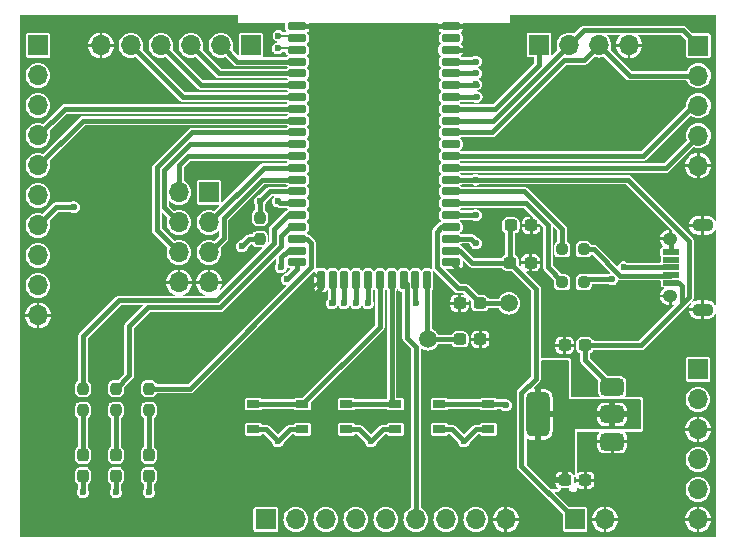
<source format=gbr>
%TF.GenerationSoftware,KiCad,Pcbnew,8.0.8*%
%TF.CreationDate,2025-02-03T11:58:04+00:00*%
%TF.ProjectId,FSC-BT1038B Barebones Breakout,4653432d-4254-4313-9033-384220426172,0.1*%
%TF.SameCoordinates,Original*%
%TF.FileFunction,Copper,L1,Top*%
%TF.FilePolarity,Positive*%
%FSLAX46Y46*%
G04 Gerber Fmt 4.6, Leading zero omitted, Abs format (unit mm)*
G04 Created by KiCad (PCBNEW 8.0.8) date 2025-02-03 11:58:04*
%MOMM*%
%LPD*%
G01*
G04 APERTURE LIST*
G04 Aperture macros list*
%AMRoundRect*
0 Rectangle with rounded corners*
0 $1 Rounding radius*
0 $2 $3 $4 $5 $6 $7 $8 $9 X,Y pos of 4 corners*
0 Add a 4 corners polygon primitive as box body*
4,1,4,$2,$3,$4,$5,$6,$7,$8,$9,$2,$3,0*
0 Add four circle primitives for the rounded corners*
1,1,$1+$1,$2,$3*
1,1,$1+$1,$4,$5*
1,1,$1+$1,$6,$7*
1,1,$1+$1,$8,$9*
0 Add four rect primitives between the rounded corners*
20,1,$1+$1,$2,$3,$4,$5,0*
20,1,$1+$1,$4,$5,$6,$7,0*
20,1,$1+$1,$6,$7,$8,$9,0*
20,1,$1+$1,$8,$9,$2,$3,0*%
G04 Aperture macros list end*
%TA.AperFunction,SMDPad,CuDef*%
%ADD10RoundRect,0.237500X0.237500X-0.250000X0.237500X0.250000X-0.237500X0.250000X-0.237500X-0.250000X0*%
%TD*%
%TA.AperFunction,SMDPad,CuDef*%
%ADD11R,1.050000X0.650000*%
%TD*%
%TA.AperFunction,ComponentPad*%
%ADD12R,1.700000X1.700000*%
%TD*%
%TA.AperFunction,ComponentPad*%
%ADD13O,1.700000X1.700000*%
%TD*%
%TA.AperFunction,SMDPad,CuDef*%
%ADD14RoundRect,0.237500X-0.237500X0.287500X-0.237500X-0.287500X0.237500X-0.287500X0.237500X0.287500X0*%
%TD*%
%TA.AperFunction,SMDPad,CuDef*%
%ADD15C,1.500000*%
%TD*%
%TA.AperFunction,SMDPad,CuDef*%
%ADD16RoundRect,0.375000X0.625000X0.375000X-0.625000X0.375000X-0.625000X-0.375000X0.625000X-0.375000X0*%
%TD*%
%TA.AperFunction,SMDPad,CuDef*%
%ADD17RoundRect,0.500000X0.500000X1.400000X-0.500000X1.400000X-0.500000X-1.400000X0.500000X-1.400000X0*%
%TD*%
%TA.AperFunction,SMDPad,CuDef*%
%ADD18RoundRect,0.237500X0.250000X0.237500X-0.250000X0.237500X-0.250000X-0.237500X0.250000X-0.237500X0*%
%TD*%
%TA.AperFunction,SMDPad,CuDef*%
%ADD19RoundRect,0.237500X0.300000X0.237500X-0.300000X0.237500X-0.300000X-0.237500X0.300000X-0.237500X0*%
%TD*%
%TA.AperFunction,SMDPad,CuDef*%
%ADD20RoundRect,0.020000X0.655000X-0.180000X0.655000X0.180000X-0.655000X0.180000X-0.655000X-0.180000X0*%
%TD*%
%TA.AperFunction,ComponentPad*%
%ADD21O,1.800000X1.100000*%
%TD*%
%TA.AperFunction,ComponentPad*%
%ADD22O,1.250000X1.050000*%
%TD*%
%TA.AperFunction,SMDPad,CuDef*%
%ADD23RoundRect,0.237500X-0.300000X-0.237500X0.300000X-0.237500X0.300000X0.237500X-0.300000X0.237500X0*%
%TD*%
%TA.AperFunction,SMDPad,CuDef*%
%ADD24RoundRect,0.150000X-0.650000X-0.150000X0.650000X-0.150000X0.650000X0.150000X-0.650000X0.150000X0*%
%TD*%
%TA.AperFunction,SMDPad,CuDef*%
%ADD25RoundRect,0.150000X-0.150000X-0.650000X0.150000X-0.650000X0.150000X0.650000X-0.150000X0.650000X0*%
%TD*%
%TA.AperFunction,ViaPad*%
%ADD26C,0.600000*%
%TD*%
%TA.AperFunction,Conductor*%
%ADD27C,0.400000*%
%TD*%
%TA.AperFunction,Conductor*%
%ADD28C,0.200000*%
%TD*%
G04 APERTURE END LIST*
D10*
%TO.P,R5,1*%
%TO.N,Net-(D3-K)*%
X153416000Y-93114500D03*
%TO.P,R5,2*%
%TO.N,/LED2*%
X153416000Y-91289500D03*
%TD*%
D11*
%TO.P,SW1,1,1*%
%TO.N,/SYS_CTRL*%
X178011000Y-92601000D03*
X182161000Y-92601000D03*
%TO.P,SW1,2,2*%
%TO.N,+3.3V*%
X178011000Y-94751000D03*
X182161000Y-94751000D03*
%TD*%
D12*
%TO.P,J1,1,Pin_1*%
%TO.N,+3.3V*%
X158496000Y-74676000D03*
D13*
%TO.P,J1,2,Pin_2*%
%TO.N,/SPI_CLK*%
X155956000Y-74676000D03*
%TO.P,J1,3,Pin_3*%
%TO.N,/BT_TX*%
X158496000Y-77216000D03*
%TO.P,J1,4,Pin_4*%
%TO.N,/SPI_MISO*%
X155956000Y-77216000D03*
%TO.P,J1,5,Pin_5*%
%TO.N,/BT_RX*%
X158496000Y-79756000D03*
%TO.P,J1,6,Pin_6*%
%TO.N,/SPI_MOSI*%
X155956000Y-79756000D03*
%TO.P,J1,7,Pin_7*%
%TO.N,GND*%
X158496000Y-82296000D03*
%TO.P,J1,8,Pin_8*%
X155956000Y-82296000D03*
%TD*%
D11*
%TO.P,SW3,1,1*%
%TO.N,/PIO21*%
X170137000Y-92601000D03*
X174287000Y-92601000D03*
%TO.P,SW3,2,2*%
%TO.N,+3.3V*%
X170137000Y-94751000D03*
X174287000Y-94751000D03*
%TD*%
D14*
%TO.P,D1,1,K*%
%TO.N,Net-(D1-K)*%
X147828000Y-96915000D03*
%TO.P,D1,2,A*%
%TO.N,+3.3V*%
X147828000Y-98665000D03*
%TD*%
D15*
%TO.P,TP1,1,1*%
%TO.N,/1.8V_OUT*%
X183896000Y-84074000D03*
%TD*%
D16*
%TO.P,U1,1,GND*%
%TO.N,GND*%
X192634000Y-95772000D03*
%TO.P,U1,2,VO*%
%TO.N,+3.3V*%
X192634000Y-93472000D03*
D17*
X186334000Y-93472000D03*
D16*
%TO.P,U1,3,VI*%
%TO.N,+5V*%
X192634000Y-91172000D03*
%TD*%
D10*
%TO.P,R3,1*%
%TO.N,Net-(D1-K)*%
X147828000Y-93114500D03*
%TO.P,R3,2*%
%TO.N,/LED0*%
X147828000Y-91289500D03*
%TD*%
D11*
%TO.P,SW2,1,1*%
%TO.N,/PIO18*%
X162263000Y-92601000D03*
X166413000Y-92601000D03*
%TO.P,SW2,2,2*%
%TO.N,+3.3V*%
X162263000Y-94751000D03*
X166413000Y-94751000D03*
%TD*%
D12*
%TO.P,J5,1,Pin_1*%
%TO.N,/VBAT_IN*%
X189484000Y-102362000D03*
D13*
%TO.P,J5,2,Pin_2*%
%TO.N,GND*%
X192024000Y-102362000D03*
%TD*%
D18*
%TO.P,R2,1*%
%TO.N,/D+*%
X190222500Y-82296000D03*
%TO.P,R2,2*%
%TO.N,/USB_D+*%
X188397500Y-82296000D03*
%TD*%
%TO.P,R6,1*%
%TO.N,/D-*%
X190222500Y-79502000D03*
%TO.P,R6,2*%
%TO.N,/USB_D-*%
X188397500Y-79502000D03*
%TD*%
D10*
%TO.P,R1,1*%
%TO.N,+3.3V*%
X162814000Y-78636500D03*
%TO.P,R1,2*%
%TO.N,/BT_CTS*%
X162814000Y-76811500D03*
%TD*%
%TO.P,R4,1*%
%TO.N,Net-(D2-K)*%
X150622000Y-93114500D03*
%TO.P,R4,2*%
%TO.N,/LED1*%
X150622000Y-91289500D03*
%TD*%
D19*
%TO.P,C2,1*%
%TO.N,+5V*%
X190346500Y-87630000D03*
%TO.P,C2,2*%
%TO.N,GND*%
X188621500Y-87630000D03*
%TD*%
D20*
%TO.P,J2,1,VBUS*%
%TO.N,+5V*%
X197612000Y-82326000D03*
%TO.P,J2,2,D-*%
%TO.N,/D-*%
X197612000Y-81676000D03*
%TO.P,J2,3,D+*%
%TO.N,/D+*%
X197612000Y-81026000D03*
%TO.P,J2,4,ID*%
%TO.N,unconnected-(J2-ID-Pad4)*%
X197612000Y-80376000D03*
%TO.P,J2,5,GND*%
%TO.N,GND*%
X197612000Y-79726000D03*
D21*
%TO.P,J2,6,Shield*%
X200287000Y-84601000D03*
D22*
X197562000Y-83451000D03*
X197562000Y-78601000D03*
D21*
X200287000Y-77451000D03*
%TD*%
D12*
%TO.P,J4,1,Pin_1*%
%TO.N,/MIC_BIAS*%
X186436000Y-62205000D03*
D13*
%TO.P,J4,2,Pin_2*%
%TO.N,/MIC{slash}LINE_LN*%
X188976000Y-62205000D03*
%TO.P,J4,3,Pin_3*%
%TO.N,/MIC{slash}LINE_LP*%
X191516000Y-62205000D03*
%TO.P,J4,4,Pin_4*%
%TO.N,GND*%
X194056000Y-62205000D03*
%TD*%
D12*
%TO.P,J3,1,Pin_1*%
%TO.N,/MIC{slash}LINE_LN*%
X199923000Y-62260000D03*
D13*
%TO.P,J3,2,Pin_2*%
%TO.N,/MIC{slash}LINE_LP*%
X199923000Y-64800000D03*
%TO.P,J3,3,Pin_3*%
%TO.N,/LINE_RN*%
X199923000Y-67340000D03*
%TO.P,J3,4,Pin_4*%
%TO.N,/LINE_RP*%
X199923000Y-69880000D03*
%TO.P,J3,5,Pin_5*%
%TO.N,GND*%
X199923000Y-72420000D03*
%TD*%
D23*
%TO.P,C6,1*%
%TO.N,Net-(U2-VDD_USB{slash}3.3V_OUT)*%
X179731500Y-87122000D03*
%TO.P,C6,2*%
%TO.N,GND*%
X181456500Y-87122000D03*
%TD*%
D14*
%TO.P,D3,1,K*%
%TO.N,Net-(D3-K)*%
X153416000Y-96915000D03*
%TO.P,D3,2,A*%
%TO.N,+3.3V*%
X153416000Y-98665000D03*
%TD*%
D23*
%TO.P,C5,1*%
%TO.N,/VBAT_IN*%
X184049500Y-77470000D03*
%TO.P,C5,2*%
%TO.N,GND*%
X185774500Y-77470000D03*
%TD*%
D14*
%TO.P,D2,1,K*%
%TO.N,Net-(D2-K)*%
X150622000Y-96915000D03*
%TO.P,D2,2,A*%
%TO.N,+3.3V*%
X150622000Y-98665000D03*
%TD*%
D12*
%TO.P,J6,1,Pin_1*%
%TO.N,Net-(J6-Pin_1)*%
X162052000Y-62230000D03*
D13*
%TO.P,J6,2,Pin_2*%
%TO.N,/PCM_CLK*%
X159512000Y-62230000D03*
%TO.P,J6,3,Pin_3*%
%TO.N,/PCM_IN*%
X156972000Y-62230000D03*
%TO.P,J6,4,Pin_4*%
%TO.N,/PCM_OUT*%
X154432000Y-62230000D03*
%TO.P,J6,5,Pin_5*%
%TO.N,/PCM_SYNC*%
X151892000Y-62230000D03*
%TO.P,J6,6,Pin_6*%
%TO.N,GND*%
X149352000Y-62230000D03*
%TD*%
D24*
%TO.P,U2,1,GND*%
%TO.N,GND*%
X165966000Y-60598000D03*
%TO.P,U2,2,NC/AIO4/LED4*%
%TO.N,/AIO4*%
X165966000Y-61598000D03*
%TO.P,U2,3,AIO5/LED5*%
%TO.N,/AIO5*%
X165966000Y-62598000D03*
%TO.P,U2,4,PCM_CLK/PIO16*%
%TO.N,/PCM_CLK*%
X165966000Y-63598000D03*
%TO.P,U2,5,PCM_IN/PIO19*%
%TO.N,/PCM_IN*%
X165966000Y-64598000D03*
%TO.P,U2,6,PCM_OUT/PIO18*%
%TO.N,/PCM_OUT*%
X165966000Y-65598000D03*
%TO.P,U2,7,PCM_SYNC/PIO17*%
%TO.N,/PCM_SYNC*%
X165966000Y-66598000D03*
%TO.P,U2,8,RESET*%
%TO.N,/RESET*%
X165966000Y-67598000D03*
%TO.P,U2,9,PCM_MCLK_OUT/PIO15*%
%TO.N,/PIO15*%
X165966000Y-68598000D03*
%TO.P,U2,10,PIO6*%
%TO.N,/SPI_MOSI*%
X165966000Y-69598000D03*
%TO.P,U2,11,PIO7*%
%TO.N,/SPI_MISO*%
X165966000Y-70598000D03*
%TO.P,U2,12,PIO8*%
%TO.N,/SPI_CLK*%
X165966000Y-71598000D03*
%TO.P,U2,13,BT_TX/PIO5*%
%TO.N,/BT_TX*%
X165966000Y-72598000D03*
%TO.P,U2,14,BT_RX/PIO4*%
%TO.N,/BT_RX*%
X165966000Y-73598000D03*
%TO.P,U2,15,BT_CTS/PIO22/PIO3*%
%TO.N,/BT_CTS*%
X165966000Y-74598000D03*
%TO.P,U2,16,BT_RTS/PIO23/PIO2*%
%TO.N,/BT_RTS*%
X165966000Y-75598000D03*
%TO.P,U2,17,LED0/AIO8*%
%TO.N,/LED0*%
X165966000Y-76598000D03*
%TO.P,U2,18,LED1/AIO1*%
%TO.N,/LED1*%
X165966000Y-77598000D03*
%TO.P,U2,19,LED2/AIO2*%
%TO.N,/LED2*%
X165966000Y-78598000D03*
%TO.P,U2,20,PIO26*%
%TO.N,/PIO26*%
X165966000Y-79598000D03*
%TO.P,U2,21,PIO30*%
%TO.N,/PIO30*%
X165966000Y-80598000D03*
D25*
%TO.P,U2,22,GND*%
%TO.N,GND*%
X167966000Y-82098000D03*
%TO.P,U2,23,PIO25*%
%TO.N,/PIO25*%
X168966000Y-82098000D03*
%TO.P,U2,24,PIO24*%
%TO.N,/PIO24*%
X169966000Y-82098000D03*
%TO.P,U2,25,PIO22*%
%TO.N,/PIO22*%
X170966000Y-82098000D03*
%TO.P,U2,26,PIO23*%
%TO.N,/PIO23*%
X171966000Y-82098000D03*
%TO.P,U2,27,PIO18*%
%TO.N,/PIO18*%
X172966000Y-82098000D03*
%TO.P,U2,28,PIO21*%
%TO.N,/PIO21*%
X173966000Y-82098000D03*
%TO.P,U2,29,VCHG_SENSE*%
%TO.N,/VCGH_SENSE*%
X174966000Y-82098000D03*
%TO.P,U2,30,CHG_EXT*%
%TO.N,/CHG_EXT*%
X175966000Y-82098000D03*
%TO.P,U2,31,VDD_USB/3.3V_OUT*%
%TO.N,Net-(U2-VDD_USB{slash}3.3V_OUT)*%
X176966000Y-82098000D03*
D24*
%TO.P,U2,32,GND*%
%TO.N,GND*%
X178966000Y-80598000D03*
%TO.P,U2,33,VBAT_IN*%
%TO.N,/VBAT_IN*%
X178966000Y-79598000D03*
%TO.P,U2,34,SYS_CTRL*%
%TO.N,/SYS_CTRL*%
X178966000Y-78598000D03*
%TO.P,U2,35,1.8V_OUT*%
%TO.N,/1.8V_OUT*%
X178966000Y-77598000D03*
%TO.P,U2,36,VDD_IO*%
%TO.N,+3.3V*%
X178966000Y-76598000D03*
%TO.P,U2,37,USB_DP*%
%TO.N,/USB_D+*%
X178966000Y-75598000D03*
%TO.P,U2,38,USB_DN*%
%TO.N,/USB_D-*%
X178966000Y-74598000D03*
%TO.P,U2,39,VCC_CHG*%
%TO.N,+5V*%
X178966000Y-73598000D03*
%TO.P,U2,40,MIC_RP*%
%TO.N,/LINE_RP*%
X178966000Y-72598000D03*
%TO.P,U2,41,MIC_RN*%
%TO.N,/LINE_RN*%
X178966000Y-71598000D03*
%TO.P,U2,42,NC*%
%TO.N,unconnected-(U2-NC-Pad42)*%
X178966000Y-70598000D03*
%TO.P,U2,43,MIC_LP*%
%TO.N,/MIC{slash}LINE_LP*%
X178966000Y-69598000D03*
%TO.P,U2,44,MIC_LN*%
%TO.N,/MIC{slash}LINE_LN*%
X178966000Y-68598000D03*
%TO.P,U2,45,MIC_BIAS*%
%TO.N,/MIC_BIAS*%
X178966000Y-67598000D03*
%TO.P,U2,46,SPK_RN*%
%TO.N,/SPK_RN*%
X178966000Y-66598000D03*
%TO.P,U2,47,SPK_RP*%
%TO.N,/SPK_RP*%
X178966000Y-65598000D03*
%TO.P,U2,48,SPK_LN*%
%TO.N,/SPK_LN*%
X178966000Y-64598000D03*
%TO.P,U2,49,SPK_LP*%
%TO.N,/SPK_LP*%
X178966000Y-63598000D03*
%TO.P,U2,50,GND*%
%TO.N,GND*%
X178966000Y-62598000D03*
%TO.P,U2,51,RF_OUT*%
%TO.N,unconnected-(U2-RF_OUT-Pad51)*%
X178966000Y-61598000D03*
%TO.P,U2,52,GND*%
%TO.N,GND*%
X178966000Y-60598000D03*
%TD*%
D23*
%TO.P,C3,1*%
%TO.N,+3.3V*%
X188621500Y-99060000D03*
%TO.P,C3,2*%
%TO.N,GND*%
X190346500Y-99060000D03*
%TD*%
%TO.P,C4,1*%
%TO.N,/VBAT_IN*%
X183993500Y-80638000D03*
%TO.P,C4,2*%
%TO.N,GND*%
X185718500Y-80638000D03*
%TD*%
D15*
%TO.P,TP2,1,1*%
%TO.N,Net-(U2-VDD_USB{slash}3.3V_OUT)*%
X177038000Y-87122000D03*
%TD*%
D12*
%TO.P,J8,1,Pin_1*%
%TO.N,+3.3V*%
X144018000Y-62230000D03*
D13*
%TO.P,J8,2,Pin_2*%
%TO.N,/AIO4*%
X144018000Y-64770000D03*
%TO.P,J8,3,Pin_3*%
%TO.N,/AIO5*%
X144018000Y-67310000D03*
%TO.P,J8,4,Pin_4*%
%TO.N,/RESET*%
X144018000Y-69850000D03*
%TO.P,J8,5,Pin_5*%
%TO.N,/PIO15*%
X144018000Y-72390000D03*
%TO.P,J8,6,Pin_6*%
%TO.N,/BT_CTS*%
X144018000Y-74930000D03*
%TO.P,J8,7,Pin_7*%
%TO.N,/BT_RTS*%
X144018000Y-77470000D03*
%TO.P,J8,8,Pin_8*%
%TO.N,/PIO26*%
X144018000Y-80010000D03*
%TO.P,J8,9,Pin_9*%
%TO.N,/PIO30*%
X144018000Y-82550000D03*
%TO.P,J8,10,Pin_10*%
%TO.N,GND*%
X144018000Y-85090000D03*
%TD*%
D12*
%TO.P,J7,1,Pin_1*%
%TO.N,/SPK_LP*%
X199898000Y-89662000D03*
D13*
%TO.P,J7,2,Pin_2*%
%TO.N,/SPK_LN*%
X199898000Y-92202000D03*
%TO.P,J7,3,Pin_3*%
%TO.N,GND*%
X199898000Y-94742000D03*
%TO.P,J7,4,Pin_4*%
%TO.N,/SPK_RP*%
X199898000Y-97282000D03*
%TO.P,J7,5,Pin_5*%
%TO.N,/SPK_RN*%
X199898000Y-99822000D03*
%TO.P,J7,6,Pin_6*%
%TO.N,GND*%
X199898000Y-102362000D03*
%TD*%
D19*
%TO.P,C1,1*%
%TO.N,/1.8V_OUT*%
X181456500Y-84074000D03*
%TO.P,C1,2*%
%TO.N,GND*%
X179731500Y-84074000D03*
%TD*%
D12*
%TO.P,J9,1,Pin_1*%
%TO.N,+3.3V*%
X163312000Y-102362000D03*
D13*
%TO.P,J9,2,Pin_2*%
%TO.N,/PIO25*%
X165852000Y-102362000D03*
%TO.P,J9,3,Pin_3*%
%TO.N,/PIO24*%
X168392000Y-102362000D03*
%TO.P,J9,4,Pin_4*%
%TO.N,/PIO22*%
X170932000Y-102362000D03*
%TO.P,J9,5,Pin_5*%
%TO.N,/PIO23*%
X173472000Y-102362000D03*
%TO.P,J9,6,Pin_6*%
%TO.N,/VCGH_SENSE*%
X176012000Y-102362000D03*
%TO.P,J9,7,Pin_7*%
%TO.N,/CHG_EXT*%
X178552000Y-102362000D03*
%TO.P,J9,8,Pin_8*%
%TO.N,/SYS_CTRL*%
X181092000Y-102362000D03*
%TO.P,J9,9,Pin_9*%
%TO.N,GND*%
X183632000Y-102362000D03*
%TD*%
D26*
%TO.N,GND*%
X166624000Y-84074000D03*
X186182000Y-78994000D03*
X181102000Y-61620400D03*
X181102000Y-62598000D03*
X185166000Y-78994000D03*
X189230000Y-86106000D03*
X182372000Y-82296000D03*
X181102000Y-60598000D03*
X187960000Y-86106000D03*
%TO.N,+5V*%
X181102000Y-73598000D03*
%TO.N,+3.3V*%
X164338000Y-95758000D03*
X186944000Y-89408000D03*
X153416000Y-100076000D03*
X172212000Y-95758000D03*
X188468000Y-89408000D03*
X181102000Y-76598000D03*
X186182000Y-97536000D03*
X187706000Y-89408000D03*
X147828000Y-100076000D03*
X187706000Y-97536000D03*
X186944000Y-97536000D03*
X161290000Y-79248000D03*
X180086000Y-95758000D03*
X150622000Y-100076000D03*
%TO.N,/D+*%
X193628000Y-81026000D03*
X192625025Y-82028975D03*
%TO.N,/SPK_LP*%
X181102000Y-63598000D03*
%TO.N,/SPK_RN*%
X181152000Y-66598000D03*
%TO.N,/SPK_LN*%
X181102000Y-64598000D03*
%TO.N,/SPK_RP*%
X181102000Y-65532000D03*
%TO.N,/PIO26*%
X164592000Y-81026000D03*
%TO.N,/PIO30*%
X165100000Y-82042000D03*
%TO.N,/AIO5*%
X164338000Y-62484000D03*
%TO.N,/BT_RTS*%
X147066000Y-75926000D03*
X164338000Y-75438000D03*
%TO.N,/AIO4*%
X164381265Y-61424735D03*
%TO.N,/BT_CTS*%
X162814000Y-75438000D03*
%TO.N,/PIO25*%
X168910000Y-84074000D03*
%TO.N,/CHG_EXT*%
X176022000Y-84074000D03*
%TO.N,/PIO24*%
X169926000Y-84074000D03*
%TO.N,/PIO22*%
X170942000Y-84074000D03*
%TO.N,/PIO23*%
X171958000Y-84074000D03*
%TO.N,/SYS_CTRL*%
X183642000Y-92710000D03*
X181102000Y-78994000D03*
%TD*%
D27*
%TO.N,/1.8V_OUT*%
X178966000Y-77598000D02*
X178166001Y-77598000D01*
X181456500Y-84074000D02*
X183896000Y-84074000D01*
X180186500Y-82804000D02*
X181456500Y-84074000D01*
X177766000Y-80979974D02*
X179590026Y-82804000D01*
X178166001Y-77598000D02*
X177766000Y-77998001D01*
X179590026Y-82804000D02*
X180186500Y-82804000D01*
X177766000Y-77998001D02*
X177766000Y-80979974D01*
%TO.N,GND*%
X165966000Y-60598000D02*
X178966000Y-60598000D01*
X178966000Y-80598000D02*
X180664000Y-82296000D01*
X181102000Y-60598000D02*
X181102000Y-62598000D01*
X178966000Y-60598000D02*
X181102000Y-60598000D01*
X197612000Y-79726000D02*
X197612000Y-78651000D01*
X167966000Y-82732000D02*
X166624000Y-84074000D01*
X167966000Y-82098000D02*
X167966000Y-82732000D01*
X181102000Y-62598000D02*
X178966000Y-62598000D01*
X180664000Y-82296000D02*
X182372000Y-82296000D01*
X197612000Y-78651000D02*
X197562000Y-78601000D01*
%TO.N,+5V*%
X198587000Y-82626001D02*
X198587000Y-84115000D01*
X199136000Y-78766852D02*
X199136000Y-83566000D01*
X181102000Y-73598000D02*
X193967148Y-73598000D01*
X181102000Y-73598000D02*
X178966000Y-73598000D01*
X193967148Y-73598000D02*
X199136000Y-78766852D01*
X199136000Y-83566000D02*
X198587000Y-84115000D01*
X198286999Y-82326000D02*
X198587000Y-82626001D01*
X197612000Y-82326000D02*
X198286999Y-82326000D01*
X195072000Y-87630000D02*
X190346500Y-87630000D01*
X190346500Y-88884500D02*
X192634000Y-91172000D01*
X198587000Y-84115000D02*
X195072000Y-87630000D01*
X190346500Y-87630000D02*
X190346500Y-88884500D01*
%TO.N,+3.3V*%
X153416000Y-100076000D02*
X153416000Y-98665000D01*
X161901500Y-78636500D02*
X161290000Y-79248000D01*
X174287000Y-94751000D02*
X173219000Y-94751000D01*
X186436000Y-93472000D02*
X186436000Y-93726000D01*
X186436000Y-93726000D02*
X186334000Y-93472000D01*
X171205000Y-94751000D02*
X172212000Y-95758000D01*
X147828000Y-100076000D02*
X147828000Y-98665000D01*
X178966000Y-76598000D02*
X181102000Y-76598000D01*
X170137000Y-94751000D02*
X171205000Y-94751000D01*
X166413000Y-94751000D02*
X165345000Y-94751000D01*
X162263000Y-94751000D02*
X163331000Y-94751000D01*
X173219000Y-94751000D02*
X172212000Y-95758000D01*
X165345000Y-94751000D02*
X164338000Y-95758000D01*
X181093000Y-94751000D02*
X180086000Y-95758000D01*
X178011000Y-94751000D02*
X179079000Y-94751000D01*
X179079000Y-94751000D02*
X180086000Y-95758000D01*
X150622000Y-100076000D02*
X150622000Y-98665000D01*
X182161000Y-94751000D02*
X181093000Y-94751000D01*
X162814000Y-78636500D02*
X161901500Y-78636500D01*
X163331000Y-94751000D02*
X164338000Y-95758000D01*
%TO.N,/VBAT_IN*%
X184934000Y-91691936D02*
X186182000Y-90443936D01*
X179765999Y-79598000D02*
X178966000Y-79598000D01*
X180805999Y-80638000D02*
X179765999Y-79598000D01*
X184934000Y-97812000D02*
X184934000Y-91691936D01*
X186182000Y-82826500D02*
X183993500Y-80638000D01*
X189484000Y-102362000D02*
X184934000Y-97812000D01*
X183993500Y-77526000D02*
X184049500Y-77470000D01*
X183993500Y-80638000D02*
X180805999Y-80638000D01*
X183993500Y-80638000D02*
X183993500Y-77526000D01*
X186182000Y-90443936D02*
X186182000Y-82826500D01*
%TO.N,Net-(U2-VDD_USB{slash}3.3V_OUT)*%
X176966000Y-82098000D02*
X176966000Y-87050000D01*
X177038000Y-87122000D02*
X179731500Y-87122000D01*
X176966000Y-87050000D02*
X177038000Y-87122000D01*
%TO.N,Net-(D1-K)*%
X147828000Y-96915000D02*
X147828000Y-93114500D01*
%TO.N,Net-(D2-K)*%
X150622000Y-96915000D02*
X150622000Y-93114500D01*
%TO.N,Net-(D3-K)*%
X153416000Y-96915000D02*
X153416000Y-93114500D01*
%TO.N,/BT_RX*%
X159746000Y-76814528D02*
X159746000Y-78506000D01*
X165966000Y-73598000D02*
X162962528Y-73598000D01*
X159746000Y-78506000D02*
X158496000Y-79756000D01*
X162962528Y-73598000D02*
X159746000Y-76814528D01*
%TO.N,/BT_TX*%
X165966000Y-72598000D02*
X163114000Y-72598000D01*
X163114000Y-72598000D02*
X158496000Y-77216000D01*
%TO.N,/SPI_MOSI*%
X157050944Y-69598000D02*
X154086000Y-72562944D01*
X165966000Y-69598000D02*
X157050944Y-69598000D01*
X154086000Y-72562944D02*
X154086000Y-77886000D01*
X154086000Y-77886000D02*
X155956000Y-79756000D01*
%TO.N,/SPI_MISO*%
X154686000Y-75946000D02*
X155956000Y-77216000D01*
X165966000Y-70598000D02*
X156899472Y-70598000D01*
X154686000Y-72811472D02*
X154686000Y-75946000D01*
X156899472Y-70598000D02*
X154686000Y-72811472D01*
%TO.N,/SPI_CLK*%
X156748000Y-71598000D02*
X155956000Y-72390000D01*
X155956000Y-72390000D02*
X155956000Y-74676000D01*
X165966000Y-71598000D02*
X156748000Y-71598000D01*
%TO.N,/D+*%
X190489525Y-82028975D02*
X190222500Y-82296000D01*
X193628000Y-81026000D02*
X197612000Y-81026000D01*
X192625025Y-82028975D02*
X190489525Y-82028975D01*
%TO.N,/D-*%
X193312000Y-81726000D02*
X191088000Y-79502000D01*
X193312000Y-81726000D02*
X197562000Y-81726000D01*
X197562000Y-81726000D02*
X197612000Y-81676000D01*
X191088000Y-79502000D02*
X190222500Y-79502000D01*
%TO.N,/MIC{slash}LINE_LP*%
X178966000Y-69598000D02*
X182431528Y-69598000D01*
X191516000Y-62205000D02*
X194081000Y-64770000D01*
X199923000Y-64800000D02*
X194111000Y-64800000D01*
X190266000Y-63455000D02*
X191516000Y-62205000D01*
X182431528Y-69598000D02*
X188574528Y-63455000D01*
X188574528Y-63455000D02*
X190266000Y-63455000D01*
X194111000Y-64800000D02*
X191516000Y-62205000D01*
%TO.N,/LINE_RP*%
X197205000Y-72598000D02*
X199923000Y-69880000D01*
X178966000Y-72598000D02*
X197205000Y-72598000D01*
%TO.N,/MIC{slash}LINE_LN*%
X190226000Y-60955000D02*
X188976000Y-62205000D01*
X182583000Y-68598000D02*
X188976000Y-62205000D01*
X178966000Y-68598000D02*
X182583000Y-68598000D01*
X190226000Y-60955000D02*
X198618000Y-60955000D01*
X199923000Y-62260000D02*
X198618000Y-60955000D01*
%TO.N,/LINE_RN*%
X195259472Y-71598000D02*
X199517472Y-67340000D01*
X178966000Y-71598000D02*
X195259472Y-71598000D01*
X199517472Y-67340000D02*
X199923000Y-67340000D01*
%TO.N,/MIC_BIAS*%
X182734472Y-67598000D02*
X186436000Y-63896472D01*
X178966000Y-67598000D02*
X182734472Y-67598000D01*
X186436000Y-63896472D02*
X186436000Y-62205000D01*
%TO.N,/PCM_IN*%
X165966000Y-64598000D02*
X159340000Y-64598000D01*
X159340000Y-64598000D02*
X156972000Y-62230000D01*
%TO.N,/PCM_OUT*%
X157800000Y-65598000D02*
X154432000Y-62230000D01*
X165966000Y-65598000D02*
X157800000Y-65598000D01*
%TO.N,/PCM_CLK*%
X165966000Y-63598000D02*
X160880000Y-63598000D01*
X160880000Y-63598000D02*
X159512000Y-62230000D01*
%TO.N,/SPK_LP*%
X181102000Y-63598000D02*
X178966000Y-63598000D01*
%TO.N,/SPK_RN*%
X181152000Y-66598000D02*
X178966000Y-66598000D01*
%TO.N,/SPK_LN*%
X181102000Y-64598000D02*
X178966000Y-64598000D01*
%TO.N,/SPK_RP*%
X178966000Y-65598000D02*
X181168000Y-65598000D01*
%TO.N,/PIO26*%
X164592000Y-80172001D02*
X165166001Y-79598000D01*
X164592000Y-81026000D02*
X164592000Y-80172001D01*
X165166001Y-79598000D02*
X165966000Y-79598000D01*
%TO.N,/PIO15*%
X147810000Y-68598000D02*
X144018000Y-72390000D01*
X165966000Y-68598000D02*
X147810000Y-68598000D01*
%TO.N,/PIO30*%
X165966000Y-81176000D02*
X165100000Y-82042000D01*
X165966000Y-80598000D02*
X165966000Y-81176000D01*
D28*
%TO.N,/AIO5*%
X165852000Y-62484000D02*
X165966000Y-62598000D01*
X164338000Y-62484000D02*
X165852000Y-62484000D01*
D27*
%TO.N,/BT_RTS*%
X145562000Y-75926000D02*
X144018000Y-77470000D01*
X147066000Y-75926000D02*
X145562000Y-75926000D01*
X164498000Y-75598000D02*
X164338000Y-75438000D01*
X165966000Y-75598000D02*
X164498000Y-75598000D01*
D28*
%TO.N,/AIO4*%
X164381265Y-61424735D02*
X165792735Y-61424735D01*
X165792735Y-61424735D02*
X165966000Y-61598000D01*
D27*
%TO.N,/RESET*%
X165966000Y-67598000D02*
X146270000Y-67598000D01*
X146270000Y-67598000D02*
X144018000Y-69850000D01*
%TO.N,/BT_CTS*%
X162814000Y-75438000D02*
X162814000Y-76811500D01*
X165966000Y-74598000D02*
X163654000Y-74598000D01*
X163654000Y-74598000D02*
X162814000Y-75438000D01*
%TO.N,/VCGH_SENSE*%
X175266000Y-86976346D02*
X176022000Y-87732346D01*
X176022000Y-87732346D02*
X176022000Y-102352000D01*
X176022000Y-102352000D02*
X176012000Y-102362000D01*
X175266000Y-82398000D02*
X175266000Y-86976346D01*
X174966000Y-82098000D02*
X175266000Y-82398000D01*
%TO.N,/PIO25*%
X168966000Y-84018000D02*
X168910000Y-84074000D01*
X168966000Y-82098000D02*
X168966000Y-84018000D01*
%TO.N,/CHG_EXT*%
X175966000Y-82098000D02*
X175966000Y-84018000D01*
X175966000Y-84018000D02*
X176022000Y-84074000D01*
%TO.N,/PIO24*%
X169966000Y-84034000D02*
X169926000Y-84074000D01*
X169966000Y-82098000D02*
X169966000Y-84034000D01*
%TO.N,/PIO22*%
X170966000Y-82098000D02*
X170966000Y-84050000D01*
X170966000Y-84050000D02*
X170942000Y-84074000D01*
%TO.N,/PIO23*%
X171966000Y-82098000D02*
X171966000Y-84066000D01*
X171966000Y-84066000D02*
X171958000Y-84074000D01*
%TO.N,/SYS_CTRL*%
X183642000Y-92710000D02*
X183533000Y-92601000D01*
X180706000Y-78598000D02*
X181102000Y-78994000D01*
X183533000Y-92601000D02*
X182161000Y-92601000D01*
X182161000Y-92601000D02*
X178011000Y-92601000D01*
X178966000Y-78598000D02*
X180706000Y-78598000D01*
%TO.N,/USB_D+*%
X187198000Y-81026000D02*
X187198000Y-77447858D01*
X187198000Y-77447858D02*
X185348142Y-75598000D01*
X185348142Y-75598000D02*
X178966000Y-75598000D01*
X188397500Y-82296000D02*
X188397500Y-82225500D01*
X188397500Y-82225500D02*
X187198000Y-81026000D01*
%TO.N,/LED0*%
X163992000Y-78999472D02*
X159171472Y-83820000D01*
X159171472Y-83820000D02*
X150876000Y-83820000D01*
X147828000Y-86868000D02*
X147828000Y-91289500D01*
X150876000Y-83820000D02*
X147828000Y-86868000D01*
X163992000Y-77772001D02*
X163992000Y-78999472D01*
X165166001Y-76598000D02*
X163992000Y-77772001D01*
X165966000Y-76598000D02*
X165166001Y-76598000D01*
%TO.N,/LED1*%
X153324000Y-84420000D02*
X151741500Y-86002500D01*
X165966000Y-77598000D02*
X165384026Y-77598000D01*
X151741500Y-86002500D02*
X151741500Y-90170000D01*
X159420000Y-84420000D02*
X153324000Y-84420000D01*
X165384026Y-77598000D02*
X164592000Y-78390026D01*
X164592000Y-79248000D02*
X159420000Y-84420000D01*
X164592000Y-78390026D02*
X164592000Y-79248000D01*
X151741500Y-90170000D02*
X150622000Y-91289500D01*
%TO.N,/LED2*%
X166765999Y-78598000D02*
X167166000Y-78998001D01*
X167166000Y-78998001D02*
X167166000Y-80992000D01*
X167166000Y-80992000D02*
X156868500Y-91289500D01*
X165966000Y-78598000D02*
X166765999Y-78598000D01*
X156868500Y-91289500D02*
X153416000Y-91289500D01*
%TO.N,/USB_D-*%
X188397500Y-77798830D02*
X185196670Y-74598000D01*
X188397500Y-79502000D02*
X188397500Y-77798830D01*
X185196670Y-74598000D02*
X178966000Y-74598000D01*
%TO.N,/PIO18*%
X172966000Y-82098000D02*
X172966000Y-86048000D01*
X166413000Y-92601000D02*
X162263000Y-92601000D01*
X172966000Y-86048000D02*
X166413000Y-92601000D01*
%TO.N,/PIO21*%
X173966000Y-82098000D02*
X173966000Y-92280000D01*
X174287000Y-92601000D02*
X170137000Y-92601000D01*
X173966000Y-92280000D02*
X174287000Y-92601000D01*
%TO.N,/PCM_SYNC*%
X156260000Y-66598000D02*
X151892000Y-62230000D01*
X165966000Y-66598000D02*
X156260000Y-66598000D01*
%TD*%
%TA.AperFunction,Conductor*%
%TO.N,+3.3V*%
G36*
X188954326Y-88921674D02*
G01*
X188976000Y-88974000D01*
X188976000Y-92202000D01*
X194998000Y-92202000D01*
X195050326Y-92223674D01*
X195072000Y-92276000D01*
X195072000Y-94668000D01*
X195050326Y-94720326D01*
X194998000Y-94742000D01*
X189484000Y-94742000D01*
X189484000Y-98538098D01*
X189462326Y-98590424D01*
X189410000Y-98612098D01*
X189357674Y-98590424D01*
X189350760Y-98582445D01*
X189269758Y-98474241D01*
X189157533Y-98390230D01*
X189026195Y-98341243D01*
X189026189Y-98341241D01*
X188968132Y-98335000D01*
X188871500Y-98335000D01*
X188871500Y-98986000D01*
X188849826Y-99038326D01*
X188797500Y-99060000D01*
X188621500Y-99060000D01*
X188621500Y-99236000D01*
X188599826Y-99288326D01*
X188547500Y-99310000D01*
X187834000Y-99310000D01*
X187834000Y-99344131D01*
X187840241Y-99402189D01*
X187840243Y-99402195D01*
X187889230Y-99533533D01*
X187973241Y-99645758D01*
X188030684Y-99688760D01*
X188059584Y-99737469D01*
X188045577Y-99792347D01*
X187996868Y-99821247D01*
X187986337Y-99822000D01*
X187541045Y-99822000D01*
X187488719Y-99800326D01*
X186464261Y-98775868D01*
X187834000Y-98775868D01*
X187834000Y-98810000D01*
X188371500Y-98810000D01*
X188371500Y-98335000D01*
X188274868Y-98335000D01*
X188216810Y-98341241D01*
X188216804Y-98341243D01*
X188085466Y-98390230D01*
X187973241Y-98474241D01*
X187889230Y-98586466D01*
X187840243Y-98717804D01*
X187840241Y-98717810D01*
X187834000Y-98775868D01*
X186464261Y-98775868D01*
X185441674Y-97753281D01*
X185420000Y-97700955D01*
X185420000Y-95627396D01*
X185441674Y-95575070D01*
X185494000Y-95553396D01*
X185517277Y-95557152D01*
X185681302Y-95611505D01*
X185784025Y-95621999D01*
X186084000Y-95621999D01*
X186584000Y-95621999D01*
X186883971Y-95621999D01*
X186883976Y-95621998D01*
X186986696Y-95611505D01*
X187153121Y-95556357D01*
X187302343Y-95464316D01*
X187302347Y-95464314D01*
X187426314Y-95340347D01*
X187426316Y-95340343D01*
X187518357Y-95191121D01*
X187573505Y-95024697D01*
X187583999Y-94921975D01*
X187584000Y-94921973D01*
X187584000Y-93910110D01*
X191384000Y-93910110D01*
X191386789Y-93945551D01*
X191430845Y-94097191D01*
X191511228Y-94233111D01*
X191622888Y-94344771D01*
X191758808Y-94425154D01*
X191910448Y-94469210D01*
X191945890Y-94472000D01*
X192384000Y-94472000D01*
X192884000Y-94472000D01*
X193322110Y-94472000D01*
X193357551Y-94469210D01*
X193509191Y-94425154D01*
X193645111Y-94344771D01*
X193756771Y-94233111D01*
X193837154Y-94097191D01*
X193881210Y-93945551D01*
X193884000Y-93910110D01*
X193884000Y-93722000D01*
X192884000Y-93722000D01*
X192884000Y-94472000D01*
X192384000Y-94472000D01*
X192384000Y-93722000D01*
X191384000Y-93722000D01*
X191384000Y-93910110D01*
X187584000Y-93910110D01*
X187584000Y-93722000D01*
X186584000Y-93722000D01*
X186584000Y-95621999D01*
X186084000Y-95621999D01*
X186084000Y-93222000D01*
X186584000Y-93222000D01*
X187583999Y-93222000D01*
X187583999Y-93033889D01*
X191384000Y-93033889D01*
X191384000Y-93222000D01*
X192384000Y-93222000D01*
X192884000Y-93222000D01*
X193884000Y-93222000D01*
X193884000Y-93033889D01*
X193881210Y-92998448D01*
X193837154Y-92846808D01*
X193756771Y-92710888D01*
X193645111Y-92599228D01*
X193509191Y-92518845D01*
X193357551Y-92474789D01*
X193322110Y-92472000D01*
X192884000Y-92472000D01*
X192884000Y-93222000D01*
X192384000Y-93222000D01*
X192384000Y-92472000D01*
X191945890Y-92472000D01*
X191910448Y-92474789D01*
X191758808Y-92518845D01*
X191622888Y-92599228D01*
X191511228Y-92710888D01*
X191430845Y-92846808D01*
X191386789Y-92998448D01*
X191384000Y-93033889D01*
X187583999Y-93033889D01*
X187583999Y-92022029D01*
X187583998Y-92022023D01*
X187573505Y-91919303D01*
X187518357Y-91752878D01*
X187426316Y-91603656D01*
X187426314Y-91603653D01*
X187302347Y-91479686D01*
X187302343Y-91479683D01*
X187153121Y-91387642D01*
X186986697Y-91332494D01*
X186883975Y-91322000D01*
X186584000Y-91322000D01*
X186584000Y-93222000D01*
X186084000Y-93222000D01*
X186084000Y-91322000D01*
X186048980Y-91322000D01*
X185996654Y-91300326D01*
X185974980Y-91248000D01*
X185996654Y-91195674D01*
X186156460Y-91035867D01*
X186427910Y-90764417D01*
X186427913Y-90764416D01*
X186502480Y-90689849D01*
X186555207Y-90598523D01*
X186560102Y-90580254D01*
X186579794Y-90506767D01*
X186579795Y-90506758D01*
X186582501Y-90496663D01*
X186582501Y-90386680D01*
X186582500Y-90386662D01*
X186582500Y-88974000D01*
X186604174Y-88921674D01*
X186656500Y-88900000D01*
X188902000Y-88900000D01*
X188954326Y-88921674D01*
G37*
%TD.AperFunction*%
%TD*%
%TA.AperFunction,Conductor*%
%TO.N,GND*%
G36*
X160951648Y-59696852D02*
G01*
X160966000Y-59731500D01*
X160966000Y-60298000D01*
X164877400Y-60298000D01*
X164912048Y-60312352D01*
X164926400Y-60347000D01*
X164925797Y-60354665D01*
X164916000Y-60416519D01*
X164916000Y-60779479D01*
X164930834Y-60873147D01*
X164988354Y-60986038D01*
X164988359Y-60986045D01*
X165042901Y-61040587D01*
X165057253Y-61075235D01*
X165042901Y-61109883D01*
X165008253Y-61124235D01*
X164805515Y-61124235D01*
X164770867Y-61109883D01*
X164768483Y-61107323D01*
X164712393Y-61042592D01*
X164709273Y-61040587D01*
X164591318Y-60964782D01*
X164591315Y-60964781D01*
X164453230Y-60924235D01*
X164453226Y-60924235D01*
X164309304Y-60924235D01*
X164309299Y-60924235D01*
X164171214Y-60964781D01*
X164050136Y-61042592D01*
X163955890Y-61151358D01*
X163955889Y-61151360D01*
X163896098Y-61282280D01*
X163875618Y-61424732D01*
X163875618Y-61424737D01*
X163896098Y-61567189D01*
X163919554Y-61618548D01*
X163955888Y-61698108D01*
X163955889Y-61698109D01*
X163955890Y-61698111D01*
X164048424Y-61804901D01*
X164050137Y-61806878D01*
X164171212Y-61884688D01*
X164171214Y-61884689D01*
X164226766Y-61901000D01*
X164255968Y-61924531D01*
X164259977Y-61961819D01*
X164236446Y-61991021D01*
X164226767Y-61995030D01*
X164127949Y-62024046D01*
X164127947Y-62024046D01*
X164127947Y-62024047D01*
X164093246Y-62046348D01*
X164006871Y-62101857D01*
X163912625Y-62210623D01*
X163912624Y-62210625D01*
X163852833Y-62341545D01*
X163832353Y-62483997D01*
X163832353Y-62484002D01*
X163852833Y-62626454D01*
X163873143Y-62670925D01*
X163912623Y-62757373D01*
X163912624Y-62757374D01*
X163912625Y-62757376D01*
X163959570Y-62811553D01*
X164006872Y-62866143D01*
X164127947Y-62943953D01*
X164204785Y-62966514D01*
X164266034Y-62984499D01*
X164266037Y-62984499D01*
X164266039Y-62984500D01*
X164266040Y-62984500D01*
X164409960Y-62984500D01*
X164409961Y-62984500D01*
X164409963Y-62984499D01*
X164409965Y-62984499D01*
X164437517Y-62976409D01*
X164548053Y-62943953D01*
X164669128Y-62866143D01*
X164716427Y-62811557D01*
X164725218Y-62801412D01*
X164758754Y-62784625D01*
X164762250Y-62784500D01*
X164923594Y-62784500D01*
X164958242Y-62798852D01*
X164972082Y-62826434D01*
X164975427Y-62849395D01*
X164975428Y-62849396D01*
X164987041Y-62873150D01*
X165026802Y-62954483D01*
X165109517Y-63037198D01*
X165138960Y-63051591D01*
X165143843Y-63053979D01*
X165168667Y-63082090D01*
X165166343Y-63119521D01*
X165143843Y-63142021D01*
X165109519Y-63158801D01*
X165109515Y-63158803D01*
X165085171Y-63183148D01*
X165050523Y-63197500D01*
X163142763Y-63197500D01*
X163108115Y-63183148D01*
X163093763Y-63148500D01*
X163094704Y-63138941D01*
X163095840Y-63133230D01*
X163102500Y-63099748D01*
X163102500Y-61360252D01*
X163090867Y-61301769D01*
X163059462Y-61254769D01*
X163046552Y-61235447D01*
X163006795Y-61208882D01*
X162980231Y-61191133D01*
X162921748Y-61179500D01*
X161182252Y-61179500D01*
X161123769Y-61191133D01*
X161057447Y-61235447D01*
X161026155Y-61282280D01*
X161013133Y-61301769D01*
X161001500Y-61360252D01*
X161001500Y-61360255D01*
X161001500Y-63034811D01*
X160987148Y-63069459D01*
X160952500Y-63083811D01*
X160917852Y-63069459D01*
X160506862Y-62658469D01*
X160492510Y-62623821D01*
X160494619Y-62609600D01*
X160547300Y-62435934D01*
X160567583Y-62230000D01*
X160547300Y-62024066D01*
X160487232Y-61826046D01*
X160389685Y-61643550D01*
X160258410Y-61483590D01*
X160098450Y-61352315D01*
X159915954Y-61254768D01*
X159717934Y-61194700D01*
X159512000Y-61174417D01*
X159306065Y-61194700D01*
X159306064Y-61194700D01*
X159108043Y-61254769D01*
X158925548Y-61352316D01*
X158765590Y-61483590D01*
X158634316Y-61643548D01*
X158536769Y-61826043D01*
X158476700Y-62024064D01*
X158476700Y-62024065D01*
X158456417Y-62229999D01*
X158456417Y-62230000D01*
X158476700Y-62435934D01*
X158476700Y-62435935D01*
X158491280Y-62484000D01*
X158536768Y-62633954D01*
X158634315Y-62816450D01*
X158765590Y-62976410D01*
X158925550Y-63107685D01*
X159108046Y-63205232D01*
X159306066Y-63265300D01*
X159512000Y-63285583D01*
X159717934Y-63265300D01*
X159891598Y-63212620D01*
X159928919Y-63216296D01*
X159940469Y-63224862D01*
X160634087Y-63918480D01*
X160696440Y-63954480D01*
X160725410Y-63971206D01*
X160725412Y-63971207D01*
X160827269Y-63998499D01*
X160827270Y-63998500D01*
X160827273Y-63998500D01*
X160932727Y-63998500D01*
X165050523Y-63998500D01*
X165085171Y-64012852D01*
X165109517Y-64037198D01*
X165138960Y-64051591D01*
X165143843Y-64053979D01*
X165168667Y-64082090D01*
X165166343Y-64119521D01*
X165143843Y-64142021D01*
X165109519Y-64158801D01*
X165109515Y-64158803D01*
X165085171Y-64183148D01*
X165050523Y-64197500D01*
X159526188Y-64197500D01*
X159491540Y-64183148D01*
X157966862Y-62658469D01*
X157952510Y-62623821D01*
X157954619Y-62609600D01*
X158007300Y-62435934D01*
X158027583Y-62230000D01*
X158007300Y-62024066D01*
X157947232Y-61826046D01*
X157849685Y-61643550D01*
X157718410Y-61483590D01*
X157558450Y-61352315D01*
X157375954Y-61254768D01*
X157177934Y-61194700D01*
X156972000Y-61174417D01*
X156766065Y-61194700D01*
X156766064Y-61194700D01*
X156568043Y-61254769D01*
X156385548Y-61352316D01*
X156225590Y-61483590D01*
X156094316Y-61643548D01*
X155996769Y-61826043D01*
X155936700Y-62024064D01*
X155936700Y-62024065D01*
X155916417Y-62229999D01*
X155916417Y-62230000D01*
X155936700Y-62435934D01*
X155936700Y-62435935D01*
X155951280Y-62484000D01*
X155996768Y-62633954D01*
X156094315Y-62816450D01*
X156225590Y-62976410D01*
X156385550Y-63107685D01*
X156568046Y-63205232D01*
X156766066Y-63265300D01*
X156972000Y-63285583D01*
X157177934Y-63265300D01*
X157351598Y-63212620D01*
X157388919Y-63216296D01*
X157400469Y-63224862D01*
X159017804Y-64842196D01*
X159017809Y-64842202D01*
X159019520Y-64843913D01*
X159094087Y-64918480D01*
X159156441Y-64954480D01*
X159156628Y-64954588D01*
X159185410Y-64971206D01*
X159185412Y-64971206D01*
X159185413Y-64971207D01*
X159203054Y-64975934D01*
X159287271Y-64998501D01*
X159287273Y-64998501D01*
X159395724Y-64998501D01*
X159395740Y-64998500D01*
X165050523Y-64998500D01*
X165085171Y-65012852D01*
X165109517Y-65037198D01*
X165138960Y-65051591D01*
X165143843Y-65053979D01*
X165168667Y-65082090D01*
X165166343Y-65119521D01*
X165143843Y-65142021D01*
X165109519Y-65158801D01*
X165109515Y-65158803D01*
X165085171Y-65183148D01*
X165050523Y-65197500D01*
X157986189Y-65197500D01*
X157951541Y-65183148D01*
X155426862Y-62658469D01*
X155412510Y-62623821D01*
X155414619Y-62609600D01*
X155467300Y-62435934D01*
X155487583Y-62230000D01*
X155467300Y-62024066D01*
X155407232Y-61826046D01*
X155309685Y-61643550D01*
X155178410Y-61483590D01*
X155018450Y-61352315D01*
X154835954Y-61254768D01*
X154637934Y-61194700D01*
X154432000Y-61174417D01*
X154226065Y-61194700D01*
X154226064Y-61194700D01*
X154028043Y-61254769D01*
X153845548Y-61352316D01*
X153685590Y-61483590D01*
X153554316Y-61643548D01*
X153456769Y-61826043D01*
X153396700Y-62024064D01*
X153396700Y-62024065D01*
X153376417Y-62229999D01*
X153376417Y-62230000D01*
X153396700Y-62435934D01*
X153396700Y-62435935D01*
X153411280Y-62484000D01*
X153456768Y-62633954D01*
X153554315Y-62816450D01*
X153685590Y-62976410D01*
X153845550Y-63107685D01*
X154028046Y-63205232D01*
X154226066Y-63265300D01*
X154432000Y-63285583D01*
X154637934Y-63265300D01*
X154811598Y-63212620D01*
X154848919Y-63216296D01*
X154860469Y-63224862D01*
X157554087Y-65918480D01*
X157616440Y-65954480D01*
X157645410Y-65971206D01*
X157645412Y-65971207D01*
X157747269Y-65998499D01*
X157747270Y-65998500D01*
X157747273Y-65998500D01*
X165050523Y-65998500D01*
X165085171Y-66012852D01*
X165109517Y-66037198D01*
X165133366Y-66048857D01*
X165143843Y-66053979D01*
X165168667Y-66082090D01*
X165166343Y-66119521D01*
X165143843Y-66142021D01*
X165109519Y-66158801D01*
X165109515Y-66158803D01*
X165085171Y-66183148D01*
X165050523Y-66197500D01*
X156446189Y-66197500D01*
X156411541Y-66183148D01*
X152886862Y-62658469D01*
X152872510Y-62623821D01*
X152874619Y-62609600D01*
X152927300Y-62435934D01*
X152947583Y-62230000D01*
X152927300Y-62024066D01*
X152867232Y-61826046D01*
X152769685Y-61643550D01*
X152638410Y-61483590D01*
X152478450Y-61352315D01*
X152295954Y-61254768D01*
X152097934Y-61194700D01*
X151892000Y-61174417D01*
X151686065Y-61194700D01*
X151686064Y-61194700D01*
X151488043Y-61254769D01*
X151305548Y-61352316D01*
X151145590Y-61483590D01*
X151014316Y-61643548D01*
X150916769Y-61826043D01*
X150856700Y-62024064D01*
X150856700Y-62024065D01*
X150836417Y-62229999D01*
X150836417Y-62230000D01*
X150856700Y-62435934D01*
X150856700Y-62435935D01*
X150871280Y-62484000D01*
X150916768Y-62633954D01*
X151014315Y-62816450D01*
X151145590Y-62976410D01*
X151305550Y-63107685D01*
X151488046Y-63205232D01*
X151686066Y-63265300D01*
X151892000Y-63285583D01*
X152097934Y-63265300D01*
X152271598Y-63212620D01*
X152308919Y-63216296D01*
X152320469Y-63224862D01*
X156014087Y-66918480D01*
X156044507Y-66936043D01*
X156105410Y-66971206D01*
X156105412Y-66971207D01*
X156207269Y-66998499D01*
X156207270Y-66998500D01*
X156207273Y-66998500D01*
X165050523Y-66998500D01*
X165085171Y-67012852D01*
X165109517Y-67037198D01*
X165138960Y-67051591D01*
X165143843Y-67053979D01*
X165168667Y-67082090D01*
X165166343Y-67119521D01*
X165143843Y-67142021D01*
X165109519Y-67158801D01*
X165109515Y-67158803D01*
X165085171Y-67183148D01*
X165050523Y-67197500D01*
X146217270Y-67197500D01*
X146115412Y-67224792D01*
X146115410Y-67224793D01*
X146024086Y-67277520D01*
X146024085Y-67277521D01*
X144446468Y-68855137D01*
X144411820Y-68869489D01*
X144397596Y-68867379D01*
X144223935Y-68814700D01*
X144018000Y-68794417D01*
X143812065Y-68814700D01*
X143812064Y-68814700D01*
X143614043Y-68874769D01*
X143431548Y-68972316D01*
X143271590Y-69103590D01*
X143140316Y-69263548D01*
X143042769Y-69446043D01*
X142982700Y-69644064D01*
X142982700Y-69644065D01*
X142962417Y-69849999D01*
X142962417Y-69850000D01*
X142982700Y-70055934D01*
X142982700Y-70055935D01*
X142992601Y-70088573D01*
X143042768Y-70253954D01*
X143140315Y-70436450D01*
X143271590Y-70596410D01*
X143431550Y-70727685D01*
X143614046Y-70825232D01*
X143812066Y-70885300D01*
X144018000Y-70905583D01*
X144223934Y-70885300D01*
X144421954Y-70825232D01*
X144604450Y-70727685D01*
X144764410Y-70596410D01*
X144895685Y-70436450D01*
X144993232Y-70253954D01*
X145053300Y-70055934D01*
X145073583Y-69850000D01*
X145053300Y-69644066D01*
X145000620Y-69470401D01*
X145004296Y-69433078D01*
X145012859Y-69421532D01*
X146421541Y-68012852D01*
X146456189Y-67998500D01*
X165050523Y-67998500D01*
X165085171Y-68012852D01*
X165109517Y-68037198D01*
X165138960Y-68051591D01*
X165143843Y-68053979D01*
X165168667Y-68082090D01*
X165166343Y-68119521D01*
X165143843Y-68142021D01*
X165109519Y-68158801D01*
X165109515Y-68158803D01*
X165085171Y-68183148D01*
X165050523Y-68197500D01*
X147757270Y-68197500D01*
X147655412Y-68224792D01*
X147655410Y-68224793D01*
X147564086Y-68277520D01*
X147564085Y-68277521D01*
X144446468Y-71395137D01*
X144411820Y-71409489D01*
X144397596Y-71407379D01*
X144223935Y-71354700D01*
X144018000Y-71334417D01*
X143812065Y-71354700D01*
X143812064Y-71354700D01*
X143678761Y-71395137D01*
X143614139Y-71414740D01*
X143614043Y-71414769D01*
X143431548Y-71512316D01*
X143271590Y-71643590D01*
X143140316Y-71803548D01*
X143042769Y-71986043D01*
X143042768Y-71986045D01*
X143042768Y-71986046D01*
X143038990Y-71998500D01*
X142982700Y-72184064D01*
X142982700Y-72184065D01*
X142962417Y-72389999D01*
X142962417Y-72390000D01*
X142982700Y-72595934D01*
X142982700Y-72595935D01*
X142990906Y-72622986D01*
X143042768Y-72793954D01*
X143140315Y-72976450D01*
X143271590Y-73136410D01*
X143431550Y-73267685D01*
X143614046Y-73365232D01*
X143812066Y-73425300D01*
X144018000Y-73445583D01*
X144223934Y-73425300D01*
X144421954Y-73365232D01*
X144604450Y-73267685D01*
X144764410Y-73136410D01*
X144895685Y-72976450D01*
X144993232Y-72793954D01*
X145053300Y-72595934D01*
X145073583Y-72390000D01*
X145053300Y-72184066D01*
X145000620Y-72010401D01*
X145004296Y-71973078D01*
X145012859Y-71961532D01*
X147961541Y-69012852D01*
X147996189Y-68998500D01*
X165050523Y-68998500D01*
X165085171Y-69012852D01*
X165109517Y-69037198D01*
X165138960Y-69051591D01*
X165143843Y-69053979D01*
X165168667Y-69082090D01*
X165166343Y-69119521D01*
X165143843Y-69142021D01*
X165109519Y-69158801D01*
X165109515Y-69158803D01*
X165085171Y-69183148D01*
X165050523Y-69197500D01*
X156998214Y-69197500D01*
X156896356Y-69224792D01*
X156896354Y-69224793D01*
X156805030Y-69277520D01*
X156805030Y-69277521D01*
X153765521Y-72317030D01*
X153765520Y-72317030D01*
X153712793Y-72408354D01*
X153712792Y-72408356D01*
X153704779Y-72438265D01*
X153685500Y-72510213D01*
X153685500Y-77938730D01*
X153712792Y-78040587D01*
X153712793Y-78040589D01*
X153765520Y-78131913D01*
X154961137Y-79327530D01*
X154975489Y-79362178D01*
X154973379Y-79376402D01*
X154920700Y-79550064D01*
X154920700Y-79550065D01*
X154920700Y-79550066D01*
X154900417Y-79756000D01*
X154920700Y-79961934D01*
X154980768Y-80159954D01*
X155078315Y-80342450D01*
X155209590Y-80502410D01*
X155369550Y-80633685D01*
X155552046Y-80731232D01*
X155750066Y-80791300D01*
X155956000Y-80811583D01*
X156161934Y-80791300D01*
X156359954Y-80731232D01*
X156542450Y-80633685D01*
X156702410Y-80502410D01*
X156833685Y-80342450D01*
X156931232Y-80159954D01*
X156991300Y-79961934D01*
X157011583Y-79756000D01*
X156991300Y-79550066D01*
X156931232Y-79352046D01*
X156833685Y-79169550D01*
X156702410Y-79009590D01*
X156542450Y-78878315D01*
X156359954Y-78780768D01*
X156161934Y-78720700D01*
X155956000Y-78700417D01*
X155750065Y-78720700D01*
X155750064Y-78720700D01*
X155576402Y-78773379D01*
X155539079Y-78769703D01*
X155527530Y-78761137D01*
X154500852Y-77734459D01*
X154486500Y-77699811D01*
X154486500Y-76431189D01*
X154500852Y-76396541D01*
X154535500Y-76382189D01*
X154570148Y-76396541D01*
X154961137Y-76787530D01*
X154975489Y-76822178D01*
X154973379Y-76836402D01*
X154920700Y-77010064D01*
X154920700Y-77010065D01*
X154900417Y-77215999D01*
X154900417Y-77216000D01*
X154920700Y-77421934D01*
X154920700Y-77421935D01*
X154944229Y-77499500D01*
X154980768Y-77619954D01*
X155078315Y-77802450D01*
X155209590Y-77962410D01*
X155369550Y-78093685D01*
X155552046Y-78191232D01*
X155750066Y-78251300D01*
X155956000Y-78271583D01*
X156161934Y-78251300D01*
X156359954Y-78191232D01*
X156542450Y-78093685D01*
X156702410Y-77962410D01*
X156833685Y-77802450D01*
X156931232Y-77619954D01*
X156991300Y-77421934D01*
X157011583Y-77216000D01*
X156991300Y-77010066D01*
X156931232Y-76812046D01*
X156833685Y-76629550D01*
X156702410Y-76469590D01*
X156542450Y-76338315D01*
X156359954Y-76240768D01*
X156161934Y-76180700D01*
X155956000Y-76160417D01*
X155750065Y-76180700D01*
X155750064Y-76180700D01*
X155576402Y-76233379D01*
X155539079Y-76229703D01*
X155527530Y-76221137D01*
X155100852Y-75794459D01*
X155086500Y-75759811D01*
X155086500Y-75409369D01*
X155100852Y-75374721D01*
X155135500Y-75360369D01*
X155170148Y-75374721D01*
X155173368Y-75378273D01*
X155209590Y-75422410D01*
X155369550Y-75553685D01*
X155552046Y-75651232D01*
X155750066Y-75711300D01*
X155956000Y-75731583D01*
X156161934Y-75711300D01*
X156359954Y-75651232D01*
X156542450Y-75553685D01*
X156702410Y-75422410D01*
X156833685Y-75262450D01*
X156931232Y-75079954D01*
X156991300Y-74881934D01*
X157011583Y-74676000D01*
X156991300Y-74470066D01*
X156931232Y-74272046D01*
X156833685Y-74089550D01*
X156702410Y-73929590D01*
X156542450Y-73798315D01*
X156382399Y-73712765D01*
X156358610Y-73683777D01*
X156356500Y-73669553D01*
X156356500Y-72576189D01*
X156370852Y-72541541D01*
X156899541Y-72012852D01*
X156934189Y-71998500D01*
X165050523Y-71998500D01*
X165085171Y-72012852D01*
X165109517Y-72037198D01*
X165138960Y-72051591D01*
X165143843Y-72053979D01*
X165168667Y-72082090D01*
X165166343Y-72119521D01*
X165143843Y-72142021D01*
X165109519Y-72158801D01*
X165109515Y-72158803D01*
X165085171Y-72183148D01*
X165050523Y-72197500D01*
X163061270Y-72197500D01*
X162959412Y-72224792D01*
X162959410Y-72224793D01*
X162868086Y-72277520D01*
X159630148Y-75515458D01*
X159595500Y-75529810D01*
X159560852Y-75515458D01*
X159546500Y-75480810D01*
X159546500Y-73806255D01*
X159546500Y-73806252D01*
X159534867Y-73747769D01*
X159505755Y-73704201D01*
X159490552Y-73681447D01*
X159450795Y-73654882D01*
X159424231Y-73637133D01*
X159365748Y-73625500D01*
X157626252Y-73625500D01*
X157567769Y-73637133D01*
X157501447Y-73681447D01*
X157457133Y-73747769D01*
X157445500Y-73806252D01*
X157445500Y-75545748D01*
X157457133Y-75604231D01*
X157470240Y-75623847D01*
X157501447Y-75670552D01*
X157528012Y-75688301D01*
X157567769Y-75714867D01*
X157626252Y-75726500D01*
X157626255Y-75726500D01*
X159300810Y-75726500D01*
X159335458Y-75740852D01*
X159349810Y-75775500D01*
X159335458Y-75810148D01*
X158924468Y-76221137D01*
X158889820Y-76235489D01*
X158875596Y-76233379D01*
X158701935Y-76180700D01*
X158496000Y-76160417D01*
X158290065Y-76180700D01*
X158290064Y-76180700D01*
X158092043Y-76240769D01*
X157909548Y-76338316D01*
X157749590Y-76469590D01*
X157618316Y-76629548D01*
X157520769Y-76812043D01*
X157460700Y-77010064D01*
X157460700Y-77010065D01*
X157440417Y-77215999D01*
X157440417Y-77216000D01*
X157460700Y-77421934D01*
X157460700Y-77421935D01*
X157484229Y-77499500D01*
X157520768Y-77619954D01*
X157618315Y-77802450D01*
X157749590Y-77962410D01*
X157909550Y-78093685D01*
X158092046Y-78191232D01*
X158290066Y-78251300D01*
X158496000Y-78271583D01*
X158701934Y-78251300D01*
X158899954Y-78191232D01*
X159082450Y-78093685D01*
X159242410Y-77962410D01*
X159248915Y-77954484D01*
X159258622Y-77942656D01*
X159291696Y-77924976D01*
X159327584Y-77935862D01*
X159345264Y-77968936D01*
X159345500Y-77973740D01*
X159345500Y-78319810D01*
X159331148Y-78354458D01*
X158924468Y-78761137D01*
X158889820Y-78775489D01*
X158875596Y-78773379D01*
X158701935Y-78720700D01*
X158496000Y-78700417D01*
X158290065Y-78720700D01*
X158290064Y-78720700D01*
X158092043Y-78780769D01*
X157909548Y-78878316D01*
X157749590Y-79009590D01*
X157618316Y-79169548D01*
X157520769Y-79352043D01*
X157460700Y-79550064D01*
X157460700Y-79550065D01*
X157460700Y-79550066D01*
X157440417Y-79756000D01*
X157460700Y-79961934D01*
X157520768Y-80159954D01*
X157618315Y-80342450D01*
X157749590Y-80502410D01*
X157909550Y-80633685D01*
X158092046Y-80731232D01*
X158290066Y-80791300D01*
X158496000Y-80811583D01*
X158701934Y-80791300D01*
X158899954Y-80731232D01*
X159082450Y-80633685D01*
X159242410Y-80502410D01*
X159373685Y-80342450D01*
X159471232Y-80159954D01*
X159531300Y-79961934D01*
X159551583Y-79756000D01*
X159531300Y-79550066D01*
X159478620Y-79376401D01*
X159482296Y-79339078D01*
X159490859Y-79327533D01*
X160066480Y-78751913D01*
X160119207Y-78660588D01*
X160146499Y-78558730D01*
X160146500Y-78558730D01*
X160146500Y-77000716D01*
X160160852Y-76966068D01*
X163114068Y-74012852D01*
X163148716Y-73998500D01*
X165050523Y-73998500D01*
X165085171Y-74012852D01*
X165109517Y-74037198D01*
X165138960Y-74051591D01*
X165143843Y-74053979D01*
X165168667Y-74082090D01*
X165166343Y-74119521D01*
X165143843Y-74142021D01*
X165109519Y-74158801D01*
X165109515Y-74158803D01*
X165085171Y-74183148D01*
X165050523Y-74197500D01*
X163601270Y-74197500D01*
X163499414Y-74224792D01*
X163499410Y-74224793D01*
X163429918Y-74264916D01*
X163424460Y-74268067D01*
X163408090Y-74277517D01*
X163408084Y-74277522D01*
X162759473Y-74926133D01*
X162738630Y-74938500D01*
X162603949Y-74978046D01*
X162603947Y-74978046D01*
X162603947Y-74978047D01*
X162566722Y-75001969D01*
X162482871Y-75055857D01*
X162388625Y-75164623D01*
X162388624Y-75164625D01*
X162328833Y-75295545D01*
X162308353Y-75437997D01*
X162308353Y-75438002D01*
X162328833Y-75580454D01*
X162361156Y-75651230D01*
X162388623Y-75711373D01*
X162401532Y-75726270D01*
X162413500Y-75758358D01*
X162413500Y-76119729D01*
X162399148Y-76154377D01*
X162380685Y-76165978D01*
X162377282Y-76167169D01*
X162369521Y-76169885D01*
X162263288Y-76248288D01*
X162184885Y-76354522D01*
X162141275Y-76479148D01*
X162141274Y-76479157D01*
X162138501Y-76508732D01*
X162138500Y-76508753D01*
X162138500Y-77114246D01*
X162138501Y-77114267D01*
X162141274Y-77143842D01*
X162141275Y-77143851D01*
X162165486Y-77213039D01*
X162184884Y-77268475D01*
X162184885Y-77268477D01*
X162184884Y-77268477D01*
X162263288Y-77374711D01*
X162365483Y-77450133D01*
X162369525Y-77453116D01*
X162494151Y-77496725D01*
X162523744Y-77499500D01*
X162523754Y-77499500D01*
X163104246Y-77499500D01*
X163104256Y-77499500D01*
X163133849Y-77496725D01*
X163258475Y-77453116D01*
X163364711Y-77374711D01*
X163443116Y-77268475D01*
X163486725Y-77143849D01*
X163489500Y-77114256D01*
X163489500Y-76508744D01*
X163486725Y-76479151D01*
X163443116Y-76354525D01*
X163443114Y-76354522D01*
X163443115Y-76354522D01*
X163364711Y-76248288D01*
X163258478Y-76169885D01*
X163256008Y-76169020D01*
X163247314Y-76165978D01*
X163219352Y-76140988D01*
X163214500Y-76119729D01*
X163214500Y-75758358D01*
X163226468Y-75726270D01*
X163239377Y-75711373D01*
X163299165Y-75580457D01*
X163299165Y-75580455D01*
X163299166Y-75580454D01*
X163307125Y-75525089D01*
X163320976Y-75497415D01*
X163805541Y-75012852D01*
X163840189Y-74998500D01*
X163949277Y-74998500D01*
X163983925Y-75012852D01*
X163998277Y-75047500D01*
X163986309Y-75079588D01*
X163912625Y-75164623D01*
X163912624Y-75164625D01*
X163852833Y-75295545D01*
X163832353Y-75437997D01*
X163832353Y-75438002D01*
X163852833Y-75580454D01*
X163863692Y-75604231D01*
X163912623Y-75711373D01*
X163912624Y-75711374D01*
X163912625Y-75711376D01*
X163937499Y-75740082D01*
X164006872Y-75820143D01*
X164127947Y-75897953D01*
X164204785Y-75920514D01*
X164266034Y-75938499D01*
X164266037Y-75938499D01*
X164266039Y-75938500D01*
X164273633Y-75938500D01*
X164298133Y-75945065D01*
X164343410Y-75971206D01*
X164343412Y-75971207D01*
X164445269Y-75998499D01*
X164445270Y-75998500D01*
X164445273Y-75998500D01*
X165050523Y-75998500D01*
X165085171Y-76012852D01*
X165109517Y-76037198D01*
X165138960Y-76051591D01*
X165143843Y-76053979D01*
X165168667Y-76082090D01*
X165166343Y-76119521D01*
X165143843Y-76142021D01*
X165109517Y-76158801D01*
X165109515Y-76158803D01*
X165064561Y-76203756D01*
X165042596Y-76216437D01*
X165011412Y-76224793D01*
X165011411Y-76224793D01*
X164920087Y-76277520D01*
X164920087Y-76277521D01*
X163671521Y-77526087D01*
X163671520Y-77526087D01*
X163618794Y-77617409D01*
X163618793Y-77617413D01*
X163601866Y-77680588D01*
X163601866Y-77680589D01*
X163591500Y-77719272D01*
X163591500Y-78813283D01*
X163577148Y-78847931D01*
X163573148Y-78851931D01*
X163538500Y-78866283D01*
X163503852Y-78851931D01*
X163489500Y-78817283D01*
X163489500Y-78333753D01*
X163489500Y-78333744D01*
X163486725Y-78304151D01*
X163443116Y-78179525D01*
X163443114Y-78179522D01*
X163443115Y-78179522D01*
X163364711Y-78073288D01*
X163258477Y-77994885D01*
X163258475Y-77994884D01*
X163198050Y-77973740D01*
X163133851Y-77951275D01*
X163133842Y-77951274D01*
X163104267Y-77948501D01*
X163104266Y-77948500D01*
X163104256Y-77948500D01*
X162523744Y-77948500D01*
X162523734Y-77948500D01*
X162523732Y-77948501D01*
X162494157Y-77951274D01*
X162494148Y-77951275D01*
X162369522Y-77994885D01*
X162263288Y-78073288D01*
X162184885Y-78179521D01*
X162176605Y-78203185D01*
X162151615Y-78231148D01*
X162130355Y-78236000D01*
X161957240Y-78236000D01*
X161957224Y-78235999D01*
X161954227Y-78235999D01*
X161848773Y-78235999D01*
X161848771Y-78235999D01*
X161792790Y-78251000D01*
X161762162Y-78259207D01*
X161746913Y-78263292D01*
X161746910Y-78263293D01*
X161655586Y-78316020D01*
X161655586Y-78316021D01*
X161581018Y-78390589D01*
X161235473Y-78736133D01*
X161214630Y-78748500D01*
X161079949Y-78788046D01*
X160958871Y-78865857D01*
X160864625Y-78974623D01*
X160864624Y-78974625D01*
X160804833Y-79105545D01*
X160784353Y-79247997D01*
X160784353Y-79248002D01*
X160804833Y-79390454D01*
X160827758Y-79440651D01*
X160864623Y-79521373D01*
X160864624Y-79521374D01*
X160864625Y-79521376D01*
X160889485Y-79550066D01*
X160958872Y-79630143D01*
X161079947Y-79707953D01*
X161156785Y-79730514D01*
X161218034Y-79748499D01*
X161218037Y-79748499D01*
X161218039Y-79748500D01*
X161218040Y-79748500D01*
X161361960Y-79748500D01*
X161361961Y-79748500D01*
X161361963Y-79748499D01*
X161361965Y-79748499D01*
X161384795Y-79741795D01*
X161500053Y-79707953D01*
X161621128Y-79630143D01*
X161715377Y-79521373D01*
X161775165Y-79390457D01*
X161775165Y-79390455D01*
X161775166Y-79390454D01*
X161783125Y-79335089D01*
X161796976Y-79307415D01*
X162053040Y-79051352D01*
X162087688Y-79037000D01*
X162130355Y-79037000D01*
X162165003Y-79051352D01*
X162176605Y-79069815D01*
X162184885Y-79093478D01*
X162263288Y-79199711D01*
X162366033Y-79275539D01*
X162369525Y-79278116D01*
X162494151Y-79321725D01*
X162523744Y-79324500D01*
X162982283Y-79324500D01*
X163016931Y-79338852D01*
X163031283Y-79373500D01*
X163016931Y-79408148D01*
X159536293Y-82888785D01*
X159501645Y-82903137D01*
X159466997Y-82888785D01*
X159452645Y-82854137D01*
X159457782Y-82832296D01*
X159526115Y-82695064D01*
X159526116Y-82695063D01*
X159581901Y-82498995D01*
X159581903Y-82498986D01*
X159589129Y-82421000D01*
X158980144Y-82421000D01*
X158996000Y-82361826D01*
X158996000Y-82230174D01*
X158980144Y-82171000D01*
X159589130Y-82171000D01*
X159589129Y-82170999D01*
X159581903Y-82093013D01*
X159581901Y-82093004D01*
X159526116Y-81896936D01*
X159526115Y-81896935D01*
X159435247Y-81714446D01*
X159435244Y-81714442D01*
X159312395Y-81551762D01*
X159312392Y-81551759D01*
X159161742Y-81414423D01*
X158988409Y-81307099D01*
X158798324Y-81233460D01*
X158621000Y-81200312D01*
X158621000Y-81811855D01*
X158561826Y-81796000D01*
X158430174Y-81796000D01*
X158371000Y-81811855D01*
X158371000Y-81200312D01*
X158193675Y-81233460D01*
X158003590Y-81307099D01*
X157830257Y-81414423D01*
X157679607Y-81551759D01*
X157679604Y-81551762D01*
X157556755Y-81714442D01*
X157556752Y-81714446D01*
X157465884Y-81896935D01*
X157465883Y-81896936D01*
X157410098Y-82093004D01*
X157410096Y-82093013D01*
X157402870Y-82170999D01*
X157402870Y-82171000D01*
X158011856Y-82171000D01*
X157996000Y-82230174D01*
X157996000Y-82361826D01*
X158011856Y-82421000D01*
X157402870Y-82421000D01*
X157410096Y-82498986D01*
X157410098Y-82498995D01*
X157465883Y-82695063D01*
X157465884Y-82695064D01*
X157556752Y-82877553D01*
X157556755Y-82877557D01*
X157679604Y-83040237D01*
X157679607Y-83040240D01*
X157830257Y-83177576D01*
X158003590Y-83284900D01*
X158106607Y-83324809D01*
X158133731Y-83350708D01*
X158134597Y-83388201D01*
X158108698Y-83415325D01*
X158088906Y-83419500D01*
X156363094Y-83419500D01*
X156328446Y-83405148D01*
X156314094Y-83370500D01*
X156328446Y-83335852D01*
X156345393Y-83324809D01*
X156448409Y-83284900D01*
X156621742Y-83177576D01*
X156772392Y-83040240D01*
X156772395Y-83040237D01*
X156895244Y-82877557D01*
X156895247Y-82877553D01*
X156986115Y-82695064D01*
X156986116Y-82695063D01*
X157041901Y-82498995D01*
X157041903Y-82498986D01*
X157049129Y-82421000D01*
X156440144Y-82421000D01*
X156456000Y-82361826D01*
X156456000Y-82230174D01*
X156440144Y-82171000D01*
X157049130Y-82171000D01*
X157049129Y-82170999D01*
X157041903Y-82093013D01*
X157041901Y-82093004D01*
X156986116Y-81896936D01*
X156986115Y-81896935D01*
X156895247Y-81714446D01*
X156895244Y-81714442D01*
X156772395Y-81551762D01*
X156772392Y-81551759D01*
X156621742Y-81414423D01*
X156448409Y-81307099D01*
X156258324Y-81233460D01*
X156081000Y-81200312D01*
X156081000Y-81811855D01*
X156021826Y-81796000D01*
X155890174Y-81796000D01*
X155831000Y-81811855D01*
X155831000Y-81200312D01*
X155653675Y-81233460D01*
X155463590Y-81307099D01*
X155290257Y-81414423D01*
X155139607Y-81551759D01*
X155139604Y-81551762D01*
X155016755Y-81714442D01*
X155016752Y-81714446D01*
X154925884Y-81896935D01*
X154925883Y-81896936D01*
X154870098Y-82093004D01*
X154870096Y-82093013D01*
X154862870Y-82170999D01*
X154862870Y-82171000D01*
X155471856Y-82171000D01*
X155456000Y-82230174D01*
X155456000Y-82361826D01*
X155471856Y-82421000D01*
X154862870Y-82421000D01*
X154870096Y-82498986D01*
X154870098Y-82498995D01*
X154925883Y-82695063D01*
X154925884Y-82695064D01*
X155016752Y-82877553D01*
X155016755Y-82877557D01*
X155139604Y-83040237D01*
X155139607Y-83040240D01*
X155290257Y-83177576D01*
X155463590Y-83284900D01*
X155566607Y-83324809D01*
X155593731Y-83350708D01*
X155594597Y-83388201D01*
X155568698Y-83415325D01*
X155548906Y-83419500D01*
X150823270Y-83419500D01*
X150721412Y-83446792D01*
X150721410Y-83446793D01*
X150630086Y-83499520D01*
X150630086Y-83499521D01*
X147507521Y-86622086D01*
X147507520Y-86622086D01*
X147454794Y-86713408D01*
X147454793Y-86713412D01*
X147445313Y-86748793D01*
X147427500Y-86815270D01*
X147427500Y-90597729D01*
X147413148Y-90632377D01*
X147394685Y-90643978D01*
X147391282Y-90645169D01*
X147383521Y-90647885D01*
X147277288Y-90726288D01*
X147198885Y-90832522D01*
X147155275Y-90957148D01*
X147155274Y-90957157D01*
X147152501Y-90986732D01*
X147152500Y-90986753D01*
X147152500Y-91592246D01*
X147152501Y-91592267D01*
X147155274Y-91621842D01*
X147155275Y-91621851D01*
X147169572Y-91662707D01*
X147198884Y-91746475D01*
X147198885Y-91746477D01*
X147198884Y-91746477D01*
X147277288Y-91852711D01*
X147383522Y-91931114D01*
X147383525Y-91931116D01*
X147508151Y-91974725D01*
X147537744Y-91977500D01*
X147537754Y-91977500D01*
X148118246Y-91977500D01*
X148118256Y-91977500D01*
X148147849Y-91974725D01*
X148272475Y-91931116D01*
X148378711Y-91852711D01*
X148457116Y-91746475D01*
X148500725Y-91621849D01*
X148503500Y-91592256D01*
X148503500Y-90986744D01*
X148500725Y-90957151D01*
X148457116Y-90832525D01*
X148457114Y-90832522D01*
X148457115Y-90832522D01*
X148378711Y-90726288D01*
X148272478Y-90647885D01*
X148269274Y-90646764D01*
X148261314Y-90643978D01*
X148233352Y-90618988D01*
X148228500Y-90597729D01*
X148228500Y-87054189D01*
X148242852Y-87019541D01*
X151027541Y-84234852D01*
X151062189Y-84220500D01*
X152838811Y-84220500D01*
X152873459Y-84234852D01*
X152887811Y-84269500D01*
X152873459Y-84304148D01*
X151421021Y-85756586D01*
X151421020Y-85756586D01*
X151368293Y-85847910D01*
X151366624Y-85854142D01*
X151366623Y-85854141D01*
X151366623Y-85854145D01*
X151341000Y-85949769D01*
X151341000Y-89983811D01*
X151326648Y-90018459D01*
X150757959Y-90587148D01*
X150723311Y-90601500D01*
X150331744Y-90601500D01*
X150331734Y-90601500D01*
X150331732Y-90601501D01*
X150302157Y-90604274D01*
X150302148Y-90604275D01*
X150177522Y-90647885D01*
X150071288Y-90726288D01*
X149992885Y-90832522D01*
X149949275Y-90957148D01*
X149949274Y-90957157D01*
X149946501Y-90986732D01*
X149946500Y-90986753D01*
X149946500Y-91592246D01*
X149946501Y-91592267D01*
X149949274Y-91621842D01*
X149949275Y-91621851D01*
X149963572Y-91662707D01*
X149992884Y-91746475D01*
X149992885Y-91746477D01*
X149992884Y-91746477D01*
X150071288Y-91852711D01*
X150177522Y-91931114D01*
X150177525Y-91931116D01*
X150302151Y-91974725D01*
X150331744Y-91977500D01*
X150331754Y-91977500D01*
X150912246Y-91977500D01*
X150912256Y-91977500D01*
X150941849Y-91974725D01*
X151066475Y-91931116D01*
X151172711Y-91852711D01*
X151251116Y-91746475D01*
X151294725Y-91621849D01*
X151297500Y-91592256D01*
X151297500Y-91200689D01*
X151311852Y-91166041D01*
X152061979Y-90415914D01*
X152061980Y-90415913D01*
X152114707Y-90324588D01*
X152141999Y-90222730D01*
X152142000Y-90222730D01*
X152142000Y-86188689D01*
X152156352Y-86154041D01*
X153475541Y-84834852D01*
X153510189Y-84820500D01*
X159472730Y-84820500D01*
X159472730Y-84820499D01*
X159574588Y-84793207D01*
X159665913Y-84740480D01*
X164107852Y-80298539D01*
X164142500Y-80284188D01*
X164177148Y-80298540D01*
X164191500Y-80333188D01*
X164191500Y-80705641D01*
X164179532Y-80737728D01*
X164166626Y-80752622D01*
X164166623Y-80752626D01*
X164106833Y-80883545D01*
X164086353Y-81025997D01*
X164086353Y-81026002D01*
X164106833Y-81168454D01*
X164133899Y-81227719D01*
X164166623Y-81299373D01*
X164166624Y-81299374D01*
X164166625Y-81299376D01*
X164234483Y-81377688D01*
X164260872Y-81408143D01*
X164381947Y-81485953D01*
X164449731Y-81505856D01*
X164520034Y-81526499D01*
X164520037Y-81526499D01*
X164520039Y-81526500D01*
X164520040Y-81526500D01*
X164663960Y-81526500D01*
X164663961Y-81526500D01*
X164663963Y-81526499D01*
X164663965Y-81526499D01*
X164686795Y-81519795D01*
X164802053Y-81485953D01*
X164923128Y-81408143D01*
X165017377Y-81299373D01*
X165077165Y-81168457D01*
X165077165Y-81168455D01*
X165077166Y-81168454D01*
X165087347Y-81097639D01*
X165106483Y-81065386D01*
X165142821Y-81056111D01*
X165157367Y-81060590D01*
X165214607Y-81088573D01*
X165262884Y-81095606D01*
X165282738Y-81098500D01*
X165282740Y-81098500D01*
X165358811Y-81098500D01*
X165393459Y-81112852D01*
X165407811Y-81147500D01*
X165393459Y-81182148D01*
X165045473Y-81530133D01*
X165024630Y-81542500D01*
X164889949Y-81582046D01*
X164768871Y-81659857D01*
X164674625Y-81768623D01*
X164674624Y-81768625D01*
X164614833Y-81899545D01*
X164594353Y-82041997D01*
X164594353Y-82042002D01*
X164614833Y-82184454D01*
X164625636Y-82208108D01*
X164674623Y-82315373D01*
X164674624Y-82315374D01*
X164674625Y-82315376D01*
X164768871Y-82424142D01*
X164768872Y-82424143D01*
X164889947Y-82501953D01*
X164965085Y-82524015D01*
X164994286Y-82547546D01*
X164998295Y-82584835D01*
X164985928Y-82605678D01*
X156716959Y-90874648D01*
X156682311Y-90889000D01*
X154099645Y-90889000D01*
X154064997Y-90874648D01*
X154053395Y-90856185D01*
X154045116Y-90832525D01*
X154045114Y-90832522D01*
X154045114Y-90832521D01*
X153966711Y-90726288D01*
X153860477Y-90647885D01*
X153860475Y-90647884D01*
X153816159Y-90632377D01*
X153735851Y-90604275D01*
X153735842Y-90604274D01*
X153706267Y-90601501D01*
X153706266Y-90601500D01*
X153706256Y-90601500D01*
X153125744Y-90601500D01*
X153125734Y-90601500D01*
X153125732Y-90601501D01*
X153096157Y-90604274D01*
X153096148Y-90604275D01*
X152971522Y-90647885D01*
X152865288Y-90726288D01*
X152786885Y-90832522D01*
X152743275Y-90957148D01*
X152743274Y-90957157D01*
X152740501Y-90986732D01*
X152740500Y-90986753D01*
X152740500Y-91592246D01*
X152740501Y-91592267D01*
X152743274Y-91621842D01*
X152743275Y-91621851D01*
X152757572Y-91662707D01*
X152786884Y-91746475D01*
X152786885Y-91746477D01*
X152786884Y-91746477D01*
X152865288Y-91852711D01*
X152971522Y-91931114D01*
X152971525Y-91931116D01*
X153096151Y-91974725D01*
X153125744Y-91977500D01*
X153125754Y-91977500D01*
X153706246Y-91977500D01*
X153706256Y-91977500D01*
X153735849Y-91974725D01*
X153860475Y-91931116D01*
X153966711Y-91852711D01*
X154007055Y-91798046D01*
X154045114Y-91746478D01*
X154045114Y-91746477D01*
X154045116Y-91746475D01*
X154053395Y-91722814D01*
X154078385Y-91694852D01*
X154099645Y-91690000D01*
X156921230Y-91690000D01*
X156921230Y-91689999D01*
X157023088Y-91662707D01*
X157114413Y-91609980D01*
X166253170Y-82471222D01*
X167416000Y-82471222D01*
X167789223Y-82098000D01*
X167789223Y-82097999D01*
X167416000Y-81724776D01*
X167416000Y-82471222D01*
X166253170Y-82471222D01*
X167332353Y-81392039D01*
X167367000Y-81377688D01*
X167401648Y-81392040D01*
X167416000Y-81426688D01*
X167416000Y-81437999D01*
X167416891Y-81438368D01*
X167449387Y-81424908D01*
X167484035Y-81439260D01*
X168019739Y-81974964D01*
X168034091Y-82009612D01*
X168019739Y-82044260D01*
X167966000Y-82097999D01*
X167966000Y-82098000D01*
X168019740Y-82151740D01*
X168034092Y-82186388D01*
X168019740Y-82221036D01*
X167484036Y-82756740D01*
X167449388Y-82771092D01*
X167416891Y-82757631D01*
X167415999Y-82758000D01*
X167416000Y-82779479D01*
X167416001Y-82779480D01*
X167430834Y-82873147D01*
X167488354Y-82986038D01*
X167488359Y-82986045D01*
X167577954Y-83075640D01*
X167577961Y-83075645D01*
X167690849Y-83133163D01*
X167784519Y-83147999D01*
X168147479Y-83147999D01*
X168241147Y-83133165D01*
X168354038Y-83075645D01*
X168354045Y-83075640D01*
X168443639Y-82986046D01*
X168443643Y-82986040D01*
X168451745Y-82970139D01*
X168480261Y-82945781D01*
X168517648Y-82948722D01*
X168530053Y-82957734D01*
X168551148Y-82978829D01*
X168565500Y-83013477D01*
X168565500Y-83689013D01*
X168553532Y-83721101D01*
X168484623Y-83800626D01*
X168424833Y-83931545D01*
X168404353Y-84073997D01*
X168404353Y-84074002D01*
X168424833Y-84216454D01*
X168449012Y-84269397D01*
X168484623Y-84347373D01*
X168484624Y-84347374D01*
X168484625Y-84347376D01*
X168578871Y-84456142D01*
X168578872Y-84456143D01*
X168699947Y-84533953D01*
X168758931Y-84551272D01*
X168838034Y-84574499D01*
X168838037Y-84574499D01*
X168838039Y-84574500D01*
X168838040Y-84574500D01*
X168981960Y-84574500D01*
X168981961Y-84574500D01*
X168981963Y-84574499D01*
X168981965Y-84574499D01*
X169004795Y-84567795D01*
X169120053Y-84533953D01*
X169241128Y-84456143D01*
X169335377Y-84347373D01*
X169373428Y-84264052D01*
X169400877Y-84238498D01*
X169438356Y-84239837D01*
X169462571Y-84264052D01*
X169500623Y-84347373D01*
X169500624Y-84347374D01*
X169500625Y-84347376D01*
X169594871Y-84456142D01*
X169594872Y-84456143D01*
X169715947Y-84533953D01*
X169774931Y-84551272D01*
X169854034Y-84574499D01*
X169854037Y-84574499D01*
X169854039Y-84574500D01*
X169854040Y-84574500D01*
X169997960Y-84574500D01*
X169997961Y-84574500D01*
X169997963Y-84574499D01*
X169997965Y-84574499D01*
X170020795Y-84567795D01*
X170136053Y-84533953D01*
X170257128Y-84456143D01*
X170351377Y-84347373D01*
X170389428Y-84264052D01*
X170416877Y-84238498D01*
X170454356Y-84239837D01*
X170478571Y-84264052D01*
X170516623Y-84347373D01*
X170516624Y-84347374D01*
X170516625Y-84347376D01*
X170610871Y-84456142D01*
X170610872Y-84456143D01*
X170731947Y-84533953D01*
X170790931Y-84551272D01*
X170870034Y-84574499D01*
X170870037Y-84574499D01*
X170870039Y-84574500D01*
X170870040Y-84574500D01*
X171013960Y-84574500D01*
X171013961Y-84574500D01*
X171013963Y-84574499D01*
X171013965Y-84574499D01*
X171036795Y-84567795D01*
X171152053Y-84533953D01*
X171273128Y-84456143D01*
X171367377Y-84347373D01*
X171405428Y-84264052D01*
X171432877Y-84238498D01*
X171470356Y-84239837D01*
X171494571Y-84264052D01*
X171532623Y-84347373D01*
X171532624Y-84347374D01*
X171532625Y-84347376D01*
X171626871Y-84456142D01*
X171626872Y-84456143D01*
X171747947Y-84533953D01*
X171806931Y-84551272D01*
X171886034Y-84574499D01*
X171886037Y-84574499D01*
X171886039Y-84574500D01*
X171886040Y-84574500D01*
X172029960Y-84574500D01*
X172029961Y-84574500D01*
X172029963Y-84574499D01*
X172029965Y-84574499D01*
X172052795Y-84567795D01*
X172168053Y-84533953D01*
X172289128Y-84456143D01*
X172383377Y-84347373D01*
X172443165Y-84216457D01*
X172443165Y-84216455D01*
X172443166Y-84216454D01*
X172463647Y-84074002D01*
X172463647Y-84073997D01*
X172443166Y-83931545D01*
X172421425Y-83883939D01*
X172383377Y-83800627D01*
X172378467Y-83794961D01*
X172366500Y-83762874D01*
X172366500Y-83013477D01*
X172380852Y-82978829D01*
X172390957Y-82968724D01*
X172405198Y-82954483D01*
X172421979Y-82920157D01*
X172450089Y-82895332D01*
X172487520Y-82897656D01*
X172510021Y-82920157D01*
X172526799Y-82954478D01*
X172526803Y-82954484D01*
X172551148Y-82978829D01*
X172565500Y-83013477D01*
X172565500Y-85861811D01*
X172551148Y-85896459D01*
X166386459Y-92061148D01*
X166351811Y-92075500D01*
X165868252Y-92075500D01*
X165811755Y-92086738D01*
X165809769Y-92087133D01*
X165743447Y-92131447D01*
X165711859Y-92178723D01*
X165680676Y-92199559D01*
X165671117Y-92200500D01*
X163004883Y-92200500D01*
X162970235Y-92186148D01*
X162964141Y-92178723D01*
X162932552Y-92131447D01*
X162892795Y-92104882D01*
X162866231Y-92087133D01*
X162807748Y-92075500D01*
X161718252Y-92075500D01*
X161661755Y-92086738D01*
X161659769Y-92087133D01*
X161593447Y-92131447D01*
X161561859Y-92178723D01*
X161549133Y-92197769D01*
X161537500Y-92256252D01*
X161537500Y-92945748D01*
X161549133Y-93004231D01*
X161566882Y-93030795D01*
X161593447Y-93070552D01*
X161607113Y-93079683D01*
X161659769Y-93114867D01*
X161718252Y-93126500D01*
X161718255Y-93126500D01*
X162807745Y-93126500D01*
X162807748Y-93126500D01*
X162866231Y-93114867D01*
X162932552Y-93070552D01*
X162964141Y-93023277D01*
X162995324Y-93002441D01*
X163004883Y-93001500D01*
X165671117Y-93001500D01*
X165705765Y-93015852D01*
X165711859Y-93023277D01*
X165743447Y-93070552D01*
X165757113Y-93079683D01*
X165809769Y-93114867D01*
X165868252Y-93126500D01*
X165868255Y-93126500D01*
X166957745Y-93126500D01*
X166957748Y-93126500D01*
X167016231Y-93114867D01*
X167082552Y-93070552D01*
X167126867Y-93004231D01*
X167138500Y-92945748D01*
X167138500Y-92462189D01*
X167152852Y-92427541D01*
X169596582Y-89983811D01*
X173286480Y-86293913D01*
X173339206Y-86202588D01*
X173339207Y-86202587D01*
X173352618Y-86152538D01*
X173366499Y-86100730D01*
X173366500Y-86100730D01*
X173366500Y-83013477D01*
X173380852Y-82978829D01*
X173390957Y-82968724D01*
X173405198Y-82954483D01*
X173421979Y-82920157D01*
X173450089Y-82895332D01*
X173487520Y-82897656D01*
X173510021Y-82920157D01*
X173526799Y-82954478D01*
X173526803Y-82954484D01*
X173551148Y-82978829D01*
X173565500Y-83013477D01*
X173565500Y-92151500D01*
X173551148Y-92186148D01*
X173516500Y-92200500D01*
X170878883Y-92200500D01*
X170844235Y-92186148D01*
X170838141Y-92178723D01*
X170806552Y-92131447D01*
X170766795Y-92104882D01*
X170740231Y-92087133D01*
X170681748Y-92075500D01*
X169592252Y-92075500D01*
X169535755Y-92086738D01*
X169533769Y-92087133D01*
X169467447Y-92131447D01*
X169435859Y-92178723D01*
X169423133Y-92197769D01*
X169411500Y-92256252D01*
X169411500Y-92945748D01*
X169423133Y-93004231D01*
X169440882Y-93030795D01*
X169467447Y-93070552D01*
X169481113Y-93079683D01*
X169533769Y-93114867D01*
X169592252Y-93126500D01*
X169592255Y-93126500D01*
X170681745Y-93126500D01*
X170681748Y-93126500D01*
X170740231Y-93114867D01*
X170806552Y-93070552D01*
X170838141Y-93023277D01*
X170869324Y-93002441D01*
X170878883Y-93001500D01*
X173545117Y-93001500D01*
X173579765Y-93015852D01*
X173585859Y-93023277D01*
X173617447Y-93070552D01*
X173631113Y-93079683D01*
X173683769Y-93114867D01*
X173742252Y-93126500D01*
X173742255Y-93126500D01*
X174831745Y-93126500D01*
X174831748Y-93126500D01*
X174890231Y-93114867D01*
X174956552Y-93070552D01*
X175000867Y-93004231D01*
X175012500Y-92945748D01*
X175012500Y-92256252D01*
X175000867Y-92197769D01*
X174965631Y-92145035D01*
X174956552Y-92131447D01*
X174916795Y-92104882D01*
X174890231Y-92087133D01*
X174831748Y-92075500D01*
X174831745Y-92075500D01*
X174415500Y-92075500D01*
X174380852Y-92061148D01*
X174366500Y-92026500D01*
X174366500Y-83013477D01*
X174380852Y-82978829D01*
X174390957Y-82968724D01*
X174405198Y-82954483D01*
X174421979Y-82920157D01*
X174450089Y-82895332D01*
X174487520Y-82897656D01*
X174510021Y-82920157D01*
X174526799Y-82954478D01*
X174526801Y-82954481D01*
X174526802Y-82954483D01*
X174609517Y-83037198D01*
X174714607Y-83088573D01*
X174762884Y-83095606D01*
X174782738Y-83098500D01*
X174782740Y-83098500D01*
X174816500Y-83098500D01*
X174851148Y-83112852D01*
X174865500Y-83147500D01*
X174865500Y-87029076D01*
X174892792Y-87130933D01*
X174892793Y-87130935D01*
X174945520Y-87222259D01*
X175607148Y-87883887D01*
X175621500Y-87918535D01*
X175621500Y-101350206D01*
X175607148Y-101384854D01*
X175595599Y-101393420D01*
X175425548Y-101484316D01*
X175265590Y-101615590D01*
X175134316Y-101775548D01*
X175036769Y-101958043D01*
X174976700Y-102156064D01*
X174976700Y-102156065D01*
X174968729Y-102237000D01*
X174956417Y-102362000D01*
X174976700Y-102567934D01*
X175036768Y-102765954D01*
X175134315Y-102948450D01*
X175265590Y-103108410D01*
X175425550Y-103239685D01*
X175608046Y-103337232D01*
X175806066Y-103397300D01*
X176012000Y-103417583D01*
X176217934Y-103397300D01*
X176415954Y-103337232D01*
X176598450Y-103239685D01*
X176758410Y-103108410D01*
X176889685Y-102948450D01*
X176987232Y-102765954D01*
X177047300Y-102567934D01*
X177067583Y-102362000D01*
X177496417Y-102362000D01*
X177516700Y-102567934D01*
X177576768Y-102765954D01*
X177674315Y-102948450D01*
X177805590Y-103108410D01*
X177965550Y-103239685D01*
X178148046Y-103337232D01*
X178346066Y-103397300D01*
X178552000Y-103417583D01*
X178757934Y-103397300D01*
X178955954Y-103337232D01*
X179138450Y-103239685D01*
X179298410Y-103108410D01*
X179429685Y-102948450D01*
X179527232Y-102765954D01*
X179587300Y-102567934D01*
X179607583Y-102362000D01*
X180036417Y-102362000D01*
X180056700Y-102567934D01*
X180116768Y-102765954D01*
X180214315Y-102948450D01*
X180345590Y-103108410D01*
X180505550Y-103239685D01*
X180688046Y-103337232D01*
X180886066Y-103397300D01*
X181092000Y-103417583D01*
X181297934Y-103397300D01*
X181495954Y-103337232D01*
X181678450Y-103239685D01*
X181838410Y-103108410D01*
X181969685Y-102948450D01*
X182067232Y-102765954D01*
X182127300Y-102567934D01*
X182147583Y-102362000D01*
X182135271Y-102236999D01*
X182538870Y-102236999D01*
X182538870Y-102237000D01*
X183147856Y-102237000D01*
X183132000Y-102296174D01*
X183132000Y-102427826D01*
X183147856Y-102487000D01*
X182538870Y-102487000D01*
X182546096Y-102564986D01*
X182546098Y-102564995D01*
X182601883Y-102761063D01*
X182601884Y-102761064D01*
X182692752Y-102943553D01*
X182692755Y-102943557D01*
X182815604Y-103106237D01*
X182815607Y-103106240D01*
X182966257Y-103243576D01*
X183139590Y-103350900D01*
X183329674Y-103424538D01*
X183507000Y-103457686D01*
X183507000Y-102846144D01*
X183566174Y-102862000D01*
X183697826Y-102862000D01*
X183757000Y-102846144D01*
X183757000Y-103457685D01*
X183934325Y-103424538D01*
X184124409Y-103350900D01*
X184297742Y-103243576D01*
X184448392Y-103106240D01*
X184448395Y-103106237D01*
X184571244Y-102943557D01*
X184571247Y-102943553D01*
X184662115Y-102761064D01*
X184662116Y-102761063D01*
X184717901Y-102564995D01*
X184717903Y-102564986D01*
X184725129Y-102487000D01*
X184116144Y-102487000D01*
X184132000Y-102427826D01*
X184132000Y-102296174D01*
X184116144Y-102237000D01*
X184725130Y-102237000D01*
X184725129Y-102236999D01*
X184717903Y-102159013D01*
X184717901Y-102159004D01*
X184662116Y-101962936D01*
X184662115Y-101962935D01*
X184571247Y-101780446D01*
X184571244Y-101780442D01*
X184448395Y-101617762D01*
X184448392Y-101617759D01*
X184297742Y-101480423D01*
X184124409Y-101373099D01*
X183934324Y-101299460D01*
X183757000Y-101266312D01*
X183757000Y-101877855D01*
X183697826Y-101862000D01*
X183566174Y-101862000D01*
X183507000Y-101877855D01*
X183507000Y-101266312D01*
X183329675Y-101299460D01*
X183139590Y-101373099D01*
X182966257Y-101480423D01*
X182815607Y-101617759D01*
X182815604Y-101617762D01*
X182692755Y-101780442D01*
X182692752Y-101780446D01*
X182601884Y-101962935D01*
X182601883Y-101962936D01*
X182546098Y-102159004D01*
X182546096Y-102159013D01*
X182538870Y-102236999D01*
X182135271Y-102236999D01*
X182127300Y-102156066D01*
X182067232Y-101958046D01*
X181969685Y-101775550D01*
X181838410Y-101615590D01*
X181678450Y-101484315D01*
X181495954Y-101386768D01*
X181297934Y-101326700D01*
X181092000Y-101306417D01*
X180886065Y-101326700D01*
X180886064Y-101326700D01*
X180688043Y-101386769D01*
X180505548Y-101484316D01*
X180345590Y-101615590D01*
X180214316Y-101775548D01*
X180116769Y-101958043D01*
X180056700Y-102156064D01*
X180056700Y-102156065D01*
X180048729Y-102237000D01*
X180036417Y-102362000D01*
X179607583Y-102362000D01*
X179587300Y-102156066D01*
X179527232Y-101958046D01*
X179429685Y-101775550D01*
X179298410Y-101615590D01*
X179138450Y-101484315D01*
X178955954Y-101386768D01*
X178757934Y-101326700D01*
X178552000Y-101306417D01*
X178346065Y-101326700D01*
X178346064Y-101326700D01*
X178148043Y-101386769D01*
X177965548Y-101484316D01*
X177805590Y-101615590D01*
X177674316Y-101775548D01*
X177576769Y-101958043D01*
X177516700Y-102156064D01*
X177516700Y-102156065D01*
X177508729Y-102237000D01*
X177496417Y-102362000D01*
X177067583Y-102362000D01*
X177047300Y-102156066D01*
X176987232Y-101958046D01*
X176889685Y-101775550D01*
X176758410Y-101615590D01*
X176598450Y-101484315D01*
X176503887Y-101433769D01*
X176448401Y-101404110D01*
X176424610Y-101375119D01*
X176422500Y-101360896D01*
X176422500Y-94406252D01*
X177285500Y-94406252D01*
X177285500Y-95095748D01*
X177297133Y-95154231D01*
X177314882Y-95180795D01*
X177341447Y-95220552D01*
X177368012Y-95238301D01*
X177407769Y-95264867D01*
X177466252Y-95276500D01*
X177466255Y-95276500D01*
X178555745Y-95276500D01*
X178555748Y-95276500D01*
X178614231Y-95264867D01*
X178680552Y-95220552D01*
X178712141Y-95173277D01*
X178743324Y-95152441D01*
X178752883Y-95151500D01*
X178892811Y-95151500D01*
X178927459Y-95165852D01*
X179579021Y-95817414D01*
X179592873Y-95845087D01*
X179600835Y-95900457D01*
X179660623Y-96031373D01*
X179660624Y-96031374D01*
X179660625Y-96031376D01*
X179754871Y-96140142D01*
X179754872Y-96140143D01*
X179875947Y-96217953D01*
X179952785Y-96240514D01*
X180014034Y-96258499D01*
X180014037Y-96258499D01*
X180014039Y-96258500D01*
X180014040Y-96258500D01*
X180157960Y-96258500D01*
X180157961Y-96258500D01*
X180157963Y-96258499D01*
X180157965Y-96258499D01*
X180180795Y-96251795D01*
X180296053Y-96217953D01*
X180417128Y-96140143D01*
X180511377Y-96031373D01*
X180571165Y-95900457D01*
X180571165Y-95900455D01*
X180571166Y-95900454D01*
X180579125Y-95845089D01*
X180592976Y-95817415D01*
X181244541Y-95165852D01*
X181279189Y-95151500D01*
X181419117Y-95151500D01*
X181453765Y-95165852D01*
X181459859Y-95173277D01*
X181491447Y-95220552D01*
X181518012Y-95238301D01*
X181557769Y-95264867D01*
X181616252Y-95276500D01*
X181616255Y-95276500D01*
X182705745Y-95276500D01*
X182705748Y-95276500D01*
X182764231Y-95264867D01*
X182830552Y-95220552D01*
X182874867Y-95154231D01*
X182886500Y-95095748D01*
X182886500Y-94406252D01*
X182874867Y-94347769D01*
X182848301Y-94308012D01*
X182830552Y-94281447D01*
X182790795Y-94254882D01*
X182764231Y-94237133D01*
X182705748Y-94225500D01*
X181616252Y-94225500D01*
X181557769Y-94237133D01*
X181491447Y-94281447D01*
X181459859Y-94328723D01*
X181428676Y-94349559D01*
X181419117Y-94350500D01*
X181040270Y-94350500D01*
X180938412Y-94377792D01*
X180938410Y-94377793D01*
X180847086Y-94430520D01*
X180847086Y-94430521D01*
X180120648Y-95156959D01*
X180086000Y-95171311D01*
X180051352Y-95156959D01*
X179324913Y-94430520D01*
X179233589Y-94377793D01*
X179233587Y-94377792D01*
X179131730Y-94350500D01*
X179131727Y-94350500D01*
X178752883Y-94350500D01*
X178718235Y-94336148D01*
X178712141Y-94328723D01*
X178680552Y-94281447D01*
X178640795Y-94254882D01*
X178614231Y-94237133D01*
X178555748Y-94225500D01*
X177466252Y-94225500D01*
X177407769Y-94237133D01*
X177341447Y-94281447D01*
X177309859Y-94328723D01*
X177297133Y-94347769D01*
X177285500Y-94406252D01*
X176422500Y-94406252D01*
X176422500Y-92256252D01*
X177285500Y-92256252D01*
X177285500Y-92945748D01*
X177297133Y-93004231D01*
X177314882Y-93030795D01*
X177341447Y-93070552D01*
X177355113Y-93079683D01*
X177407769Y-93114867D01*
X177466252Y-93126500D01*
X177466255Y-93126500D01*
X178555745Y-93126500D01*
X178555748Y-93126500D01*
X178614231Y-93114867D01*
X178680552Y-93070552D01*
X178712141Y-93023277D01*
X178743324Y-93002441D01*
X178752883Y-93001500D01*
X181419117Y-93001500D01*
X181453765Y-93015852D01*
X181459859Y-93023277D01*
X181491447Y-93070552D01*
X181505113Y-93079683D01*
X181557769Y-93114867D01*
X181616252Y-93126500D01*
X181616255Y-93126500D01*
X182705745Y-93126500D01*
X182705748Y-93126500D01*
X182764231Y-93114867D01*
X182830552Y-93070552D01*
X182862141Y-93023277D01*
X182893324Y-93002441D01*
X182902883Y-93001500D01*
X183209952Y-93001500D01*
X183244600Y-93015852D01*
X183246984Y-93018412D01*
X183310872Y-93092143D01*
X183431947Y-93169953D01*
X183508785Y-93192514D01*
X183570034Y-93210499D01*
X183570037Y-93210499D01*
X183570039Y-93210500D01*
X183570040Y-93210500D01*
X183713960Y-93210500D01*
X183713961Y-93210500D01*
X183713963Y-93210499D01*
X183713965Y-93210499D01*
X183736795Y-93203795D01*
X183852053Y-93169953D01*
X183973128Y-93092143D01*
X184067377Y-92983373D01*
X184127165Y-92852457D01*
X184127165Y-92852455D01*
X184127166Y-92852454D01*
X184147647Y-92710002D01*
X184147647Y-92709997D01*
X184127166Y-92567545D01*
X184119742Y-92551289D01*
X184067377Y-92436627D01*
X184042515Y-92407935D01*
X183973128Y-92327857D01*
X183852053Y-92250047D01*
X183852050Y-92250046D01*
X183713965Y-92209500D01*
X183713961Y-92209500D01*
X183625766Y-92209500D01*
X183613083Y-92207830D01*
X183585729Y-92200500D01*
X183585727Y-92200500D01*
X182902883Y-92200500D01*
X182868235Y-92186148D01*
X182862141Y-92178723D01*
X182830552Y-92131447D01*
X182790795Y-92104882D01*
X182764231Y-92087133D01*
X182705748Y-92075500D01*
X181616252Y-92075500D01*
X181559755Y-92086738D01*
X181557769Y-92087133D01*
X181491447Y-92131447D01*
X181459859Y-92178723D01*
X181428676Y-92199559D01*
X181419117Y-92200500D01*
X178752883Y-92200500D01*
X178718235Y-92186148D01*
X178712141Y-92178723D01*
X178680552Y-92131447D01*
X178640795Y-92104882D01*
X178614231Y-92087133D01*
X178555748Y-92075500D01*
X177466252Y-92075500D01*
X177409755Y-92086738D01*
X177407769Y-92087133D01*
X177341447Y-92131447D01*
X177309859Y-92178723D01*
X177297133Y-92197769D01*
X177285500Y-92256252D01*
X176422500Y-92256252D01*
X176422500Y-87950083D01*
X176436852Y-87915435D01*
X176471500Y-87901083D01*
X176502587Y-87912207D01*
X176507367Y-87916130D01*
X176507375Y-87916136D01*
X176670274Y-88003207D01*
X176672499Y-88004396D01*
X176851669Y-88058747D01*
X177038000Y-88077099D01*
X177224331Y-88058747D01*
X177403501Y-88004396D01*
X177568625Y-87916136D01*
X177713357Y-87797357D01*
X177832136Y-87652625D01*
X177887844Y-87548401D01*
X177916834Y-87524610D01*
X177931058Y-87522500D01*
X178989729Y-87522500D01*
X179024377Y-87536852D01*
X179035979Y-87555315D01*
X179039885Y-87566478D01*
X179118288Y-87672711D01*
X179165776Y-87707758D01*
X179224525Y-87751116D01*
X179349151Y-87794725D01*
X179378744Y-87797500D01*
X179378754Y-87797500D01*
X180084246Y-87797500D01*
X180084256Y-87797500D01*
X180113849Y-87794725D01*
X180238475Y-87751116D01*
X180344711Y-87672711D01*
X180423116Y-87566475D01*
X180466725Y-87441849D01*
X180469500Y-87412256D01*
X180469500Y-87406136D01*
X180669000Y-87406136D01*
X180675241Y-87464187D01*
X180675243Y-87464195D01*
X180724230Y-87595534D01*
X180808241Y-87707758D01*
X180920465Y-87791769D01*
X181051804Y-87840756D01*
X181051812Y-87840758D01*
X181109863Y-87847000D01*
X181331500Y-87847000D01*
X181581500Y-87847000D01*
X181803137Y-87847000D01*
X181861187Y-87840758D01*
X181861195Y-87840756D01*
X181992534Y-87791769D01*
X182104758Y-87707758D01*
X182188769Y-87595534D01*
X182237756Y-87464195D01*
X182237758Y-87464187D01*
X182244000Y-87406136D01*
X182244000Y-87247000D01*
X181581500Y-87247000D01*
X181581500Y-87847000D01*
X181331500Y-87847000D01*
X181331500Y-87247000D01*
X180669000Y-87247000D01*
X180669000Y-87406136D01*
X180469500Y-87406136D01*
X180469500Y-86837863D01*
X180669000Y-86837863D01*
X180669000Y-86997000D01*
X181331500Y-86997000D01*
X181581500Y-86997000D01*
X182244000Y-86997000D01*
X182244000Y-86837863D01*
X182237758Y-86779812D01*
X182237756Y-86779804D01*
X182188769Y-86648465D01*
X182104758Y-86536241D01*
X181992534Y-86452230D01*
X181861195Y-86403243D01*
X181861187Y-86403241D01*
X181803137Y-86397000D01*
X181581500Y-86397000D01*
X181581500Y-86997000D01*
X181331500Y-86997000D01*
X181331500Y-86397000D01*
X181109863Y-86397000D01*
X181051812Y-86403241D01*
X181051804Y-86403243D01*
X180920465Y-86452230D01*
X180808241Y-86536241D01*
X180724230Y-86648465D01*
X180675243Y-86779804D01*
X180675241Y-86779812D01*
X180669000Y-86837863D01*
X180469500Y-86837863D01*
X180469500Y-86831744D01*
X180466725Y-86802151D01*
X180423116Y-86677525D01*
X180423114Y-86677522D01*
X180423115Y-86677522D01*
X180344711Y-86571288D01*
X180238477Y-86492885D01*
X180238475Y-86492884D01*
X180201069Y-86479794D01*
X180113851Y-86449275D01*
X180113842Y-86449274D01*
X180084267Y-86446501D01*
X180084266Y-86446500D01*
X180084256Y-86446500D01*
X179378744Y-86446500D01*
X179378734Y-86446500D01*
X179378732Y-86446501D01*
X179349157Y-86449274D01*
X179349148Y-86449275D01*
X179224522Y-86492885D01*
X179118288Y-86571288D01*
X179039885Y-86677521D01*
X179035979Y-86688685D01*
X179010988Y-86716648D01*
X178989729Y-86721500D01*
X177931058Y-86721500D01*
X177896410Y-86707148D01*
X177887844Y-86695598D01*
X177832136Y-86591375D01*
X177832131Y-86591368D01*
X177751306Y-86492884D01*
X177713357Y-86446643D01*
X177645282Y-86390775D01*
X177568631Y-86327868D01*
X177568628Y-86327866D01*
X177568626Y-86327865D01*
X177568625Y-86327864D01*
X177403501Y-86239604D01*
X177403499Y-86239603D01*
X177403496Y-86239602D01*
X177401265Y-86238925D01*
X177372281Y-86215126D01*
X177366500Y-86192038D01*
X177366500Y-84358136D01*
X178944000Y-84358136D01*
X178950241Y-84416187D01*
X178950243Y-84416195D01*
X178999230Y-84547534D01*
X179083241Y-84659758D01*
X179195465Y-84743769D01*
X179326804Y-84792756D01*
X179326812Y-84792758D01*
X179384863Y-84799000D01*
X179606500Y-84799000D01*
X179856500Y-84799000D01*
X180078137Y-84799000D01*
X180136187Y-84792758D01*
X180136195Y-84792756D01*
X180267534Y-84743769D01*
X180379758Y-84659758D01*
X180463769Y-84547534D01*
X180512756Y-84416195D01*
X180512758Y-84416187D01*
X180519000Y-84358136D01*
X180519000Y-84199000D01*
X179856500Y-84199000D01*
X179856500Y-84799000D01*
X179606500Y-84799000D01*
X179606500Y-84199000D01*
X178944000Y-84199000D01*
X178944000Y-84358136D01*
X177366500Y-84358136D01*
X177366500Y-83789863D01*
X178944000Y-83789863D01*
X178944000Y-83949000D01*
X179606500Y-83949000D01*
X179606500Y-83349000D01*
X179384863Y-83349000D01*
X179326812Y-83355241D01*
X179326804Y-83355243D01*
X179195465Y-83404230D01*
X179083241Y-83488241D01*
X178999230Y-83600465D01*
X178950243Y-83731804D01*
X178950241Y-83731812D01*
X178944000Y-83789863D01*
X177366500Y-83789863D01*
X177366500Y-83013477D01*
X177380852Y-82978829D01*
X177390957Y-82968724D01*
X177405198Y-82954483D01*
X177456573Y-82849393D01*
X177466500Y-82781260D01*
X177466500Y-81414740D01*
X177465804Y-81409965D01*
X177461179Y-81378223D01*
X177459162Y-81364377D01*
X177468368Y-81328023D01*
X177500585Y-81308825D01*
X177536940Y-81318031D01*
X177542298Y-81322665D01*
X179269545Y-83049912D01*
X179269546Y-83049913D01*
X179344113Y-83124480D01*
X179366237Y-83137253D01*
X179435436Y-83177206D01*
X179435438Y-83177206D01*
X179435439Y-83177207D01*
X179486677Y-83190936D01*
X179537295Y-83204499D01*
X179537296Y-83204500D01*
X179537299Y-83204500D01*
X180000311Y-83204500D01*
X180034959Y-83218852D01*
X180081459Y-83265352D01*
X180095811Y-83300000D01*
X180081459Y-83334648D01*
X180046811Y-83349000D01*
X179856500Y-83349000D01*
X179856500Y-83949000D01*
X180519000Y-83949000D01*
X180519000Y-83821189D01*
X180533352Y-83786541D01*
X180568000Y-83772189D01*
X180602648Y-83786541D01*
X180704148Y-83888041D01*
X180718500Y-83922689D01*
X180718500Y-84364246D01*
X180718501Y-84364267D01*
X180721274Y-84393842D01*
X180721275Y-84393851D01*
X180749496Y-84474500D01*
X180764884Y-84518475D01*
X180764885Y-84518477D01*
X180764884Y-84518477D01*
X180843288Y-84624711D01*
X180949522Y-84703114D01*
X180949525Y-84703116D01*
X181074151Y-84746725D01*
X181103744Y-84749500D01*
X181103754Y-84749500D01*
X181809246Y-84749500D01*
X181809256Y-84749500D01*
X181838849Y-84746725D01*
X181963475Y-84703116D01*
X182069711Y-84624711D01*
X182148116Y-84518475D01*
X182152021Y-84507314D01*
X182177012Y-84479352D01*
X182198271Y-84474500D01*
X183002942Y-84474500D01*
X183037590Y-84488852D01*
X183046155Y-84500401D01*
X183055816Y-84518475D01*
X183101863Y-84604624D01*
X183101868Y-84604631D01*
X183164775Y-84681282D01*
X183220643Y-84749357D01*
X183281133Y-84799000D01*
X183365368Y-84868131D01*
X183365375Y-84868136D01*
X183530499Y-84956396D01*
X183709669Y-85010747D01*
X183896000Y-85029099D01*
X184082331Y-85010747D01*
X184261501Y-84956396D01*
X184426625Y-84868136D01*
X184571357Y-84749357D01*
X184690136Y-84604625D01*
X184778396Y-84439501D01*
X184832747Y-84260331D01*
X184851099Y-84074000D01*
X184832747Y-83887669D01*
X184778396Y-83708499D01*
X184690136Y-83543375D01*
X184690131Y-83543368D01*
X184614325Y-83451000D01*
X184571357Y-83398643D01*
X184482842Y-83326000D01*
X184426631Y-83279868D01*
X184426624Y-83279863D01*
X184261502Y-83191604D01*
X184082331Y-83137253D01*
X183896000Y-83118901D01*
X183709668Y-83137253D01*
X183709667Y-83137253D01*
X183530497Y-83191604D01*
X183365375Y-83279863D01*
X183365368Y-83279868D01*
X183220643Y-83398643D01*
X183101868Y-83543368D01*
X183101863Y-83543375D01*
X183046156Y-83647598D01*
X183017166Y-83671390D01*
X183002942Y-83673500D01*
X182198271Y-83673500D01*
X182163623Y-83659148D01*
X182152021Y-83640685D01*
X182148116Y-83629525D01*
X182148114Y-83629523D01*
X182148114Y-83629521D01*
X182069711Y-83523288D01*
X181963477Y-83444885D01*
X181963475Y-83444884D01*
X181914318Y-83427683D01*
X181838851Y-83401275D01*
X181838842Y-83401274D01*
X181809267Y-83398501D01*
X181809266Y-83398500D01*
X181809256Y-83398500D01*
X181809246Y-83398500D01*
X181367689Y-83398500D01*
X181333041Y-83384148D01*
X180432413Y-82483520D01*
X180341089Y-82430793D01*
X180341087Y-82430792D01*
X180239230Y-82403500D01*
X180239227Y-82403500D01*
X179776215Y-82403500D01*
X179741567Y-82389148D01*
X178584066Y-81231647D01*
X178569714Y-81196999D01*
X178584066Y-81162351D01*
X178618714Y-81147999D01*
X179339223Y-81147999D01*
X178912260Y-80721036D01*
X178897908Y-80686388D01*
X178912260Y-80651740D01*
X179019740Y-80544260D01*
X179054388Y-80529908D01*
X179089036Y-80544260D01*
X179624739Y-81079963D01*
X179639091Y-81114611D01*
X179625630Y-81147106D01*
X179626000Y-81147999D01*
X179647479Y-81147999D01*
X179741147Y-81133165D01*
X179854038Y-81075645D01*
X179854045Y-81075640D01*
X179943640Y-80986045D01*
X179943645Y-80986038D01*
X180001163Y-80873150D01*
X180015999Y-80779480D01*
X180015999Y-80532689D01*
X180030351Y-80498041D01*
X180064999Y-80483689D01*
X180099647Y-80498041D01*
X180560086Y-80958480D01*
X180607830Y-80986045D01*
X180651409Y-81011206D01*
X180651411Y-81011207D01*
X180753268Y-81038499D01*
X180753269Y-81038500D01*
X180753272Y-81038500D01*
X183251729Y-81038500D01*
X183286377Y-81052852D01*
X183297978Y-81071314D01*
X183300574Y-81078730D01*
X183301885Y-81082478D01*
X183380288Y-81188711D01*
X183466878Y-81252616D01*
X183486525Y-81267116D01*
X183611151Y-81310725D01*
X183640744Y-81313500D01*
X184082311Y-81313500D01*
X184116959Y-81327852D01*
X185767148Y-82978041D01*
X185781500Y-83012689D01*
X185781500Y-90257747D01*
X185767148Y-90292395D01*
X184613521Y-91446022D01*
X184613520Y-91446022D01*
X184560793Y-91537346D01*
X184559124Y-91543578D01*
X184559123Y-91543577D01*
X184559123Y-91543581D01*
X184533500Y-91639205D01*
X184533500Y-97864730D01*
X184560792Y-97966587D01*
X184560793Y-97966589D01*
X184613520Y-98057913D01*
X188419148Y-101863540D01*
X188433500Y-101898188D01*
X188433500Y-103231748D01*
X188445133Y-103290231D01*
X188462882Y-103316795D01*
X188489447Y-103356552D01*
X188516012Y-103374301D01*
X188555769Y-103400867D01*
X188614252Y-103412500D01*
X188614255Y-103412500D01*
X190353745Y-103412500D01*
X190353748Y-103412500D01*
X190412231Y-103400867D01*
X190478552Y-103356552D01*
X190522867Y-103290231D01*
X190534500Y-103231748D01*
X190534500Y-102236999D01*
X190930870Y-102236999D01*
X190930870Y-102237000D01*
X191539856Y-102237000D01*
X191524000Y-102296174D01*
X191524000Y-102427826D01*
X191539856Y-102487000D01*
X190930870Y-102487000D01*
X190938096Y-102564986D01*
X190938098Y-102564995D01*
X190993883Y-102761063D01*
X190993884Y-102761064D01*
X191084752Y-102943553D01*
X191084755Y-102943557D01*
X191207604Y-103106237D01*
X191207607Y-103106240D01*
X191358257Y-103243576D01*
X191531590Y-103350900D01*
X191721674Y-103424538D01*
X191899000Y-103457686D01*
X191899000Y-102846144D01*
X191958174Y-102862000D01*
X192089826Y-102862000D01*
X192149000Y-102846144D01*
X192149000Y-103457685D01*
X192326325Y-103424538D01*
X192516409Y-103350900D01*
X192689742Y-103243576D01*
X192840392Y-103106240D01*
X192840395Y-103106237D01*
X192963244Y-102943557D01*
X192963247Y-102943553D01*
X193054115Y-102761064D01*
X193054116Y-102761063D01*
X193109901Y-102564995D01*
X193109903Y-102564986D01*
X193117129Y-102487000D01*
X192508144Y-102487000D01*
X192524000Y-102427826D01*
X192524000Y-102296174D01*
X192508144Y-102237000D01*
X193117130Y-102237000D01*
X193117129Y-102236999D01*
X198804870Y-102236999D01*
X198804870Y-102237000D01*
X199413856Y-102237000D01*
X199398000Y-102296174D01*
X199398000Y-102427826D01*
X199413856Y-102487000D01*
X198804870Y-102487000D01*
X198812096Y-102564986D01*
X198812098Y-102564995D01*
X198867883Y-102761063D01*
X198867884Y-102761064D01*
X198958752Y-102943553D01*
X198958755Y-102943557D01*
X199081604Y-103106237D01*
X199081607Y-103106240D01*
X199232257Y-103243576D01*
X199405590Y-103350900D01*
X199595674Y-103424538D01*
X199773000Y-103457686D01*
X199773000Y-102846144D01*
X199832174Y-102862000D01*
X199963826Y-102862000D01*
X200023000Y-102846144D01*
X200023000Y-103457685D01*
X200200325Y-103424538D01*
X200390409Y-103350900D01*
X200563742Y-103243576D01*
X200714392Y-103106240D01*
X200714395Y-103106237D01*
X200837244Y-102943557D01*
X200837247Y-102943553D01*
X200928115Y-102761064D01*
X200928116Y-102761063D01*
X200983901Y-102564995D01*
X200983903Y-102564986D01*
X200991129Y-102487000D01*
X200382144Y-102487000D01*
X200398000Y-102427826D01*
X200398000Y-102296174D01*
X200382144Y-102237000D01*
X200991130Y-102237000D01*
X200991129Y-102236999D01*
X200983903Y-102159013D01*
X200983901Y-102159004D01*
X200928116Y-101962936D01*
X200928115Y-101962935D01*
X200837247Y-101780446D01*
X200837244Y-101780442D01*
X200714395Y-101617762D01*
X200714392Y-101617759D01*
X200563742Y-101480423D01*
X200390409Y-101373099D01*
X200200324Y-101299460D01*
X200023000Y-101266312D01*
X200023000Y-101877855D01*
X199963826Y-101862000D01*
X199832174Y-101862000D01*
X199773000Y-101877855D01*
X199773000Y-101266312D01*
X199595675Y-101299460D01*
X199405590Y-101373099D01*
X199232257Y-101480423D01*
X199081607Y-101617759D01*
X199081604Y-101617762D01*
X198958755Y-101780442D01*
X198958752Y-101780446D01*
X198867884Y-101962935D01*
X198867883Y-101962936D01*
X198812098Y-102159004D01*
X198812096Y-102159013D01*
X198804870Y-102236999D01*
X193117129Y-102236999D01*
X193109903Y-102159013D01*
X193109901Y-102159004D01*
X193054116Y-101962936D01*
X193054115Y-101962935D01*
X192963247Y-101780446D01*
X192963244Y-101780442D01*
X192840395Y-101617762D01*
X192840392Y-101617759D01*
X192689742Y-101480423D01*
X192516409Y-101373099D01*
X192326324Y-101299460D01*
X192149000Y-101266312D01*
X192149000Y-101877855D01*
X192089826Y-101862000D01*
X191958174Y-101862000D01*
X191899000Y-101877855D01*
X191899000Y-101266312D01*
X191721675Y-101299460D01*
X191531590Y-101373099D01*
X191358257Y-101480423D01*
X191207607Y-101617759D01*
X191207604Y-101617762D01*
X191084755Y-101780442D01*
X191084752Y-101780446D01*
X190993884Y-101962935D01*
X190993883Y-101962936D01*
X190938098Y-102159004D01*
X190938096Y-102159013D01*
X190930870Y-102236999D01*
X190534500Y-102236999D01*
X190534500Y-101492252D01*
X190522867Y-101433769D01*
X190491462Y-101386769D01*
X190478552Y-101367447D01*
X190417569Y-101326700D01*
X190412231Y-101323133D01*
X190353748Y-101311500D01*
X190353745Y-101311500D01*
X189020188Y-101311500D01*
X188985540Y-101297148D01*
X187799540Y-100111148D01*
X187785188Y-100076500D01*
X187799540Y-100041852D01*
X187834188Y-100027500D01*
X187986334Y-100027500D01*
X187986337Y-100027500D01*
X188000993Y-100026977D01*
X188011524Y-100026224D01*
X188014661Y-100025975D01*
X188101727Y-99997981D01*
X188150436Y-99969081D01*
X188202924Y-99924530D01*
X188244693Y-99843169D01*
X188258700Y-99788291D01*
X188259337Y-99780505D01*
X188276466Y-99747142D01*
X188308174Y-99735500D01*
X188935943Y-99735500D01*
X188970591Y-99749852D01*
X188984251Y-99776292D01*
X188992805Y-99826639D01*
X188992806Y-99826642D01*
X189014478Y-99878964D01*
X189014480Y-99878967D01*
X189051108Y-99937261D01*
X189125696Y-99990183D01*
X189178022Y-100011857D01*
X189178031Y-100011859D01*
X189256657Y-100027499D01*
X189256663Y-100027500D01*
X189410000Y-100027500D01*
X189488641Y-100011857D01*
X189540967Y-99990183D01*
X189599261Y-99953555D01*
X189652183Y-99878967D01*
X189673857Y-99826641D01*
X189674780Y-99821999D01*
X198842417Y-99821999D01*
X198842417Y-99822000D01*
X198862700Y-100027934D01*
X198862700Y-100027935D01*
X198877280Y-100076000D01*
X198922768Y-100225954D01*
X199020315Y-100408450D01*
X199151590Y-100568410D01*
X199311550Y-100699685D01*
X199494046Y-100797232D01*
X199692066Y-100857300D01*
X199898000Y-100877583D01*
X200103934Y-100857300D01*
X200301954Y-100797232D01*
X200484450Y-100699685D01*
X200644410Y-100568410D01*
X200775685Y-100408450D01*
X200873232Y-100225954D01*
X200933300Y-100027934D01*
X200953583Y-99822000D01*
X200933300Y-99616066D01*
X200873232Y-99418046D01*
X200775685Y-99235550D01*
X200644410Y-99075590D01*
X200484450Y-98944315D01*
X200301954Y-98846768D01*
X200103934Y-98786700D01*
X199898000Y-98766417D01*
X199692065Y-98786700D01*
X199692064Y-98786700D01*
X199494043Y-98846769D01*
X199311548Y-98944316D01*
X199151590Y-99075590D01*
X199020316Y-99235548D01*
X198922769Y-99418043D01*
X198862700Y-99616064D01*
X198862700Y-99616065D01*
X198842417Y-99821999D01*
X189674780Y-99821999D01*
X189689500Y-99748000D01*
X189689500Y-99737105D01*
X189703852Y-99702457D01*
X189738500Y-99688105D01*
X189767865Y-99697879D01*
X189810465Y-99729769D01*
X189941804Y-99778756D01*
X189941812Y-99778758D01*
X189999863Y-99785000D01*
X190221500Y-99785000D01*
X190471500Y-99785000D01*
X190693137Y-99785000D01*
X190751187Y-99778758D01*
X190751195Y-99778756D01*
X190882534Y-99729769D01*
X190994758Y-99645758D01*
X191078769Y-99533534D01*
X191127756Y-99402195D01*
X191127758Y-99402187D01*
X191134000Y-99344136D01*
X191134000Y-99185000D01*
X190471500Y-99185000D01*
X190471500Y-99785000D01*
X190221500Y-99785000D01*
X190221500Y-99185000D01*
X189559000Y-99185000D01*
X189559000Y-99274207D01*
X189544648Y-99308855D01*
X189510000Y-99323207D01*
X189497882Y-99321685D01*
X189450288Y-99309537D01*
X189404506Y-99305793D01*
X189371143Y-99288664D01*
X189359500Y-99256956D01*
X189359500Y-98865274D01*
X189373852Y-98830626D01*
X189400290Y-98816966D01*
X189488641Y-98801955D01*
X189491245Y-98800875D01*
X189528745Y-98800871D01*
X189555268Y-98827387D01*
X189559000Y-98846144D01*
X189559000Y-98935000D01*
X190221500Y-98935000D01*
X190471500Y-98935000D01*
X191134000Y-98935000D01*
X191134000Y-98775863D01*
X191127758Y-98717812D01*
X191127756Y-98717804D01*
X191078769Y-98586465D01*
X190994758Y-98474241D01*
X190882534Y-98390230D01*
X190751195Y-98341243D01*
X190751187Y-98341241D01*
X190693137Y-98335000D01*
X190471500Y-98335000D01*
X190471500Y-98935000D01*
X190221500Y-98935000D01*
X190221500Y-98335000D01*
X189999863Y-98335000D01*
X189941812Y-98341241D01*
X189941804Y-98341243D01*
X189810465Y-98390230D01*
X189767864Y-98422121D01*
X189731526Y-98431395D01*
X189699273Y-98412258D01*
X189689500Y-98382894D01*
X189689500Y-97282000D01*
X198842417Y-97282000D01*
X198862700Y-97487934D01*
X198922768Y-97685954D01*
X199020315Y-97868450D01*
X199151590Y-98028410D01*
X199311550Y-98159685D01*
X199494046Y-98257232D01*
X199692066Y-98317300D01*
X199898000Y-98337583D01*
X200103934Y-98317300D01*
X200301954Y-98257232D01*
X200484450Y-98159685D01*
X200644410Y-98028410D01*
X200775685Y-97868450D01*
X200873232Y-97685954D01*
X200933300Y-97487934D01*
X200953583Y-97282000D01*
X200933300Y-97076066D01*
X200873232Y-96878046D01*
X200775685Y-96695550D01*
X200644410Y-96535590D01*
X200484450Y-96404315D01*
X200301954Y-96306768D01*
X200103934Y-96246700D01*
X199898000Y-96226417D01*
X199692065Y-96246700D01*
X199692064Y-96246700D01*
X199494043Y-96306769D01*
X199311548Y-96404316D01*
X199151590Y-96535590D01*
X199020316Y-96695548D01*
X198922769Y-96878043D01*
X198862700Y-97076064D01*
X198862700Y-97076065D01*
X198862700Y-97076066D01*
X198842417Y-97282000D01*
X189689500Y-97282000D01*
X189689500Y-96210114D01*
X191384000Y-96210114D01*
X191386788Y-96245545D01*
X191386788Y-96245549D01*
X191430845Y-96397191D01*
X191511226Y-96533108D01*
X191511230Y-96533113D01*
X191622886Y-96644769D01*
X191622891Y-96644773D01*
X191758809Y-96725154D01*
X191758807Y-96725154D01*
X191910452Y-96769211D01*
X191945885Y-96771999D01*
X191945899Y-96772000D01*
X192509000Y-96772000D01*
X192759000Y-96772000D01*
X193322101Y-96772000D01*
X193322114Y-96771999D01*
X193357545Y-96769211D01*
X193357549Y-96769211D01*
X193509191Y-96725154D01*
X193645108Y-96644773D01*
X193645113Y-96644769D01*
X193756769Y-96533113D01*
X193756773Y-96533108D01*
X193837154Y-96397191D01*
X193881211Y-96245549D01*
X193881211Y-96245545D01*
X193883999Y-96210114D01*
X193884000Y-96210100D01*
X193884000Y-95897000D01*
X192759000Y-95897000D01*
X192759000Y-96772000D01*
X192509000Y-96772000D01*
X192509000Y-95897000D01*
X191384000Y-95897000D01*
X191384000Y-96210114D01*
X189689500Y-96210114D01*
X189689500Y-94996500D01*
X189703852Y-94961852D01*
X189738500Y-94947500D01*
X191462810Y-94947500D01*
X191497458Y-94961852D01*
X191511810Y-94996500D01*
X191504986Y-95021443D01*
X191430845Y-95146808D01*
X191386788Y-95298450D01*
X191386788Y-95298454D01*
X191384000Y-95333885D01*
X191384000Y-95647000D01*
X193884000Y-95647000D01*
X193884000Y-95333899D01*
X193883999Y-95333885D01*
X193881211Y-95298454D01*
X193881211Y-95298450D01*
X193837154Y-95146808D01*
X193763014Y-95021443D01*
X193757729Y-94984314D01*
X193780247Y-94954324D01*
X193805190Y-94947500D01*
X194998000Y-94947500D01*
X195076641Y-94931857D01*
X195128967Y-94910183D01*
X195187261Y-94873555D01*
X195240183Y-94798967D01*
X195261857Y-94746641D01*
X195277500Y-94668000D01*
X195277500Y-94616999D01*
X198804870Y-94616999D01*
X198804870Y-94617000D01*
X199413856Y-94617000D01*
X199398000Y-94676174D01*
X199398000Y-94807826D01*
X199413856Y-94867000D01*
X198804870Y-94867000D01*
X198812096Y-94944986D01*
X198812098Y-94944995D01*
X198867883Y-95141063D01*
X198867884Y-95141064D01*
X198958752Y-95323553D01*
X198958755Y-95323557D01*
X199081604Y-95486237D01*
X199081607Y-95486240D01*
X199232257Y-95623576D01*
X199405590Y-95730900D01*
X199595674Y-95804538D01*
X199773000Y-95837686D01*
X199773000Y-95226144D01*
X199832174Y-95242000D01*
X199963826Y-95242000D01*
X200023000Y-95226144D01*
X200023000Y-95837685D01*
X200200325Y-95804538D01*
X200390409Y-95730900D01*
X200563742Y-95623576D01*
X200714392Y-95486240D01*
X200714395Y-95486237D01*
X200837244Y-95323557D01*
X200837247Y-95323553D01*
X200928115Y-95141064D01*
X200928116Y-95141063D01*
X200983901Y-94944995D01*
X200983903Y-94944986D01*
X200991129Y-94867000D01*
X200382144Y-94867000D01*
X200398000Y-94807826D01*
X200398000Y-94676174D01*
X200382144Y-94617000D01*
X200991130Y-94617000D01*
X200991129Y-94616999D01*
X200983903Y-94539013D01*
X200983901Y-94539004D01*
X200928116Y-94342936D01*
X200928115Y-94342935D01*
X200837247Y-94160446D01*
X200837244Y-94160442D01*
X200714395Y-93997762D01*
X200714392Y-93997759D01*
X200563742Y-93860423D01*
X200390409Y-93753099D01*
X200200324Y-93679460D01*
X200023000Y-93646312D01*
X200023000Y-94257855D01*
X199963826Y-94242000D01*
X199832174Y-94242000D01*
X199773000Y-94257855D01*
X199773000Y-93646312D01*
X199595675Y-93679460D01*
X199405590Y-93753099D01*
X199232257Y-93860423D01*
X199081607Y-93997759D01*
X199081604Y-93997762D01*
X198958755Y-94160442D01*
X198958752Y-94160446D01*
X198867884Y-94342935D01*
X198867883Y-94342936D01*
X198812098Y-94539004D01*
X198812096Y-94539013D01*
X198804870Y-94616999D01*
X195277500Y-94616999D01*
X195277500Y-92276000D01*
X195277499Y-92275994D01*
X195262780Y-92201999D01*
X198842417Y-92201999D01*
X198842417Y-92202000D01*
X198862700Y-92407934D01*
X198862700Y-92407935D01*
X198871403Y-92436625D01*
X198922768Y-92605954D01*
X199020315Y-92788450D01*
X199151590Y-92948410D01*
X199311550Y-93079685D01*
X199494046Y-93177232D01*
X199692066Y-93237300D01*
X199898000Y-93257583D01*
X200103934Y-93237300D01*
X200301954Y-93177232D01*
X200484450Y-93079685D01*
X200644410Y-92948410D01*
X200775685Y-92788450D01*
X200873232Y-92605954D01*
X200933300Y-92407934D01*
X200953583Y-92202000D01*
X200933300Y-91996066D01*
X200873232Y-91798046D01*
X200775685Y-91615550D01*
X200644410Y-91455590D01*
X200484450Y-91324315D01*
X200301954Y-91226768D01*
X200103934Y-91166700D01*
X199898000Y-91146417D01*
X199692065Y-91166700D01*
X199692064Y-91166700D01*
X199494043Y-91226769D01*
X199311548Y-91324316D01*
X199151590Y-91455590D01*
X199020316Y-91615548D01*
X198922769Y-91798043D01*
X198862700Y-91996064D01*
X198862700Y-91996065D01*
X198842417Y-92201999D01*
X195262780Y-92201999D01*
X195261859Y-92197368D01*
X195261857Y-92197359D01*
X195240184Y-92145035D01*
X195231646Y-92131447D01*
X195203555Y-92086739D01*
X195167488Y-92061148D01*
X195128966Y-92033816D01*
X195128963Y-92033815D01*
X195076640Y-92012142D01*
X195076631Y-92012140D01*
X194998005Y-91996500D01*
X194998000Y-91996500D01*
X193738849Y-91996500D01*
X193704201Y-91982148D01*
X193689849Y-91947500D01*
X193699975Y-91917671D01*
X193761698Y-91837233D01*
X193819687Y-91697236D01*
X193834500Y-91584720D01*
X193834500Y-90759280D01*
X193819687Y-90646764D01*
X193794993Y-90587148D01*
X193761700Y-90506771D01*
X193761697Y-90506766D01*
X193669451Y-90386549D01*
X193669450Y-90386548D01*
X193549233Y-90294302D01*
X193549228Y-90294299D01*
X193409235Y-90236312D01*
X193331894Y-90226130D01*
X193296720Y-90221500D01*
X193296717Y-90221500D01*
X192270188Y-90221500D01*
X192235540Y-90207148D01*
X190820645Y-88792252D01*
X198847500Y-88792252D01*
X198847500Y-90531748D01*
X198859133Y-90590231D01*
X198868517Y-90604275D01*
X198903447Y-90656552D01*
X198930012Y-90674301D01*
X198969769Y-90700867D01*
X199028252Y-90712500D01*
X199028255Y-90712500D01*
X200767745Y-90712500D01*
X200767748Y-90712500D01*
X200826231Y-90700867D01*
X200892552Y-90656552D01*
X200936867Y-90590231D01*
X200948500Y-90531748D01*
X200948500Y-88792252D01*
X200936867Y-88733769D01*
X200907789Y-88690252D01*
X200892552Y-88667447D01*
X200852795Y-88640882D01*
X200826231Y-88623133D01*
X200767748Y-88611500D01*
X199028252Y-88611500D01*
X198969769Y-88623133D01*
X198903447Y-88667447D01*
X198869264Y-88718607D01*
X198859133Y-88733769D01*
X198847500Y-88792252D01*
X190820645Y-88792252D01*
X190761352Y-88732959D01*
X190747000Y-88698311D01*
X190747000Y-88331140D01*
X190761352Y-88296492D01*
X190779813Y-88284891D01*
X190853475Y-88259116D01*
X190959711Y-88180711D01*
X191016670Y-88103534D01*
X191038114Y-88074478D01*
X191038114Y-88074477D01*
X191038116Y-88074475D01*
X191042021Y-88063314D01*
X191067012Y-88035352D01*
X191088271Y-88030500D01*
X195124730Y-88030500D01*
X195124730Y-88030499D01*
X195226588Y-88003207D01*
X195317913Y-87950480D01*
X198828878Y-84439512D01*
X198828883Y-84439509D01*
X198832911Y-84435480D01*
X198832913Y-84435480D01*
X199242971Y-84025421D01*
X199277618Y-84011070D01*
X199312266Y-84025422D01*
X199326618Y-84060070D01*
X199316390Y-84088664D01*
X199316936Y-84089029D01*
X199228046Y-84222063D01*
X199167745Y-84367641D01*
X199167740Y-84367660D01*
X199146190Y-84475999D01*
X199146191Y-84476000D01*
X199718178Y-84476000D01*
X199687000Y-84551272D01*
X199687000Y-84650728D01*
X199718178Y-84726000D01*
X199146190Y-84726000D01*
X199167740Y-84834339D01*
X199167745Y-84834358D01*
X199228046Y-84979936D01*
X199315598Y-85110969D01*
X199427030Y-85222401D01*
X199558063Y-85309953D01*
X199703641Y-85370254D01*
X199703651Y-85370257D01*
X199858210Y-85401000D01*
X200162000Y-85401000D01*
X200162000Y-84851000D01*
X200412000Y-84851000D01*
X200412000Y-85401000D01*
X200715790Y-85401000D01*
X200870348Y-85370257D01*
X200870358Y-85370254D01*
X201015936Y-85309953D01*
X201146969Y-85222401D01*
X201258401Y-85110969D01*
X201339758Y-84989209D01*
X201370940Y-84968374D01*
X201407723Y-84975690D01*
X201428558Y-85006872D01*
X201429500Y-85016432D01*
X201429500Y-103844500D01*
X201415148Y-103879148D01*
X201380500Y-103893500D01*
X142535500Y-103893500D01*
X142500852Y-103879148D01*
X142486500Y-103844500D01*
X142486500Y-101492252D01*
X162261500Y-101492252D01*
X162261500Y-103231748D01*
X162273133Y-103290231D01*
X162290882Y-103316795D01*
X162317447Y-103356552D01*
X162344012Y-103374301D01*
X162383769Y-103400867D01*
X162442252Y-103412500D01*
X162442255Y-103412500D01*
X164181745Y-103412500D01*
X164181748Y-103412500D01*
X164240231Y-103400867D01*
X164306552Y-103356552D01*
X164350867Y-103290231D01*
X164362500Y-103231748D01*
X164362500Y-102362000D01*
X164796417Y-102362000D01*
X164816700Y-102567934D01*
X164876768Y-102765954D01*
X164974315Y-102948450D01*
X165105590Y-103108410D01*
X165265550Y-103239685D01*
X165448046Y-103337232D01*
X165646066Y-103397300D01*
X165852000Y-103417583D01*
X166057934Y-103397300D01*
X166255954Y-103337232D01*
X166438450Y-103239685D01*
X166598410Y-103108410D01*
X166729685Y-102948450D01*
X166827232Y-102765954D01*
X166887300Y-102567934D01*
X166907583Y-102362000D01*
X167336417Y-102362000D01*
X167356700Y-102567934D01*
X167416768Y-102765954D01*
X167514315Y-102948450D01*
X167645590Y-103108410D01*
X167805550Y-103239685D01*
X167988046Y-103337232D01*
X168186066Y-103397300D01*
X168392000Y-103417583D01*
X168597934Y-103397300D01*
X168795954Y-103337232D01*
X168978450Y-103239685D01*
X169138410Y-103108410D01*
X169269685Y-102948450D01*
X169367232Y-102765954D01*
X169427300Y-102567934D01*
X169447583Y-102362000D01*
X169876417Y-102362000D01*
X169896700Y-102567934D01*
X169956768Y-102765954D01*
X170054315Y-102948450D01*
X170185590Y-103108410D01*
X170345550Y-103239685D01*
X170528046Y-103337232D01*
X170726066Y-103397300D01*
X170932000Y-103417583D01*
X171137934Y-103397300D01*
X171335954Y-103337232D01*
X171518450Y-103239685D01*
X171678410Y-103108410D01*
X171809685Y-102948450D01*
X171907232Y-102765954D01*
X171967300Y-102567934D01*
X171987583Y-102362000D01*
X172416417Y-102362000D01*
X172436700Y-102567934D01*
X172496768Y-102765954D01*
X172594315Y-102948450D01*
X172725590Y-103108410D01*
X172885550Y-103239685D01*
X173068046Y-103337232D01*
X173266066Y-103397300D01*
X173472000Y-103417583D01*
X173677934Y-103397300D01*
X173875954Y-103337232D01*
X174058450Y-103239685D01*
X174218410Y-103108410D01*
X174349685Y-102948450D01*
X174447232Y-102765954D01*
X174507300Y-102567934D01*
X174527583Y-102362000D01*
X174507300Y-102156066D01*
X174447232Y-101958046D01*
X174349685Y-101775550D01*
X174218410Y-101615590D01*
X174058450Y-101484315D01*
X173875954Y-101386768D01*
X173677934Y-101326700D01*
X173472000Y-101306417D01*
X173266065Y-101326700D01*
X173266064Y-101326700D01*
X173068043Y-101386769D01*
X172885548Y-101484316D01*
X172725590Y-101615590D01*
X172594316Y-101775548D01*
X172496769Y-101958043D01*
X172436700Y-102156064D01*
X172436700Y-102156065D01*
X172428729Y-102237000D01*
X172416417Y-102362000D01*
X171987583Y-102362000D01*
X171967300Y-102156066D01*
X171907232Y-101958046D01*
X171809685Y-101775550D01*
X171678410Y-101615590D01*
X171518450Y-101484315D01*
X171335954Y-101386768D01*
X171137934Y-101326700D01*
X170932000Y-101306417D01*
X170726065Y-101326700D01*
X170726064Y-101326700D01*
X170528043Y-101386769D01*
X170345548Y-101484316D01*
X170185590Y-101615590D01*
X170054316Y-101775548D01*
X169956769Y-101958043D01*
X169896700Y-102156064D01*
X169896700Y-102156065D01*
X169888729Y-102237000D01*
X169876417Y-102362000D01*
X169447583Y-102362000D01*
X169427300Y-102156066D01*
X169367232Y-101958046D01*
X169269685Y-101775550D01*
X169138410Y-101615590D01*
X168978450Y-101484315D01*
X168795954Y-101386768D01*
X168597934Y-101326700D01*
X168392000Y-101306417D01*
X168186065Y-101326700D01*
X168186064Y-101326700D01*
X167988043Y-101386769D01*
X167805548Y-101484316D01*
X167645590Y-101615590D01*
X167514316Y-101775548D01*
X167416769Y-101958043D01*
X167356700Y-102156064D01*
X167356700Y-102156065D01*
X167348729Y-102237000D01*
X167336417Y-102362000D01*
X166907583Y-102362000D01*
X166887300Y-102156066D01*
X166827232Y-101958046D01*
X166729685Y-101775550D01*
X166598410Y-101615590D01*
X166438450Y-101484315D01*
X166255954Y-101386768D01*
X166057934Y-101326700D01*
X165852000Y-101306417D01*
X165646065Y-101326700D01*
X165646064Y-101326700D01*
X165448043Y-101386769D01*
X165265548Y-101484316D01*
X165105590Y-101615590D01*
X164974316Y-101775548D01*
X164876769Y-101958043D01*
X164816700Y-102156064D01*
X164816700Y-102156065D01*
X164808729Y-102237000D01*
X164796417Y-102362000D01*
X164362500Y-102362000D01*
X164362500Y-101492252D01*
X164350867Y-101433769D01*
X164319462Y-101386769D01*
X164306552Y-101367447D01*
X164245569Y-101326700D01*
X164240231Y-101323133D01*
X164181748Y-101311500D01*
X162442252Y-101311500D01*
X162383769Y-101323133D01*
X162317447Y-101367447D01*
X162273133Y-101433769D01*
X162261500Y-101492252D01*
X142486500Y-101492252D01*
X142486500Y-98324753D01*
X147152500Y-98324753D01*
X147152500Y-99005246D01*
X147152501Y-99005267D01*
X147155274Y-99034842D01*
X147155275Y-99034851D01*
X147169531Y-99075590D01*
X147198884Y-99159475D01*
X147198885Y-99159477D01*
X147198884Y-99159477D01*
X147277286Y-99265709D01*
X147310242Y-99290031D01*
X147383525Y-99344116D01*
X147383526Y-99344116D01*
X147383527Y-99344117D01*
X147383530Y-99344118D01*
X147394680Y-99348019D01*
X147422646Y-99373007D01*
X147427500Y-99394270D01*
X147427500Y-99755641D01*
X147415532Y-99787728D01*
X147402626Y-99802622D01*
X147402623Y-99802626D01*
X147342833Y-99933545D01*
X147322353Y-100075997D01*
X147322353Y-100076002D01*
X147342833Y-100218454D01*
X147374935Y-100288746D01*
X147402623Y-100349373D01*
X147402624Y-100349374D01*
X147402625Y-100349376D01*
X147453813Y-100408450D01*
X147496872Y-100458143D01*
X147617947Y-100535953D01*
X147694785Y-100558514D01*
X147756034Y-100576499D01*
X147756037Y-100576499D01*
X147756039Y-100576500D01*
X147756040Y-100576500D01*
X147899960Y-100576500D01*
X147899961Y-100576500D01*
X147899963Y-100576499D01*
X147899965Y-100576499D01*
X147927517Y-100568409D01*
X148038053Y-100535953D01*
X148159128Y-100458143D01*
X148253377Y-100349373D01*
X148313165Y-100218457D01*
X148313165Y-100218455D01*
X148313166Y-100218454D01*
X148333647Y-100076002D01*
X148333647Y-100075997D01*
X148313166Y-99933545D01*
X148271892Y-99843169D01*
X148253377Y-99802627D01*
X148253373Y-99802622D01*
X148240468Y-99787728D01*
X148228500Y-99755641D01*
X148228500Y-99394270D01*
X148242852Y-99359622D01*
X148261320Y-99348019D01*
X148272469Y-99344118D01*
X148272472Y-99344117D01*
X148272471Y-99344117D01*
X148272475Y-99344116D01*
X148378711Y-99265711D01*
X148378711Y-99265709D01*
X148378713Y-99265709D01*
X148438278Y-99185000D01*
X148457116Y-99159475D01*
X148500725Y-99034849D01*
X148503500Y-99005256D01*
X148503500Y-98324753D01*
X149946500Y-98324753D01*
X149946500Y-99005246D01*
X149946501Y-99005267D01*
X149949274Y-99034842D01*
X149949275Y-99034851D01*
X149963531Y-99075590D01*
X149992884Y-99159475D01*
X149992885Y-99159477D01*
X149992884Y-99159477D01*
X150071286Y-99265709D01*
X150104242Y-99290031D01*
X150177525Y-99344116D01*
X150177526Y-99344116D01*
X150177527Y-99344117D01*
X150177530Y-99344118D01*
X150188680Y-99348019D01*
X150216646Y-99373007D01*
X150221500Y-99394270D01*
X150221500Y-99755641D01*
X150209532Y-99787728D01*
X150196626Y-99802622D01*
X150196623Y-99802626D01*
X150136833Y-99933545D01*
X150116353Y-100075997D01*
X150116353Y-100076002D01*
X150136833Y-100218454D01*
X150168935Y-100288746D01*
X150196623Y-100349373D01*
X150196624Y-100349374D01*
X150196625Y-100349376D01*
X150247813Y-100408450D01*
X150290872Y-100458143D01*
X150411947Y-100535953D01*
X150488785Y-100558514D01*
X150550034Y-100576499D01*
X150550037Y-100576499D01*
X150550039Y-100576500D01*
X150550040Y-100576500D01*
X150693960Y-100576500D01*
X150693961Y-100576500D01*
X150693963Y-100576499D01*
X150693965Y-100576499D01*
X150721517Y-100568409D01*
X150832053Y-100535953D01*
X150953128Y-100458143D01*
X151047377Y-100349373D01*
X151107165Y-100218457D01*
X151107165Y-100218455D01*
X151107166Y-100218454D01*
X151127647Y-100076002D01*
X151127647Y-100075997D01*
X151107166Y-99933545D01*
X151065892Y-99843169D01*
X151047377Y-99802627D01*
X151047373Y-99802622D01*
X151034468Y-99787728D01*
X151022500Y-99755641D01*
X151022500Y-99394270D01*
X151036852Y-99359622D01*
X151055320Y-99348019D01*
X151066469Y-99344118D01*
X151066472Y-99344117D01*
X151066471Y-99344117D01*
X151066475Y-99344116D01*
X151172711Y-99265711D01*
X151172711Y-99265709D01*
X151172713Y-99265709D01*
X151232278Y-99185000D01*
X151251116Y-99159475D01*
X151294725Y-99034849D01*
X151297500Y-99005256D01*
X151297500Y-98324753D01*
X152740500Y-98324753D01*
X152740500Y-99005246D01*
X152740501Y-99005267D01*
X152743274Y-99034842D01*
X152743275Y-99034851D01*
X152757531Y-99075590D01*
X152786884Y-99159475D01*
X152786885Y-99159477D01*
X152786884Y-99159477D01*
X152865286Y-99265709D01*
X152898242Y-99290031D01*
X152971525Y-99344116D01*
X152971526Y-99344116D01*
X152971527Y-99344117D01*
X152971530Y-99344118D01*
X152982680Y-99348019D01*
X153010646Y-99373007D01*
X153015500Y-99394270D01*
X153015500Y-99755641D01*
X153003532Y-99787728D01*
X152990626Y-99802622D01*
X152990623Y-99802626D01*
X152930833Y-99933545D01*
X152910353Y-100075997D01*
X152910353Y-100076002D01*
X152930833Y-100218454D01*
X152962935Y-100288746D01*
X152990623Y-100349373D01*
X152990624Y-100349374D01*
X152990625Y-100349376D01*
X153041813Y-100408450D01*
X153084872Y-100458143D01*
X153205947Y-100535953D01*
X153282785Y-100558514D01*
X153344034Y-100576499D01*
X153344037Y-100576499D01*
X153344039Y-100576500D01*
X153344040Y-100576500D01*
X153487960Y-100576500D01*
X153487961Y-100576500D01*
X153487963Y-100576499D01*
X153487965Y-100576499D01*
X153515517Y-100568409D01*
X153626053Y-100535953D01*
X153747128Y-100458143D01*
X153841377Y-100349373D01*
X153901165Y-100218457D01*
X153901165Y-100218455D01*
X153901166Y-100218454D01*
X153921647Y-100076002D01*
X153921647Y-100075997D01*
X153901166Y-99933545D01*
X153859892Y-99843169D01*
X153841377Y-99802627D01*
X153841373Y-99802622D01*
X153828468Y-99787728D01*
X153816500Y-99755641D01*
X153816500Y-99394270D01*
X153830852Y-99359622D01*
X153849320Y-99348019D01*
X153860469Y-99344118D01*
X153860472Y-99344117D01*
X153860471Y-99344117D01*
X153860475Y-99344116D01*
X153966711Y-99265711D01*
X153966711Y-99265709D01*
X153966713Y-99265709D01*
X154026278Y-99185000D01*
X154045116Y-99159475D01*
X154088725Y-99034849D01*
X154091500Y-99005256D01*
X154091500Y-98324744D01*
X154088725Y-98295151D01*
X154045116Y-98170525D01*
X154045114Y-98170522D01*
X154045115Y-98170522D01*
X153966711Y-98064288D01*
X153860477Y-97985885D01*
X153860475Y-97985884D01*
X153805328Y-97966587D01*
X153735851Y-97942275D01*
X153735842Y-97942274D01*
X153706267Y-97939501D01*
X153706266Y-97939500D01*
X153706256Y-97939500D01*
X153125744Y-97939500D01*
X153125734Y-97939500D01*
X153125732Y-97939501D01*
X153096157Y-97942274D01*
X153096148Y-97942275D01*
X152971522Y-97985885D01*
X152865288Y-98064288D01*
X152786885Y-98170522D01*
X152743275Y-98295148D01*
X152743274Y-98295157D01*
X152740501Y-98324732D01*
X152740500Y-98324753D01*
X151297500Y-98324753D01*
X151297500Y-98324744D01*
X151294725Y-98295151D01*
X151251116Y-98170525D01*
X151251114Y-98170522D01*
X151251115Y-98170522D01*
X151172711Y-98064288D01*
X151066477Y-97985885D01*
X151066475Y-97985884D01*
X151011328Y-97966587D01*
X150941851Y-97942275D01*
X150941842Y-97942274D01*
X150912267Y-97939501D01*
X150912266Y-97939500D01*
X150912256Y-97939500D01*
X150331744Y-97939500D01*
X150331734Y-97939500D01*
X150331732Y-97939501D01*
X150302157Y-97942274D01*
X150302148Y-97942275D01*
X150177522Y-97985885D01*
X150071288Y-98064288D01*
X149992885Y-98170522D01*
X149949275Y-98295148D01*
X149949274Y-98295157D01*
X149946501Y-98324732D01*
X149946500Y-98324753D01*
X148503500Y-98324753D01*
X148503500Y-98324744D01*
X148500725Y-98295151D01*
X148457116Y-98170525D01*
X148457114Y-98170522D01*
X148457115Y-98170522D01*
X148378711Y-98064288D01*
X148272477Y-97985885D01*
X148272475Y-97985884D01*
X148217328Y-97966587D01*
X148147851Y-97942275D01*
X148147842Y-97942274D01*
X148118267Y-97939501D01*
X148118266Y-97939500D01*
X148118256Y-97939500D01*
X147537744Y-97939500D01*
X147537734Y-97939500D01*
X147537732Y-97939501D01*
X147508157Y-97942274D01*
X147508148Y-97942275D01*
X147383522Y-97985885D01*
X147277288Y-98064288D01*
X147198885Y-98170522D01*
X147155275Y-98295148D01*
X147155274Y-98295157D01*
X147152501Y-98324732D01*
X147152500Y-98324753D01*
X142486500Y-98324753D01*
X142486500Y-92811753D01*
X147152500Y-92811753D01*
X147152500Y-93417246D01*
X147152501Y-93417267D01*
X147155274Y-93446842D01*
X147155275Y-93446851D01*
X147185794Y-93534069D01*
X147198884Y-93571475D01*
X147198885Y-93571477D01*
X147198884Y-93571477D01*
X147277286Y-93677709D01*
X147277289Y-93677711D01*
X147383525Y-93756116D01*
X147383526Y-93756116D01*
X147383527Y-93756117D01*
X147383530Y-93756118D01*
X147394680Y-93760019D01*
X147422646Y-93785007D01*
X147427500Y-93806270D01*
X147427500Y-96185729D01*
X147413148Y-96220377D01*
X147394685Y-96231978D01*
X147391282Y-96233169D01*
X147383521Y-96235885D01*
X147277288Y-96314288D01*
X147198885Y-96420522D01*
X147155275Y-96545148D01*
X147155274Y-96545157D01*
X147152501Y-96574732D01*
X147152500Y-96574753D01*
X147152500Y-97255246D01*
X147152501Y-97255267D01*
X147155274Y-97284842D01*
X147155275Y-97284851D01*
X147185794Y-97372069D01*
X147198884Y-97409475D01*
X147198885Y-97409477D01*
X147198884Y-97409477D01*
X147277288Y-97515711D01*
X147383522Y-97594114D01*
X147383525Y-97594116D01*
X147508151Y-97637725D01*
X147537744Y-97640500D01*
X147537754Y-97640500D01*
X148118246Y-97640500D01*
X148118256Y-97640500D01*
X148147849Y-97637725D01*
X148272475Y-97594116D01*
X148378711Y-97515711D01*
X148457116Y-97409475D01*
X148500725Y-97284849D01*
X148503500Y-97255256D01*
X148503500Y-96574744D01*
X148500725Y-96545151D01*
X148457116Y-96420525D01*
X148457114Y-96420522D01*
X148457115Y-96420522D01*
X148378711Y-96314288D01*
X148272478Y-96235885D01*
X148270008Y-96235020D01*
X148261314Y-96231978D01*
X148233352Y-96206988D01*
X148228500Y-96185729D01*
X148228500Y-93806270D01*
X148242852Y-93771622D01*
X148261320Y-93760019D01*
X148272469Y-93756118D01*
X148272472Y-93756117D01*
X148272471Y-93756117D01*
X148272475Y-93756116D01*
X148378711Y-93677711D01*
X148378711Y-93677709D01*
X148378713Y-93677709D01*
X148417913Y-93624593D01*
X148457116Y-93571475D01*
X148500725Y-93446849D01*
X148503500Y-93417256D01*
X148503500Y-92811753D01*
X149946500Y-92811753D01*
X149946500Y-93417246D01*
X149946501Y-93417267D01*
X149949274Y-93446842D01*
X149949275Y-93446851D01*
X149979794Y-93534069D01*
X149992884Y-93571475D01*
X149992885Y-93571477D01*
X149992884Y-93571477D01*
X150071286Y-93677709D01*
X150071289Y-93677711D01*
X150177525Y-93756116D01*
X150177526Y-93756116D01*
X150177527Y-93756117D01*
X150177530Y-93756118D01*
X150188680Y-93760019D01*
X150216646Y-93785007D01*
X150221500Y-93806270D01*
X150221500Y-96185729D01*
X150207148Y-96220377D01*
X150188685Y-96231978D01*
X150185282Y-96233169D01*
X150177521Y-96235885D01*
X150071288Y-96314288D01*
X149992885Y-96420522D01*
X149949275Y-96545148D01*
X149949274Y-96545157D01*
X149946501Y-96574732D01*
X149946500Y-96574753D01*
X149946500Y-97255246D01*
X149946501Y-97255267D01*
X149949274Y-97284842D01*
X149949275Y-97284851D01*
X149979794Y-97372069D01*
X149992884Y-97409475D01*
X149992885Y-97409477D01*
X149992884Y-97409477D01*
X150071288Y-97515711D01*
X150177522Y-97594114D01*
X150177525Y-97594116D01*
X150302151Y-97637725D01*
X150331744Y-97640500D01*
X150331754Y-97640500D01*
X150912246Y-97640500D01*
X150912256Y-97640500D01*
X150941849Y-97637725D01*
X151066475Y-97594116D01*
X151172711Y-97515711D01*
X151251116Y-97409475D01*
X151294725Y-97284849D01*
X151297500Y-97255256D01*
X151297500Y-96574744D01*
X151294725Y-96545151D01*
X151251116Y-96420525D01*
X151251114Y-96420522D01*
X151251115Y-96420522D01*
X151172711Y-96314288D01*
X151066478Y-96235885D01*
X151064008Y-96235020D01*
X151055314Y-96231978D01*
X151027352Y-96206988D01*
X151022500Y-96185729D01*
X151022500Y-93806270D01*
X151036852Y-93771622D01*
X151055320Y-93760019D01*
X151066469Y-93756118D01*
X151066472Y-93756117D01*
X151066471Y-93756117D01*
X151066475Y-93756116D01*
X151172711Y-93677711D01*
X151172711Y-93677709D01*
X151172713Y-93677709D01*
X151211913Y-93624593D01*
X151251116Y-93571475D01*
X151294725Y-93446849D01*
X151297500Y-93417256D01*
X151297500Y-92811753D01*
X152740500Y-92811753D01*
X152740500Y-93417246D01*
X152740501Y-93417267D01*
X152743274Y-93446842D01*
X152743275Y-93446851D01*
X152773794Y-93534069D01*
X152786884Y-93571475D01*
X152786885Y-93571477D01*
X152786884Y-93571477D01*
X152865286Y-93677709D01*
X152865289Y-93677711D01*
X152971525Y-93756116D01*
X152971526Y-93756116D01*
X152971527Y-93756117D01*
X152971530Y-93756118D01*
X152982680Y-93760019D01*
X153010646Y-93785007D01*
X153015500Y-93806270D01*
X153015500Y-96185729D01*
X153001148Y-96220377D01*
X152982685Y-96231978D01*
X152979282Y-96233169D01*
X152971521Y-96235885D01*
X152865288Y-96314288D01*
X152786885Y-96420522D01*
X152743275Y-96545148D01*
X152743274Y-96545157D01*
X152740501Y-96574732D01*
X152740500Y-96574753D01*
X152740500Y-97255246D01*
X152740501Y-97255267D01*
X152743274Y-97284842D01*
X152743275Y-97284851D01*
X152773794Y-97372069D01*
X152786884Y-97409475D01*
X152786885Y-97409477D01*
X152786884Y-97409477D01*
X152865288Y-97515711D01*
X152971522Y-97594114D01*
X152971525Y-97594116D01*
X153096151Y-97637725D01*
X153125744Y-97640500D01*
X153125754Y-97640500D01*
X153706246Y-97640500D01*
X153706256Y-97640500D01*
X153735849Y-97637725D01*
X153860475Y-97594116D01*
X153966711Y-97515711D01*
X154045116Y-97409475D01*
X154088725Y-97284849D01*
X154091500Y-97255256D01*
X154091500Y-96574744D01*
X154088725Y-96545151D01*
X154045116Y-96420525D01*
X154045114Y-96420522D01*
X154045115Y-96420522D01*
X153966711Y-96314288D01*
X153860478Y-96235885D01*
X153858008Y-96235020D01*
X153849314Y-96231978D01*
X153821352Y-96206988D01*
X153816500Y-96185729D01*
X153816500Y-94406252D01*
X161537500Y-94406252D01*
X161537500Y-95095748D01*
X161549133Y-95154231D01*
X161566882Y-95180795D01*
X161593447Y-95220552D01*
X161620012Y-95238301D01*
X161659769Y-95264867D01*
X161718252Y-95276500D01*
X161718255Y-95276500D01*
X162807745Y-95276500D01*
X162807748Y-95276500D01*
X162866231Y-95264867D01*
X162932552Y-95220552D01*
X162964141Y-95173277D01*
X162995324Y-95152441D01*
X163004883Y-95151500D01*
X163144811Y-95151500D01*
X163179459Y-95165852D01*
X163831021Y-95817414D01*
X163844873Y-95845087D01*
X163852835Y-95900457D01*
X163912623Y-96031373D01*
X163912624Y-96031374D01*
X163912625Y-96031376D01*
X164006871Y-96140142D01*
X164006872Y-96140143D01*
X164127947Y-96217953D01*
X164204785Y-96240514D01*
X164266034Y-96258499D01*
X164266037Y-96258499D01*
X164266039Y-96258500D01*
X164266040Y-96258500D01*
X164409960Y-96258500D01*
X164409961Y-96258500D01*
X164409963Y-96258499D01*
X164409965Y-96258499D01*
X164432795Y-96251795D01*
X164548053Y-96217953D01*
X164669128Y-96140143D01*
X164763377Y-96031373D01*
X164823165Y-95900457D01*
X164823165Y-95900455D01*
X164823166Y-95900454D01*
X164831125Y-95845089D01*
X164844976Y-95817415D01*
X165496541Y-95165852D01*
X165531189Y-95151500D01*
X165671117Y-95151500D01*
X165705765Y-95165852D01*
X165711859Y-95173277D01*
X165743447Y-95220552D01*
X165770012Y-95238301D01*
X165809769Y-95264867D01*
X165868252Y-95276500D01*
X165868255Y-95276500D01*
X166957745Y-95276500D01*
X166957748Y-95276500D01*
X167016231Y-95264867D01*
X167082552Y-95220552D01*
X167126867Y-95154231D01*
X167138500Y-95095748D01*
X167138500Y-94406252D01*
X169411500Y-94406252D01*
X169411500Y-95095748D01*
X169423133Y-95154231D01*
X169440882Y-95180795D01*
X169467447Y-95220552D01*
X169494012Y-95238301D01*
X169533769Y-95264867D01*
X169592252Y-95276500D01*
X169592255Y-95276500D01*
X170681745Y-95276500D01*
X170681748Y-95276500D01*
X170740231Y-95264867D01*
X170806552Y-95220552D01*
X170838141Y-95173277D01*
X170869324Y-95152441D01*
X170878883Y-95151500D01*
X171018811Y-95151500D01*
X171053459Y-95165852D01*
X171705021Y-95817414D01*
X171718873Y-95845087D01*
X171726835Y-95900457D01*
X171786623Y-96031373D01*
X171786624Y-96031374D01*
X171786625Y-96031376D01*
X171880871Y-96140142D01*
X171880872Y-96140143D01*
X172001947Y-96217953D01*
X172078785Y-96240514D01*
X172140034Y-96258499D01*
X172140037Y-96258499D01*
X172140039Y-96258500D01*
X172140040Y-96258500D01*
X172283960Y-96258500D01*
X172283961Y-96258500D01*
X172283963Y-96258499D01*
X172283965Y-96258499D01*
X172306795Y-96251795D01*
X172422053Y-96217953D01*
X172543128Y-96140143D01*
X172637377Y-96031373D01*
X172697165Y-95900457D01*
X172697165Y-95900455D01*
X172697166Y-95900454D01*
X172705125Y-95845089D01*
X172718976Y-95817415D01*
X173370541Y-95165852D01*
X173405189Y-95151500D01*
X173545117Y-95151500D01*
X173579765Y-95165852D01*
X173585859Y-95173277D01*
X173617447Y-95220552D01*
X173644012Y-95238301D01*
X173683769Y-95264867D01*
X173742252Y-95276500D01*
X173742255Y-95276500D01*
X174831745Y-95276500D01*
X174831748Y-95276500D01*
X174890231Y-95264867D01*
X174956552Y-95220552D01*
X175000867Y-95154231D01*
X175012500Y-95095748D01*
X175012500Y-94406252D01*
X175000867Y-94347769D01*
X174974301Y-94308012D01*
X174956552Y-94281447D01*
X174916795Y-94254882D01*
X174890231Y-94237133D01*
X174831748Y-94225500D01*
X173742252Y-94225500D01*
X173683769Y-94237133D01*
X173617447Y-94281447D01*
X173585859Y-94328723D01*
X173554676Y-94349559D01*
X173545117Y-94350500D01*
X173166270Y-94350500D01*
X173064412Y-94377792D01*
X173064410Y-94377793D01*
X172973086Y-94430520D01*
X172973086Y-94430521D01*
X172246648Y-95156959D01*
X172212000Y-95171311D01*
X172177352Y-95156959D01*
X171450913Y-94430520D01*
X171359589Y-94377793D01*
X171359587Y-94377792D01*
X171257730Y-94350500D01*
X171257727Y-94350500D01*
X170878883Y-94350500D01*
X170844235Y-94336148D01*
X170838141Y-94328723D01*
X170806552Y-94281447D01*
X170766795Y-94254882D01*
X170740231Y-94237133D01*
X170681748Y-94225500D01*
X169592252Y-94225500D01*
X169533769Y-94237133D01*
X169467447Y-94281447D01*
X169435859Y-94328723D01*
X169423133Y-94347769D01*
X169411500Y-94406252D01*
X167138500Y-94406252D01*
X167126867Y-94347769D01*
X167100301Y-94308012D01*
X167082552Y-94281447D01*
X167042795Y-94254882D01*
X167016231Y-94237133D01*
X166957748Y-94225500D01*
X165868252Y-94225500D01*
X165809769Y-94237133D01*
X165743447Y-94281447D01*
X165711859Y-94328723D01*
X165680676Y-94349559D01*
X165671117Y-94350500D01*
X165292270Y-94350500D01*
X165190412Y-94377792D01*
X165190410Y-94377793D01*
X165099086Y-94430520D01*
X165099086Y-94430521D01*
X164372648Y-95156959D01*
X164338000Y-95171311D01*
X164303352Y-95156959D01*
X163576913Y-94430520D01*
X163485589Y-94377793D01*
X163485587Y-94377792D01*
X163383730Y-94350500D01*
X163383727Y-94350500D01*
X163004883Y-94350500D01*
X162970235Y-94336148D01*
X162964141Y-94328723D01*
X162932552Y-94281447D01*
X162892795Y-94254882D01*
X162866231Y-94237133D01*
X162807748Y-94225500D01*
X161718252Y-94225500D01*
X161659769Y-94237133D01*
X161593447Y-94281447D01*
X161561859Y-94328723D01*
X161549133Y-94347769D01*
X161537500Y-94406252D01*
X153816500Y-94406252D01*
X153816500Y-93806270D01*
X153830852Y-93771622D01*
X153849320Y-93760019D01*
X153860469Y-93756118D01*
X153860472Y-93756117D01*
X153860471Y-93756117D01*
X153860475Y-93756116D01*
X153966711Y-93677711D01*
X153966711Y-93677709D01*
X153966713Y-93677709D01*
X154005913Y-93624593D01*
X154045116Y-93571475D01*
X154088725Y-93446849D01*
X154091500Y-93417256D01*
X154091500Y-92811744D01*
X154088725Y-92782151D01*
X154045116Y-92657525D01*
X154045114Y-92657522D01*
X154045115Y-92657522D01*
X153966711Y-92551288D01*
X153860477Y-92472885D01*
X153860475Y-92472884D01*
X153823069Y-92459794D01*
X153735851Y-92429275D01*
X153735842Y-92429274D01*
X153706267Y-92426501D01*
X153706266Y-92426500D01*
X153706256Y-92426500D01*
X153125744Y-92426500D01*
X153125734Y-92426500D01*
X153125732Y-92426501D01*
X153096157Y-92429274D01*
X153096148Y-92429275D01*
X152971522Y-92472885D01*
X152865288Y-92551288D01*
X152786885Y-92657522D01*
X152743275Y-92782148D01*
X152743274Y-92782157D01*
X152740501Y-92811732D01*
X152740500Y-92811753D01*
X151297500Y-92811753D01*
X151297500Y-92811744D01*
X151294725Y-92782151D01*
X151251116Y-92657525D01*
X151251114Y-92657522D01*
X151251115Y-92657522D01*
X151172711Y-92551288D01*
X151066477Y-92472885D01*
X151066475Y-92472884D01*
X151029069Y-92459794D01*
X150941851Y-92429275D01*
X150941842Y-92429274D01*
X150912267Y-92426501D01*
X150912266Y-92426500D01*
X150912256Y-92426500D01*
X150331744Y-92426500D01*
X150331734Y-92426500D01*
X150331732Y-92426501D01*
X150302157Y-92429274D01*
X150302148Y-92429275D01*
X150177522Y-92472885D01*
X150071288Y-92551288D01*
X149992885Y-92657522D01*
X149949275Y-92782148D01*
X149949274Y-92782157D01*
X149946501Y-92811732D01*
X149946500Y-92811753D01*
X148503500Y-92811753D01*
X148503500Y-92811744D01*
X148500725Y-92782151D01*
X148457116Y-92657525D01*
X148457114Y-92657522D01*
X148457115Y-92657522D01*
X148378711Y-92551288D01*
X148272477Y-92472885D01*
X148272475Y-92472884D01*
X148235069Y-92459794D01*
X148147851Y-92429275D01*
X148147842Y-92429274D01*
X148118267Y-92426501D01*
X148118266Y-92426500D01*
X148118256Y-92426500D01*
X147537744Y-92426500D01*
X147537734Y-92426500D01*
X147537732Y-92426501D01*
X147508157Y-92429274D01*
X147508148Y-92429275D01*
X147383522Y-92472885D01*
X147277288Y-92551288D01*
X147198885Y-92657522D01*
X147155275Y-92782148D01*
X147155274Y-92782157D01*
X147152501Y-92811732D01*
X147152500Y-92811753D01*
X142486500Y-92811753D01*
X142486500Y-84964999D01*
X142924870Y-84964999D01*
X142924870Y-84965000D01*
X143533856Y-84965000D01*
X143518000Y-85024174D01*
X143518000Y-85155826D01*
X143533856Y-85215000D01*
X142924870Y-85215000D01*
X142932096Y-85292986D01*
X142932098Y-85292995D01*
X142987883Y-85489063D01*
X142987884Y-85489064D01*
X143078752Y-85671553D01*
X143078755Y-85671557D01*
X143201604Y-85834237D01*
X143201607Y-85834240D01*
X143352257Y-85971576D01*
X143525590Y-86078900D01*
X143715674Y-86152538D01*
X143893000Y-86185686D01*
X143893000Y-85574144D01*
X143952174Y-85590000D01*
X144083826Y-85590000D01*
X144143000Y-85574144D01*
X144143000Y-86185685D01*
X144320325Y-86152538D01*
X144510409Y-86078900D01*
X144683742Y-85971576D01*
X144834392Y-85834240D01*
X144834395Y-85834237D01*
X144957244Y-85671557D01*
X144957247Y-85671553D01*
X145048115Y-85489064D01*
X145048116Y-85489063D01*
X145103901Y-85292995D01*
X145103903Y-85292986D01*
X145111129Y-85215000D01*
X144502144Y-85215000D01*
X144518000Y-85155826D01*
X144518000Y-85024174D01*
X144502144Y-84965000D01*
X145111130Y-84965000D01*
X145111129Y-84964999D01*
X145103903Y-84887013D01*
X145103901Y-84887004D01*
X145048116Y-84690936D01*
X145048115Y-84690935D01*
X144957247Y-84508446D01*
X144957244Y-84508442D01*
X144834395Y-84345762D01*
X144834392Y-84345759D01*
X144683742Y-84208423D01*
X144510409Y-84101099D01*
X144320324Y-84027460D01*
X144143000Y-83994312D01*
X144143000Y-84605855D01*
X144083826Y-84590000D01*
X143952174Y-84590000D01*
X143893000Y-84605855D01*
X143893000Y-83994312D01*
X143715675Y-84027460D01*
X143525590Y-84101099D01*
X143352257Y-84208423D01*
X143201607Y-84345759D01*
X143201604Y-84345762D01*
X143078755Y-84508442D01*
X143078752Y-84508446D01*
X142987884Y-84690935D01*
X142987883Y-84690936D01*
X142932098Y-84887004D01*
X142932096Y-84887013D01*
X142924870Y-84964999D01*
X142486500Y-84964999D01*
X142486500Y-82549999D01*
X142962417Y-82549999D01*
X142962417Y-82550000D01*
X142982700Y-82755934D01*
X142982700Y-82755935D01*
X142990382Y-82781260D01*
X143042768Y-82953954D01*
X143140315Y-83136450D01*
X143271590Y-83296410D01*
X143431550Y-83427685D01*
X143614046Y-83525232D01*
X143812066Y-83585300D01*
X144018000Y-83605583D01*
X144223934Y-83585300D01*
X144421954Y-83525232D01*
X144604450Y-83427685D01*
X144764410Y-83296410D01*
X144895685Y-83136450D01*
X144993232Y-82953954D01*
X145053300Y-82755934D01*
X145073583Y-82550000D01*
X145053300Y-82344066D01*
X144993232Y-82146046D01*
X144895685Y-81963550D01*
X144764410Y-81803590D01*
X144604450Y-81672315D01*
X144421954Y-81574768D01*
X144223934Y-81514700D01*
X144018000Y-81494417D01*
X143812065Y-81514700D01*
X143812064Y-81514700D01*
X143614043Y-81574769D01*
X143431548Y-81672316D01*
X143271590Y-81803590D01*
X143140316Y-81963548D01*
X143042769Y-82146043D01*
X142982700Y-82344064D01*
X142982700Y-82344065D01*
X142962417Y-82549999D01*
X142486500Y-82549999D01*
X142486500Y-80010000D01*
X142962417Y-80010000D01*
X142982700Y-80215934D01*
X143042768Y-80413954D01*
X143140315Y-80596450D01*
X143271590Y-80756410D01*
X143431550Y-80887685D01*
X143614046Y-80985232D01*
X143812066Y-81045300D01*
X144018000Y-81065583D01*
X144223934Y-81045300D01*
X144421954Y-80985232D01*
X144604450Y-80887685D01*
X144764410Y-80756410D01*
X144895685Y-80596450D01*
X144993232Y-80413954D01*
X145053300Y-80215934D01*
X145073583Y-80010000D01*
X145053300Y-79804066D01*
X144993232Y-79606046D01*
X144895685Y-79423550D01*
X144764410Y-79263590D01*
X144604450Y-79132315D01*
X144426500Y-79037198D01*
X144421956Y-79034769D01*
X144421955Y-79034768D01*
X144421954Y-79034768D01*
X144223934Y-78974700D01*
X144018000Y-78954417D01*
X143812065Y-78974700D01*
X143812064Y-78974700D01*
X143614043Y-79034769D01*
X143431548Y-79132316D01*
X143271590Y-79263590D01*
X143140316Y-79423548D01*
X143042769Y-79606043D01*
X142982700Y-79804064D01*
X142982700Y-79804065D01*
X142965066Y-79983109D01*
X142962417Y-80010000D01*
X142486500Y-80010000D01*
X142486500Y-77469999D01*
X142962417Y-77469999D01*
X142962417Y-77470000D01*
X142982700Y-77675934D01*
X142982700Y-77675935D01*
X143000453Y-77734459D01*
X143042768Y-77873954D01*
X143140315Y-78056450D01*
X143271590Y-78216410D01*
X143431550Y-78347685D01*
X143614046Y-78445232D01*
X143812066Y-78505300D01*
X144018000Y-78525583D01*
X144223934Y-78505300D01*
X144421954Y-78445232D01*
X144604450Y-78347685D01*
X144764410Y-78216410D01*
X144895685Y-78056450D01*
X144993232Y-77873954D01*
X145053300Y-77675934D01*
X145073583Y-77470000D01*
X145053300Y-77264066D01*
X145000620Y-77090401D01*
X145004296Y-77053078D01*
X145012859Y-77041532D01*
X145713540Y-76340852D01*
X145748188Y-76326500D01*
X146749049Y-76326500D01*
X146775540Y-76334279D01*
X146781822Y-76338316D01*
X146855947Y-76385953D01*
X146938996Y-76410338D01*
X146994034Y-76426499D01*
X146994037Y-76426499D01*
X146994039Y-76426500D01*
X146994040Y-76426500D01*
X147137960Y-76426500D01*
X147137961Y-76426500D01*
X147137963Y-76426499D01*
X147137965Y-76426499D01*
X147179112Y-76414417D01*
X147276053Y-76385953D01*
X147397128Y-76308143D01*
X147491377Y-76199373D01*
X147551165Y-76068457D01*
X147551165Y-76068455D01*
X147551166Y-76068454D01*
X147571647Y-75926002D01*
X147571647Y-75925997D01*
X147551166Y-75783545D01*
X147519801Y-75714867D01*
X147491377Y-75652627D01*
X147490168Y-75651232D01*
X147397128Y-75543857D01*
X147354483Y-75516451D01*
X147276053Y-75466047D01*
X147276050Y-75466046D01*
X147137965Y-75425500D01*
X147137961Y-75425500D01*
X146994039Y-75425500D01*
X146994034Y-75425500D01*
X146855946Y-75466047D01*
X146775540Y-75517721D01*
X146749049Y-75525500D01*
X145617740Y-75525500D01*
X145617724Y-75525499D01*
X145614727Y-75525499D01*
X145509273Y-75525499D01*
X145509270Y-75525499D01*
X145407415Y-75552791D01*
X145407409Y-75552793D01*
X145389206Y-75563304D01*
X145316086Y-75605520D01*
X145316086Y-75605521D01*
X145241518Y-75680089D01*
X144446468Y-76475137D01*
X144411820Y-76489489D01*
X144397596Y-76487379D01*
X144223935Y-76434700D01*
X144018000Y-76414417D01*
X143812065Y-76434700D01*
X143812064Y-76434700D01*
X143614043Y-76494769D01*
X143431548Y-76592316D01*
X143271590Y-76723590D01*
X143140316Y-76883548D01*
X143042769Y-77066043D01*
X142982700Y-77264064D01*
X142982700Y-77264065D01*
X142962417Y-77469999D01*
X142486500Y-77469999D01*
X142486500Y-74929999D01*
X142962417Y-74929999D01*
X142962417Y-74930000D01*
X142982700Y-75135934D01*
X142982700Y-75135935D01*
X142997022Y-75183148D01*
X143042768Y-75333954D01*
X143140315Y-75516450D01*
X143271590Y-75676410D01*
X143431550Y-75807685D01*
X143614046Y-75905232D01*
X143812066Y-75965300D01*
X144018000Y-75985583D01*
X144223934Y-75965300D01*
X144421954Y-75905232D01*
X144604450Y-75807685D01*
X144764410Y-75676410D01*
X144895685Y-75516450D01*
X144993232Y-75333954D01*
X145053300Y-75135934D01*
X145073583Y-74930000D01*
X145053300Y-74724066D01*
X144993232Y-74526046D01*
X144895685Y-74343550D01*
X144764410Y-74183590D01*
X144604450Y-74052315D01*
X144421954Y-73954768D01*
X144223934Y-73894700D01*
X144018000Y-73874417D01*
X143812065Y-73894700D01*
X143812064Y-73894700D01*
X143654060Y-73942630D01*
X143614983Y-73954484D01*
X143614043Y-73954769D01*
X143431548Y-74052316D01*
X143271590Y-74183590D01*
X143140316Y-74343548D01*
X143042769Y-74526043D01*
X142982700Y-74724064D01*
X142982700Y-74724065D01*
X142962417Y-74929999D01*
X142486500Y-74929999D01*
X142486500Y-67309999D01*
X142962417Y-67309999D01*
X142962417Y-67310000D01*
X142982700Y-67515934D01*
X142982700Y-67515935D01*
X143008855Y-67602158D01*
X143042768Y-67713954D01*
X143140315Y-67896450D01*
X143271590Y-68056410D01*
X143431550Y-68187685D01*
X143614046Y-68285232D01*
X143812066Y-68345300D01*
X144018000Y-68365583D01*
X144223934Y-68345300D01*
X144421954Y-68285232D01*
X144604450Y-68187685D01*
X144764410Y-68056410D01*
X144895685Y-67896450D01*
X144993232Y-67713954D01*
X145053300Y-67515934D01*
X145073583Y-67310000D01*
X145053300Y-67104066D01*
X144993232Y-66906046D01*
X144895685Y-66723550D01*
X144764410Y-66563590D01*
X144604450Y-66432315D01*
X144421954Y-66334768D01*
X144223934Y-66274700D01*
X144018000Y-66254417D01*
X143812065Y-66274700D01*
X143812064Y-66274700D01*
X143614043Y-66334769D01*
X143431548Y-66432316D01*
X143271590Y-66563590D01*
X143140316Y-66723548D01*
X143042769Y-66906043D01*
X142982700Y-67104064D01*
X142982700Y-67104065D01*
X142962417Y-67309999D01*
X142486500Y-67309999D01*
X142486500Y-64769999D01*
X142962417Y-64769999D01*
X142962417Y-64770000D01*
X142982700Y-64975934D01*
X142982700Y-64975935D01*
X142993899Y-65012852D01*
X143042768Y-65173954D01*
X143140315Y-65356450D01*
X143271590Y-65516410D01*
X143431550Y-65647685D01*
X143614046Y-65745232D01*
X143812066Y-65805300D01*
X144018000Y-65825583D01*
X144223934Y-65805300D01*
X144421954Y-65745232D01*
X144604450Y-65647685D01*
X144764410Y-65516410D01*
X144895685Y-65356450D01*
X144993232Y-65173954D01*
X145053300Y-64975934D01*
X145073583Y-64770000D01*
X145053300Y-64564066D01*
X144993232Y-64366046D01*
X144895685Y-64183550D01*
X144764410Y-64023590D01*
X144604450Y-63892315D01*
X144421954Y-63794768D01*
X144223934Y-63734700D01*
X144018000Y-63714417D01*
X143812065Y-63734700D01*
X143812064Y-63734700D01*
X143614043Y-63794769D01*
X143431548Y-63892316D01*
X143271590Y-64023590D01*
X143140316Y-64183548D01*
X143042769Y-64366043D01*
X142982700Y-64564064D01*
X142982700Y-64564065D01*
X142962417Y-64769999D01*
X142486500Y-64769999D01*
X142486500Y-61360252D01*
X142967500Y-61360252D01*
X142967500Y-63099748D01*
X142979133Y-63158231D01*
X142992240Y-63177847D01*
X143023447Y-63224552D01*
X143048840Y-63241519D01*
X143089769Y-63268867D01*
X143148252Y-63280500D01*
X143148255Y-63280500D01*
X144887745Y-63280500D01*
X144887748Y-63280500D01*
X144946231Y-63268867D01*
X145012552Y-63224552D01*
X145056867Y-63158231D01*
X145068500Y-63099748D01*
X145068500Y-62104999D01*
X148258870Y-62104999D01*
X148258870Y-62105000D01*
X148867856Y-62105000D01*
X148852000Y-62164174D01*
X148852000Y-62295826D01*
X148867856Y-62355000D01*
X148258870Y-62355000D01*
X148266096Y-62432986D01*
X148266098Y-62432995D01*
X148321883Y-62629063D01*
X148321884Y-62629064D01*
X148412752Y-62811553D01*
X148412755Y-62811557D01*
X148535604Y-62974237D01*
X148535607Y-62974240D01*
X148686257Y-63111576D01*
X148859590Y-63218900D01*
X149049674Y-63292538D01*
X149227000Y-63325686D01*
X149227000Y-62714144D01*
X149286174Y-62730000D01*
X149417826Y-62730000D01*
X149477000Y-62714144D01*
X149477000Y-63325685D01*
X149654325Y-63292538D01*
X149844409Y-63218900D01*
X150017742Y-63111576D01*
X150168392Y-62974240D01*
X150168395Y-62974237D01*
X150291244Y-62811557D01*
X150291247Y-62811553D01*
X150382115Y-62629064D01*
X150382116Y-62629063D01*
X150437901Y-62432995D01*
X150437903Y-62432986D01*
X150445129Y-62355000D01*
X149836144Y-62355000D01*
X149852000Y-62295826D01*
X149852000Y-62164174D01*
X149836144Y-62105000D01*
X150445130Y-62105000D01*
X150445129Y-62104999D01*
X150437903Y-62027013D01*
X150437901Y-62027004D01*
X150382116Y-61830936D01*
X150382115Y-61830935D01*
X150291247Y-61648446D01*
X150291244Y-61648442D01*
X150168395Y-61485762D01*
X150168392Y-61485759D01*
X150017742Y-61348423D01*
X149844409Y-61241099D01*
X149654324Y-61167460D01*
X149477000Y-61134312D01*
X149477000Y-61745855D01*
X149417826Y-61730000D01*
X149286174Y-61730000D01*
X149227000Y-61745855D01*
X149227000Y-61134312D01*
X149049675Y-61167460D01*
X148859590Y-61241099D01*
X148686257Y-61348423D01*
X148535607Y-61485759D01*
X148535604Y-61485762D01*
X148412755Y-61648442D01*
X148412752Y-61648446D01*
X148321884Y-61830935D01*
X148321883Y-61830936D01*
X148266098Y-62027004D01*
X148266096Y-62027013D01*
X148258870Y-62104999D01*
X145068500Y-62104999D01*
X145068500Y-61360252D01*
X145056867Y-61301769D01*
X145025462Y-61254769D01*
X145012552Y-61235447D01*
X144972795Y-61208882D01*
X144946231Y-61191133D01*
X144887748Y-61179500D01*
X143148252Y-61179500D01*
X143089769Y-61191133D01*
X143023447Y-61235447D01*
X142992155Y-61282280D01*
X142979133Y-61301769D01*
X142967500Y-61360252D01*
X142486500Y-61360252D01*
X142486500Y-59731500D01*
X142500852Y-59696852D01*
X142535500Y-59682500D01*
X160917000Y-59682500D01*
X160951648Y-59696852D01*
G37*
%TD.AperFunction*%
%TA.AperFunction,Conductor*%
G36*
X180811540Y-74006279D02*
G01*
X180891947Y-74057953D01*
X180955045Y-74076480D01*
X181030034Y-74098499D01*
X181030037Y-74098499D01*
X181030039Y-74098500D01*
X181030040Y-74098500D01*
X181173960Y-74098500D01*
X181173961Y-74098500D01*
X181173963Y-74098499D01*
X181173965Y-74098499D01*
X181204449Y-74089548D01*
X181312053Y-74057953D01*
X181392460Y-74006279D01*
X181418951Y-73998500D01*
X193780959Y-73998500D01*
X193815607Y-74012852D01*
X196258300Y-76455545D01*
X197672648Y-77869892D01*
X197687000Y-77904540D01*
X197687000Y-78276000D01*
X197437000Y-78276000D01*
X197437000Y-77826000D01*
X197385663Y-77826000D01*
X197235952Y-77855780D01*
X197235933Y-77855785D01*
X197094903Y-77914202D01*
X196967966Y-77999017D01*
X196860017Y-78106966D01*
X196775202Y-78233903D01*
X196716785Y-78374933D01*
X196716780Y-78374950D01*
X196696680Y-78475999D01*
X196696681Y-78476000D01*
X197159030Y-78476000D01*
X197137000Y-78558213D01*
X197137000Y-78643787D01*
X197159030Y-78726000D01*
X196696681Y-78726000D01*
X196716780Y-78827049D01*
X196716785Y-78827066D01*
X196775202Y-78968096D01*
X196860017Y-79095033D01*
X196957816Y-79192832D01*
X196972168Y-79227480D01*
X196957816Y-79262128D01*
X196932727Y-79275539D01*
X196851650Y-79291665D01*
X196762340Y-79351340D01*
X196702665Y-79440651D01*
X196687000Y-79519408D01*
X196687000Y-79932590D01*
X196702665Y-80011349D01*
X196742436Y-80070869D01*
X196749753Y-80107651D01*
X196749293Y-80109965D01*
X196738453Y-80164465D01*
X196736500Y-80174283D01*
X196736501Y-80576500D01*
X196722149Y-80611148D01*
X196687501Y-80625500D01*
X193944951Y-80625500D01*
X193918460Y-80617721D01*
X193838053Y-80566047D01*
X193699965Y-80525500D01*
X193699961Y-80525500D01*
X193556039Y-80525500D01*
X193556034Y-80525500D01*
X193417949Y-80566046D01*
X193296871Y-80643857D01*
X193202625Y-80752623D01*
X193202624Y-80752625D01*
X193142835Y-80883541D01*
X193141850Y-80886900D01*
X193139892Y-80886325D01*
X193123482Y-80912886D01*
X193086984Y-80921506D01*
X193060179Y-80907786D01*
X191333913Y-79181520D01*
X191242589Y-79128793D01*
X191242587Y-79128792D01*
X191140730Y-79101500D01*
X191140727Y-79101500D01*
X190914271Y-79101500D01*
X190879623Y-79087148D01*
X190868021Y-79068685D01*
X190866712Y-79064945D01*
X190864116Y-79057525D01*
X190864114Y-79057522D01*
X190864114Y-79057521D01*
X190785711Y-78951288D01*
X190679477Y-78872885D01*
X190679475Y-78872884D01*
X190642069Y-78859794D01*
X190554851Y-78829275D01*
X190554842Y-78829274D01*
X190525267Y-78826501D01*
X190525266Y-78826500D01*
X190525256Y-78826500D01*
X189919744Y-78826500D01*
X189919734Y-78826500D01*
X189919732Y-78826501D01*
X189890157Y-78829274D01*
X189890148Y-78829275D01*
X189765522Y-78872885D01*
X189659288Y-78951288D01*
X189580885Y-79057522D01*
X189537275Y-79182148D01*
X189537274Y-79182157D01*
X189534501Y-79211732D01*
X189534500Y-79211753D01*
X189534500Y-79792246D01*
X189534501Y-79792267D01*
X189537274Y-79821842D01*
X189537275Y-79821851D01*
X189565496Y-79902500D01*
X189580884Y-79946475D01*
X189580885Y-79946477D01*
X189580884Y-79946477D01*
X189659288Y-80052711D01*
X189736866Y-80109965D01*
X189765525Y-80131116D01*
X189890151Y-80174725D01*
X189919744Y-80177500D01*
X189919754Y-80177500D01*
X190525246Y-80177500D01*
X190525256Y-80177500D01*
X190554849Y-80174725D01*
X190679475Y-80131116D01*
X190785711Y-80052711D01*
X190864116Y-79946475D01*
X190864788Y-79944551D01*
X190865630Y-79943610D01*
X190865830Y-79943232D01*
X190865923Y-79943281D01*
X190889771Y-79916586D01*
X190927215Y-79914476D01*
X190945688Y-79926081D01*
X192490815Y-81471208D01*
X192505167Y-81505856D01*
X192490815Y-81540504D01*
X192469973Y-81552871D01*
X192414971Y-81569021D01*
X192334565Y-81620696D01*
X192308074Y-81628475D01*
X190578034Y-81628475D01*
X190561852Y-81625725D01*
X190554849Y-81623275D01*
X190554846Y-81623274D01*
X190554842Y-81623274D01*
X190525267Y-81620501D01*
X190525266Y-81620500D01*
X190525256Y-81620500D01*
X189919744Y-81620500D01*
X189919734Y-81620500D01*
X189919732Y-81620501D01*
X189890157Y-81623274D01*
X189890148Y-81623275D01*
X189765522Y-81666885D01*
X189659288Y-81745288D01*
X189580885Y-81851522D01*
X189537275Y-81976148D01*
X189537274Y-81976157D01*
X189534501Y-82005732D01*
X189534500Y-82005753D01*
X189534500Y-82586246D01*
X189534501Y-82586267D01*
X189537274Y-82615842D01*
X189537275Y-82615851D01*
X189554464Y-82664972D01*
X189580884Y-82740475D01*
X189580885Y-82740477D01*
X189580884Y-82740477D01*
X189659288Y-82846711D01*
X189765522Y-82925114D01*
X189765525Y-82925116D01*
X189890151Y-82968725D01*
X189919744Y-82971500D01*
X189919754Y-82971500D01*
X190525246Y-82971500D01*
X190525256Y-82971500D01*
X190554849Y-82968725D01*
X190679475Y-82925116D01*
X190785711Y-82846711D01*
X190864116Y-82740475D01*
X190907725Y-82615849D01*
X190910500Y-82586256D01*
X190910500Y-82478475D01*
X190924852Y-82443827D01*
X190959500Y-82429475D01*
X192308074Y-82429475D01*
X192334565Y-82437254D01*
X192414972Y-82488928D01*
X192473183Y-82506020D01*
X192553059Y-82529474D01*
X192553062Y-82529474D01*
X192553064Y-82529475D01*
X192553065Y-82529475D01*
X192696985Y-82529475D01*
X192696986Y-82529475D01*
X192696988Y-82529474D01*
X192696990Y-82529474D01*
X192719820Y-82522770D01*
X192835078Y-82488928D01*
X192956153Y-82411118D01*
X193050402Y-82302348D01*
X193110190Y-82171432D01*
X193110190Y-82171430D01*
X193110191Y-82171429D01*
X193114084Y-82144349D01*
X193133219Y-82112095D01*
X193169557Y-82102820D01*
X193175267Y-82103991D01*
X193259269Y-82126499D01*
X193259270Y-82126500D01*
X193259273Y-82126500D01*
X196687500Y-82126500D01*
X196722148Y-82140852D01*
X196736500Y-82175500D01*
X196736500Y-82527716D01*
X196749293Y-82592035D01*
X196798027Y-82664972D01*
X196808417Y-82671914D01*
X196870965Y-82713707D01*
X196935281Y-82726500D01*
X196989797Y-82726499D01*
X197024444Y-82740850D01*
X197038796Y-82775498D01*
X197024445Y-82810147D01*
X197017019Y-82816241D01*
X196967966Y-82849017D01*
X196860017Y-82956966D01*
X196775202Y-83083903D01*
X196716785Y-83224933D01*
X196716780Y-83224950D01*
X196696680Y-83325999D01*
X196696681Y-83326000D01*
X197159030Y-83326000D01*
X197137000Y-83408213D01*
X197137000Y-83493787D01*
X197159030Y-83576000D01*
X196696681Y-83576000D01*
X196716780Y-83677049D01*
X196716785Y-83677066D01*
X196775202Y-83818096D01*
X196860017Y-83945033D01*
X196967966Y-84052982D01*
X197094903Y-84137797D01*
X197235933Y-84196214D01*
X197235952Y-84196219D01*
X197385663Y-84225999D01*
X197385669Y-84226000D01*
X197437000Y-84226000D01*
X197437000Y-83776000D01*
X197687000Y-83776000D01*
X197687000Y-84226000D01*
X197738331Y-84226000D01*
X197738334Y-84225999D01*
X197793706Y-84214985D01*
X197830489Y-84222301D01*
X197851324Y-84253483D01*
X197844008Y-84290266D01*
X197837914Y-84297691D01*
X194920459Y-87215148D01*
X194885811Y-87229500D01*
X191088271Y-87229500D01*
X191053623Y-87215148D01*
X191042021Y-87196685D01*
X191038116Y-87185525D01*
X191038114Y-87185522D01*
X191038114Y-87185521D01*
X190959711Y-87079288D01*
X190853477Y-87000885D01*
X190853475Y-87000884D01*
X190816069Y-86987794D01*
X190728851Y-86957275D01*
X190728842Y-86957274D01*
X190699267Y-86954501D01*
X190699266Y-86954500D01*
X190699256Y-86954500D01*
X189993744Y-86954500D01*
X189993734Y-86954500D01*
X189993732Y-86954501D01*
X189964157Y-86957274D01*
X189964148Y-86957275D01*
X189839522Y-87000885D01*
X189733288Y-87079288D01*
X189654885Y-87185522D01*
X189611275Y-87310148D01*
X189611274Y-87310157D01*
X189608501Y-87339732D01*
X189608500Y-87339753D01*
X189608500Y-87920246D01*
X189608501Y-87920267D01*
X189611274Y-87949842D01*
X189611275Y-87949851D01*
X189630362Y-88004396D01*
X189654884Y-88074475D01*
X189654885Y-88074477D01*
X189654884Y-88074477D01*
X189733288Y-88180711D01*
X189839521Y-88259114D01*
X189839523Y-88259114D01*
X189839525Y-88259116D01*
X189913184Y-88284890D01*
X189941147Y-88309879D01*
X189946000Y-88331140D01*
X189946000Y-88937230D01*
X189973292Y-89039087D01*
X189973293Y-89039089D01*
X190026020Y-89130413D01*
X191452710Y-90557103D01*
X191467062Y-90591751D01*
X191463333Y-90610501D01*
X191448312Y-90646766D01*
X191448165Y-90647885D01*
X191433500Y-90759280D01*
X191433500Y-91584720D01*
X191436826Y-91609980D01*
X191448312Y-91697235D01*
X191506299Y-91837228D01*
X191506302Y-91837233D01*
X191568025Y-91917671D01*
X191577732Y-91953896D01*
X191558980Y-91986374D01*
X191529151Y-91996500D01*
X189230500Y-91996500D01*
X189195852Y-91982148D01*
X189181500Y-91947500D01*
X189181500Y-88974000D01*
X189181499Y-88973994D01*
X189165859Y-88895368D01*
X189165857Y-88895359D01*
X189144184Y-88843035D01*
X189137108Y-88831773D01*
X189107555Y-88784739D01*
X189035719Y-88733769D01*
X189032966Y-88731816D01*
X189032963Y-88731815D01*
X188980640Y-88710142D01*
X188980631Y-88710140D01*
X188902005Y-88694500D01*
X188902000Y-88694500D01*
X186656500Y-88694500D01*
X186656499Y-88694500D01*
X186641057Y-88697571D01*
X186604275Y-88690252D01*
X186583441Y-88659069D01*
X186582500Y-88649512D01*
X186582500Y-87914136D01*
X187834000Y-87914136D01*
X187840241Y-87972187D01*
X187840243Y-87972195D01*
X187889230Y-88103534D01*
X187973241Y-88215758D01*
X188085465Y-88299769D01*
X188216804Y-88348756D01*
X188216812Y-88348758D01*
X188274863Y-88355000D01*
X188496500Y-88355000D01*
X188746500Y-88355000D01*
X188968137Y-88355000D01*
X189026187Y-88348758D01*
X189026195Y-88348756D01*
X189157534Y-88299769D01*
X189269758Y-88215758D01*
X189353769Y-88103534D01*
X189402756Y-87972195D01*
X189402758Y-87972187D01*
X189409000Y-87914136D01*
X189409000Y-87755000D01*
X188746500Y-87755000D01*
X188746500Y-88355000D01*
X188496500Y-88355000D01*
X188496500Y-87755000D01*
X187834000Y-87755000D01*
X187834000Y-87914136D01*
X186582500Y-87914136D01*
X186582500Y-87345863D01*
X187834000Y-87345863D01*
X187834000Y-87505000D01*
X188496500Y-87505000D01*
X188746500Y-87505000D01*
X189409000Y-87505000D01*
X189409000Y-87345863D01*
X189402758Y-87287812D01*
X189402756Y-87287804D01*
X189353769Y-87156465D01*
X189269758Y-87044241D01*
X189157534Y-86960230D01*
X189026195Y-86911243D01*
X189026187Y-86911241D01*
X188968137Y-86905000D01*
X188746500Y-86905000D01*
X188746500Y-87505000D01*
X188496500Y-87505000D01*
X188496500Y-86905000D01*
X188274863Y-86905000D01*
X188216812Y-86911241D01*
X188216804Y-86911243D01*
X188085465Y-86960230D01*
X187973241Y-87044241D01*
X187889230Y-87156465D01*
X187840243Y-87287804D01*
X187840241Y-87287812D01*
X187834000Y-87345863D01*
X186582500Y-87345863D01*
X186582500Y-82773770D01*
X186582499Y-82773769D01*
X186569833Y-82726499D01*
X186555207Y-82671913D01*
X186555206Y-82671912D01*
X186555206Y-82671910D01*
X186505747Y-82586246D01*
X186502480Y-82580587D01*
X186427913Y-82506020D01*
X185368541Y-81446648D01*
X185354189Y-81412000D01*
X185368541Y-81377352D01*
X185403189Y-81363000D01*
X185593500Y-81363000D01*
X185843500Y-81363000D01*
X186065137Y-81363000D01*
X186123187Y-81356758D01*
X186123195Y-81356756D01*
X186254534Y-81307769D01*
X186366758Y-81223758D01*
X186450769Y-81111534D01*
X186499756Y-80980195D01*
X186499758Y-80980187D01*
X186506000Y-80922136D01*
X186506000Y-80763000D01*
X185843500Y-80763000D01*
X185843500Y-81363000D01*
X185593500Y-81363000D01*
X185593500Y-80763000D01*
X184931000Y-80763000D01*
X184931000Y-80890811D01*
X184916648Y-80925459D01*
X184882000Y-80939811D01*
X184847352Y-80925459D01*
X184745852Y-80823959D01*
X184731500Y-80789311D01*
X184731500Y-80353863D01*
X184931000Y-80353863D01*
X184931000Y-80513000D01*
X185593500Y-80513000D01*
X185843500Y-80513000D01*
X186506000Y-80513000D01*
X186506000Y-80353863D01*
X186499758Y-80295812D01*
X186499756Y-80295804D01*
X186450769Y-80164465D01*
X186366758Y-80052241D01*
X186254534Y-79968230D01*
X186123195Y-79919243D01*
X186123187Y-79919241D01*
X186065137Y-79913000D01*
X185843500Y-79913000D01*
X185843500Y-80513000D01*
X185593500Y-80513000D01*
X185593500Y-79913000D01*
X185371863Y-79913000D01*
X185313812Y-79919241D01*
X185313804Y-79919243D01*
X185182465Y-79968230D01*
X185070241Y-80052241D01*
X184986230Y-80164465D01*
X184937243Y-80295804D01*
X184937241Y-80295812D01*
X184931000Y-80353863D01*
X184731500Y-80353863D01*
X184731500Y-80347753D01*
X184731500Y-80347744D01*
X184728725Y-80318151D01*
X184685116Y-80193525D01*
X184685114Y-80193522D01*
X184685115Y-80193522D01*
X184606711Y-80087288D01*
X184500477Y-80008885D01*
X184500475Y-80008884D01*
X184426816Y-79983109D01*
X184398852Y-79958119D01*
X184394000Y-79936859D01*
X184394000Y-78190444D01*
X184408352Y-78155796D01*
X184429264Y-78144368D01*
X184429034Y-78143710D01*
X184433861Y-78142021D01*
X184556475Y-78099116D01*
X184662711Y-78020711D01*
X184741116Y-77914475D01*
X184784725Y-77789849D01*
X184787500Y-77760256D01*
X184787500Y-77754136D01*
X184987000Y-77754136D01*
X184993241Y-77812187D01*
X184993243Y-77812195D01*
X185042230Y-77943534D01*
X185126241Y-78055758D01*
X185238465Y-78139769D01*
X185369804Y-78188756D01*
X185369812Y-78188758D01*
X185427863Y-78195000D01*
X185649500Y-78195000D01*
X185899500Y-78195000D01*
X186121137Y-78195000D01*
X186179187Y-78188758D01*
X186179195Y-78188756D01*
X186310534Y-78139769D01*
X186422758Y-78055758D01*
X186506769Y-77943534D01*
X186555756Y-77812195D01*
X186555758Y-77812187D01*
X186562000Y-77754136D01*
X186562000Y-77595000D01*
X185899500Y-77595000D01*
X185899500Y-78195000D01*
X185649500Y-78195000D01*
X185649500Y-77595000D01*
X184987000Y-77595000D01*
X184987000Y-77754136D01*
X184787500Y-77754136D01*
X184787500Y-77185863D01*
X184987000Y-77185863D01*
X184987000Y-77345000D01*
X185649500Y-77345000D01*
X185649500Y-76745000D01*
X185427863Y-76745000D01*
X185369812Y-76751241D01*
X185369804Y-76751243D01*
X185238465Y-76800230D01*
X185126241Y-76884241D01*
X185042230Y-76996465D01*
X184993243Y-77127804D01*
X184993241Y-77127812D01*
X184987000Y-77185863D01*
X184787500Y-77185863D01*
X184787500Y-77179744D01*
X184784725Y-77150151D01*
X184741116Y-77025525D01*
X184741114Y-77025522D01*
X184741115Y-77025522D01*
X184662711Y-76919288D01*
X184556477Y-76840885D01*
X184556475Y-76840884D01*
X184503017Y-76822178D01*
X184431851Y-76797275D01*
X184431842Y-76797274D01*
X184402267Y-76794501D01*
X184402266Y-76794500D01*
X184402256Y-76794500D01*
X183696744Y-76794500D01*
X183696734Y-76794500D01*
X183696732Y-76794501D01*
X183667157Y-76797274D01*
X183667148Y-76797275D01*
X183542522Y-76840885D01*
X183436288Y-76919288D01*
X183357885Y-77025522D01*
X183314275Y-77150148D01*
X183314274Y-77150157D01*
X183311501Y-77179732D01*
X183311500Y-77179753D01*
X183311500Y-77760246D01*
X183311501Y-77760267D01*
X183314274Y-77789842D01*
X183314275Y-77789851D01*
X183341073Y-77866432D01*
X183357884Y-77914475D01*
X183357885Y-77914477D01*
X183357884Y-77914477D01*
X183436288Y-78020711D01*
X183535163Y-78093683D01*
X183542525Y-78099116D01*
X183560184Y-78105295D01*
X183588148Y-78130285D01*
X183593000Y-78151545D01*
X183593000Y-79936859D01*
X183578648Y-79971507D01*
X183560184Y-79983109D01*
X183486522Y-80008885D01*
X183380288Y-80087288D01*
X183301885Y-80193521D01*
X183297979Y-80204685D01*
X183272988Y-80232648D01*
X183251729Y-80237500D01*
X180992188Y-80237500D01*
X180957540Y-80223148D01*
X180011912Y-79277520D01*
X179920588Y-79224793D01*
X179920586Y-79224792D01*
X179889402Y-79216437D01*
X179867436Y-79203755D01*
X179822484Y-79158803D01*
X179822483Y-79158802D01*
X179822481Y-79158801D01*
X179822478Y-79158799D01*
X179788157Y-79142021D01*
X179763332Y-79113911D01*
X179765656Y-79076480D01*
X179788157Y-79053979D01*
X179797332Y-79049493D01*
X179822483Y-79037198D01*
X179846829Y-79012852D01*
X179881477Y-78998500D01*
X180519811Y-78998500D01*
X180554457Y-79012850D01*
X180595022Y-79053414D01*
X180608873Y-79081086D01*
X180612456Y-79106001D01*
X180616835Y-79136457D01*
X180616835Y-79136458D01*
X180627040Y-79158803D01*
X180676623Y-79267373D01*
X180676624Y-79267374D01*
X180676625Y-79267376D01*
X180738559Y-79338852D01*
X180770872Y-79376143D01*
X180891947Y-79453953D01*
X180968785Y-79476514D01*
X181030034Y-79494499D01*
X181030037Y-79494499D01*
X181030039Y-79494500D01*
X181030040Y-79494500D01*
X181173960Y-79494500D01*
X181173961Y-79494500D01*
X181173963Y-79494499D01*
X181173965Y-79494499D01*
X181196795Y-79487795D01*
X181312053Y-79453953D01*
X181433128Y-79376143D01*
X181527377Y-79267373D01*
X181587165Y-79136457D01*
X181587165Y-79136455D01*
X181587166Y-79136454D01*
X181607647Y-78994002D01*
X181607647Y-78993997D01*
X181587166Y-78851545D01*
X181576995Y-78829274D01*
X181527377Y-78720627D01*
X181521741Y-78714123D01*
X181433128Y-78611857D01*
X181416234Y-78601000D01*
X181312053Y-78534047D01*
X181312050Y-78534046D01*
X181177369Y-78494500D01*
X181156526Y-78482133D01*
X180951913Y-78277520D01*
X180860589Y-78224793D01*
X180860587Y-78224792D01*
X180758730Y-78197500D01*
X180758727Y-78197500D01*
X179881477Y-78197500D01*
X179846829Y-78183148D01*
X179822484Y-78158803D01*
X179822483Y-78158802D01*
X179822481Y-78158801D01*
X179822478Y-78158799D01*
X179788157Y-78142021D01*
X179763332Y-78113911D01*
X179765656Y-78076480D01*
X179788157Y-78053979D01*
X179797332Y-78049493D01*
X179822483Y-78037198D01*
X179905198Y-77954483D01*
X179956573Y-77849393D01*
X179966500Y-77781260D01*
X179966500Y-77414740D01*
X179956573Y-77346607D01*
X179905198Y-77241517D01*
X179822483Y-77158802D01*
X179822481Y-77158801D01*
X179822478Y-77158799D01*
X179788157Y-77142021D01*
X179763332Y-77113911D01*
X179765656Y-77076480D01*
X179788157Y-77053979D01*
X179797332Y-77049493D01*
X179822483Y-77037198D01*
X179846829Y-77012852D01*
X179881477Y-76998500D01*
X180785049Y-76998500D01*
X180811540Y-77006279D01*
X180817433Y-77010066D01*
X180891947Y-77057953D01*
X180955045Y-77076480D01*
X181030034Y-77098499D01*
X181030037Y-77098499D01*
X181030039Y-77098500D01*
X181030040Y-77098500D01*
X181173960Y-77098500D01*
X181173961Y-77098500D01*
X181173963Y-77098499D01*
X181173965Y-77098499D01*
X181201544Y-77090401D01*
X181312053Y-77057953D01*
X181433128Y-76980143D01*
X181527377Y-76871373D01*
X181587165Y-76740457D01*
X181587165Y-76740455D01*
X181587166Y-76740454D01*
X181607647Y-76598002D01*
X181607647Y-76597997D01*
X181587166Y-76455545D01*
X181573901Y-76426499D01*
X181527377Y-76324627D01*
X181461229Y-76248288D01*
X181433128Y-76215857D01*
X181392459Y-76189721D01*
X181312053Y-76138047D01*
X181312050Y-76138046D01*
X181173965Y-76097500D01*
X181173961Y-76097500D01*
X181030039Y-76097500D01*
X181030034Y-76097500D01*
X180891946Y-76138047D01*
X180811540Y-76189721D01*
X180785049Y-76197500D01*
X179881477Y-76197500D01*
X179846829Y-76183148D01*
X179822484Y-76158803D01*
X179822483Y-76158802D01*
X179822481Y-76158801D01*
X179822478Y-76158799D01*
X179788157Y-76142021D01*
X179763332Y-76113911D01*
X179765656Y-76076480D01*
X179788157Y-76053979D01*
X179797332Y-76049493D01*
X179822483Y-76037198D01*
X179846829Y-76012852D01*
X179881477Y-75998500D01*
X185161953Y-75998500D01*
X185196601Y-76012852D01*
X185885148Y-76701399D01*
X185899500Y-76736047D01*
X185899500Y-77345000D01*
X186508453Y-77345000D01*
X186543101Y-77359352D01*
X186783148Y-77599399D01*
X186797500Y-77634047D01*
X186797500Y-81078730D01*
X186824792Y-81180587D01*
X186824793Y-81180589D01*
X186877520Y-81271913D01*
X187695148Y-82089541D01*
X187709500Y-82124189D01*
X187709500Y-82586246D01*
X187709501Y-82586267D01*
X187712274Y-82615842D01*
X187712275Y-82615851D01*
X187729464Y-82664972D01*
X187755884Y-82740475D01*
X187755885Y-82740477D01*
X187755884Y-82740477D01*
X187834288Y-82846711D01*
X187940522Y-82925114D01*
X187940525Y-82925116D01*
X188065151Y-82968725D01*
X188094744Y-82971500D01*
X188094754Y-82971500D01*
X188700246Y-82971500D01*
X188700256Y-82971500D01*
X188729849Y-82968725D01*
X188854475Y-82925116D01*
X188960711Y-82846711D01*
X189039116Y-82740475D01*
X189082725Y-82615849D01*
X189085500Y-82586256D01*
X189085500Y-82005744D01*
X189082725Y-81976151D01*
X189039116Y-81851525D01*
X189039114Y-81851522D01*
X189039115Y-81851522D01*
X188960711Y-81745288D01*
X188854477Y-81666885D01*
X188854475Y-81666884D01*
X188817069Y-81653794D01*
X188729851Y-81623275D01*
X188729842Y-81623274D01*
X188700267Y-81620501D01*
X188700266Y-81620500D01*
X188700256Y-81620500D01*
X188700246Y-81620500D01*
X188379189Y-81620500D01*
X188344541Y-81606148D01*
X187612852Y-80874459D01*
X187598500Y-80839811D01*
X187598500Y-77684519D01*
X187612852Y-77649871D01*
X187647500Y-77635519D01*
X187682148Y-77649871D01*
X187982648Y-77950371D01*
X187997000Y-77985019D01*
X187997000Y-78818355D01*
X187982648Y-78853003D01*
X187964185Y-78864604D01*
X187959389Y-78866283D01*
X187940521Y-78872885D01*
X187834288Y-78951288D01*
X187755885Y-79057522D01*
X187712275Y-79182148D01*
X187712274Y-79182157D01*
X187709501Y-79211732D01*
X187709500Y-79211753D01*
X187709500Y-79792246D01*
X187709501Y-79792267D01*
X187712274Y-79821842D01*
X187712275Y-79821851D01*
X187740496Y-79902500D01*
X187755884Y-79946475D01*
X187755885Y-79946477D01*
X187755884Y-79946477D01*
X187834288Y-80052711D01*
X187911866Y-80109965D01*
X187940525Y-80131116D01*
X188065151Y-80174725D01*
X188094744Y-80177500D01*
X188094754Y-80177500D01*
X188700246Y-80177500D01*
X188700256Y-80177500D01*
X188729849Y-80174725D01*
X188854475Y-80131116D01*
X188960711Y-80052711D01*
X189039116Y-79946475D01*
X189082725Y-79821849D01*
X189085500Y-79792256D01*
X189085500Y-79211744D01*
X189082725Y-79182151D01*
X189039116Y-79057525D01*
X189039114Y-79057522D01*
X189039115Y-79057522D01*
X188960711Y-78951288D01*
X188854478Y-78872885D01*
X188850103Y-78871354D01*
X188830814Y-78864604D01*
X188802852Y-78839615D01*
X188798000Y-78818355D01*
X188798000Y-77746100D01*
X188797999Y-77746099D01*
X188779624Y-77677521D01*
X188770707Y-77644242D01*
X188770706Y-77644240D01*
X188717979Y-77552916D01*
X185442583Y-74277520D01*
X185351259Y-74224793D01*
X185351257Y-74224792D01*
X185249400Y-74197500D01*
X185249397Y-74197500D01*
X179881477Y-74197500D01*
X179846829Y-74183148D01*
X179822484Y-74158803D01*
X179822483Y-74158802D01*
X179822481Y-74158801D01*
X179822478Y-74158799D01*
X179788157Y-74142021D01*
X179763332Y-74113911D01*
X179765656Y-74076480D01*
X179788157Y-74053979D01*
X179797332Y-74049493D01*
X179822483Y-74037198D01*
X179846829Y-74012852D01*
X179881477Y-73998500D01*
X180785049Y-73998500D01*
X180811540Y-74006279D01*
G37*
%TD.AperFunction*%
%TA.AperFunction,Conductor*%
G36*
X201415148Y-59696852D02*
G01*
X201429500Y-59731500D01*
X201429500Y-77035567D01*
X201415148Y-77070215D01*
X201380500Y-77084567D01*
X201345852Y-77070215D01*
X201339758Y-77062790D01*
X201258401Y-76941030D01*
X201146969Y-76829598D01*
X201015936Y-76742046D01*
X200870358Y-76681745D01*
X200870348Y-76681742D01*
X200715790Y-76651000D01*
X200412000Y-76651000D01*
X200412000Y-77201000D01*
X200162000Y-77201000D01*
X200162000Y-76651000D01*
X199858210Y-76651000D01*
X199703651Y-76681742D01*
X199703641Y-76681745D01*
X199558063Y-76742046D01*
X199427030Y-76829598D01*
X199315598Y-76941030D01*
X199228046Y-77072063D01*
X199167745Y-77217641D01*
X199167740Y-77217660D01*
X199146190Y-77325999D01*
X199146191Y-77326000D01*
X199718178Y-77326000D01*
X199687000Y-77401272D01*
X199687000Y-77500728D01*
X199718178Y-77576000D01*
X199146190Y-77576000D01*
X199167740Y-77684339D01*
X199167745Y-77684358D01*
X199228046Y-77829936D01*
X199315598Y-77960969D01*
X199427030Y-78072401D01*
X199558063Y-78159953D01*
X199703641Y-78220254D01*
X199703651Y-78220257D01*
X199858210Y-78251000D01*
X200162000Y-78251000D01*
X200162000Y-77701000D01*
X200412000Y-77701000D01*
X200412000Y-78251000D01*
X200715790Y-78251000D01*
X200870348Y-78220257D01*
X200870358Y-78220254D01*
X201015936Y-78159953D01*
X201146969Y-78072401D01*
X201258401Y-77960969D01*
X201339758Y-77839209D01*
X201370940Y-77818374D01*
X201407723Y-77825690D01*
X201428558Y-77856872D01*
X201429500Y-77866432D01*
X201429500Y-84185567D01*
X201415148Y-84220215D01*
X201380500Y-84234567D01*
X201345852Y-84220215D01*
X201339758Y-84212790D01*
X201258401Y-84091030D01*
X201146969Y-83979598D01*
X201015936Y-83892046D01*
X200870358Y-83831745D01*
X200870348Y-83831742D01*
X200715790Y-83801000D01*
X200412000Y-83801000D01*
X200412000Y-84351000D01*
X200162000Y-84351000D01*
X200162000Y-83801000D01*
X199858210Y-83801000D01*
X199703651Y-83831742D01*
X199703641Y-83831745D01*
X199558063Y-83892046D01*
X199425029Y-83980936D01*
X199424589Y-83980277D01*
X199391255Y-83990381D01*
X199358185Y-83972694D01*
X199347307Y-83936803D01*
X199361421Y-83906971D01*
X199456480Y-83811913D01*
X199509207Y-83720588D01*
X199536499Y-83618730D01*
X199536500Y-83618730D01*
X199536500Y-78823535D01*
X199536501Y-78823522D01*
X199536501Y-78714123D01*
X199518305Y-78646218D01*
X199509207Y-78612265D01*
X199509206Y-78612264D01*
X199509206Y-78612262D01*
X199470529Y-78545273D01*
X199470528Y-78545272D01*
X199456482Y-78520942D01*
X199456477Y-78520936D01*
X199380207Y-78444666D01*
X199380196Y-78444656D01*
X194213061Y-73277520D01*
X194121737Y-73224793D01*
X194121735Y-73224792D01*
X194019878Y-73197500D01*
X194019875Y-73197500D01*
X181418951Y-73197500D01*
X181392460Y-73189721D01*
X181312053Y-73138047D01*
X181173965Y-73097500D01*
X181173961Y-73097500D01*
X181030039Y-73097500D01*
X181030034Y-73097500D01*
X180891946Y-73138047D01*
X180811540Y-73189721D01*
X180785049Y-73197500D01*
X179881477Y-73197500D01*
X179846829Y-73183148D01*
X179822484Y-73158803D01*
X179822483Y-73158802D01*
X179822481Y-73158801D01*
X179822478Y-73158799D01*
X179788157Y-73142021D01*
X179763332Y-73113911D01*
X179765656Y-73076480D01*
X179788157Y-73053979D01*
X179797332Y-73049493D01*
X179822483Y-73037198D01*
X179846829Y-73012852D01*
X179881477Y-72998500D01*
X197257730Y-72998500D01*
X197257730Y-72998499D01*
X197359588Y-72971207D01*
X197450913Y-72918480D01*
X198074393Y-72294999D01*
X198829870Y-72294999D01*
X198829870Y-72295000D01*
X199438856Y-72295000D01*
X199423000Y-72354174D01*
X199423000Y-72485826D01*
X199438856Y-72545000D01*
X198829870Y-72545000D01*
X198837096Y-72622986D01*
X198837098Y-72622995D01*
X198892883Y-72819063D01*
X198892884Y-72819064D01*
X198983752Y-73001553D01*
X198983755Y-73001557D01*
X199106604Y-73164237D01*
X199106607Y-73164240D01*
X199257257Y-73301576D01*
X199430590Y-73408900D01*
X199620674Y-73482538D01*
X199798000Y-73515686D01*
X199798000Y-72904144D01*
X199857174Y-72920000D01*
X199988826Y-72920000D01*
X200048000Y-72904144D01*
X200048000Y-73515685D01*
X200225325Y-73482538D01*
X200415409Y-73408900D01*
X200588742Y-73301576D01*
X200739392Y-73164240D01*
X200739395Y-73164237D01*
X200862244Y-73001557D01*
X200862247Y-73001553D01*
X200953115Y-72819064D01*
X200953116Y-72819063D01*
X201008901Y-72622995D01*
X201008903Y-72622986D01*
X201016129Y-72545000D01*
X200407144Y-72545000D01*
X200423000Y-72485826D01*
X200423000Y-72354174D01*
X200407144Y-72295000D01*
X201016130Y-72295000D01*
X201016129Y-72294999D01*
X201008903Y-72217013D01*
X201008901Y-72217004D01*
X200953116Y-72020936D01*
X200953115Y-72020935D01*
X200862247Y-71838446D01*
X200862244Y-71838442D01*
X200739395Y-71675762D01*
X200739392Y-71675759D01*
X200588742Y-71538423D01*
X200415409Y-71431099D01*
X200225324Y-71357460D01*
X200048000Y-71324312D01*
X200048000Y-71935855D01*
X199988826Y-71920000D01*
X199857174Y-71920000D01*
X199798000Y-71935855D01*
X199798000Y-71324312D01*
X199620675Y-71357460D01*
X199430590Y-71431099D01*
X199257257Y-71538423D01*
X199106607Y-71675759D01*
X199106604Y-71675762D01*
X198983755Y-71838442D01*
X198983752Y-71838446D01*
X198892884Y-72020935D01*
X198892883Y-72020936D01*
X198837098Y-72217004D01*
X198837096Y-72217013D01*
X198829870Y-72294999D01*
X198074393Y-72294999D01*
X199494530Y-70874861D01*
X199529177Y-70860510D01*
X199543401Y-70862620D01*
X199717066Y-70915300D01*
X199923000Y-70935583D01*
X200128934Y-70915300D01*
X200326954Y-70855232D01*
X200509450Y-70757685D01*
X200669410Y-70626410D01*
X200800685Y-70466450D01*
X200898232Y-70283954D01*
X200958300Y-70085934D01*
X200978583Y-69880000D01*
X200958300Y-69674066D01*
X200898232Y-69476046D01*
X200800685Y-69293550D01*
X200669410Y-69133590D01*
X200509450Y-69002315D01*
X200326954Y-68904768D01*
X200128934Y-68844700D01*
X199923000Y-68824417D01*
X199717065Y-68844700D01*
X199717064Y-68844700D01*
X199519043Y-68904769D01*
X199336548Y-69002316D01*
X199176590Y-69133590D01*
X199045316Y-69293548D01*
X198947769Y-69476043D01*
X198887700Y-69674064D01*
X198887700Y-69674065D01*
X198867417Y-69879999D01*
X198867417Y-69880000D01*
X198887700Y-70085934D01*
X198887700Y-70085935D01*
X198940379Y-70259596D01*
X198936703Y-70296919D01*
X198928137Y-70308468D01*
X197053459Y-72183148D01*
X197018811Y-72197500D01*
X179881477Y-72197500D01*
X179846829Y-72183148D01*
X179822484Y-72158803D01*
X179822483Y-72158802D01*
X179822481Y-72158801D01*
X179822478Y-72158799D01*
X179788157Y-72142021D01*
X179763332Y-72113911D01*
X179765656Y-72076480D01*
X179788157Y-72053979D01*
X179797332Y-72049493D01*
X179822483Y-72037198D01*
X179846829Y-72012852D01*
X179881477Y-71998500D01*
X195312202Y-71998500D01*
X195312202Y-71998499D01*
X195414060Y-71971207D01*
X195505385Y-71918480D01*
X199233541Y-68190322D01*
X199268188Y-68175971D01*
X199299273Y-68187093D01*
X199303209Y-68190323D01*
X199336550Y-68217685D01*
X199519046Y-68315232D01*
X199717066Y-68375300D01*
X199923000Y-68395583D01*
X200128934Y-68375300D01*
X200326954Y-68315232D01*
X200509450Y-68217685D01*
X200669410Y-68086410D01*
X200800685Y-67926450D01*
X200898232Y-67743954D01*
X200958300Y-67545934D01*
X200978583Y-67340000D01*
X200958300Y-67134066D01*
X200898232Y-66936046D01*
X200800685Y-66753550D01*
X200669410Y-66593590D01*
X200509450Y-66462315D01*
X200326954Y-66364768D01*
X200128934Y-66304700D01*
X199923000Y-66284417D01*
X199717065Y-66304700D01*
X199717064Y-66304700D01*
X199519043Y-66364769D01*
X199336548Y-66462316D01*
X199176590Y-66593590D01*
X199045316Y-66753548D01*
X198947769Y-66936043D01*
X198887700Y-67134064D01*
X198887700Y-67134065D01*
X198867417Y-67339999D01*
X198867417Y-67340001D01*
X198872646Y-67393097D01*
X198861759Y-67428985D01*
X198858530Y-67432547D01*
X195107931Y-71183148D01*
X195073283Y-71197500D01*
X179881477Y-71197500D01*
X179846829Y-71183148D01*
X179822484Y-71158803D01*
X179822483Y-71158802D01*
X179822481Y-71158801D01*
X179822478Y-71158799D01*
X179788157Y-71142021D01*
X179763332Y-71113911D01*
X179765656Y-71076480D01*
X179788157Y-71053979D01*
X179797332Y-71049493D01*
X179822483Y-71037198D01*
X179905198Y-70954483D01*
X179956573Y-70849393D01*
X179966500Y-70781260D01*
X179966500Y-70414740D01*
X179956573Y-70346607D01*
X179905198Y-70241517D01*
X179822483Y-70158802D01*
X179822481Y-70158801D01*
X179822478Y-70158799D01*
X179788157Y-70142021D01*
X179763332Y-70113911D01*
X179765656Y-70076480D01*
X179788157Y-70053979D01*
X179797332Y-70049493D01*
X179822483Y-70037198D01*
X179846829Y-70012852D01*
X179881477Y-69998500D01*
X182484258Y-69998500D01*
X182484258Y-69998499D01*
X182586116Y-69971207D01*
X182677441Y-69918480D01*
X188726069Y-63869852D01*
X188760717Y-63855500D01*
X190318730Y-63855500D01*
X190318730Y-63855499D01*
X190420588Y-63828207D01*
X190511913Y-63775480D01*
X191087530Y-63199861D01*
X191122177Y-63185510D01*
X191136401Y-63187620D01*
X191157104Y-63193900D01*
X191310066Y-63240300D01*
X191516000Y-63260583D01*
X191721934Y-63240300D01*
X191895598Y-63187620D01*
X191932919Y-63191296D01*
X191944469Y-63199862D01*
X193865087Y-65120480D01*
X193902397Y-65142021D01*
X193956410Y-65173206D01*
X193956412Y-65173207D01*
X194058269Y-65200499D01*
X194058270Y-65200500D01*
X194058273Y-65200500D01*
X194163727Y-65200500D01*
X198916553Y-65200500D01*
X198951201Y-65214852D01*
X198959764Y-65226397D01*
X199045315Y-65386450D01*
X199176590Y-65546410D01*
X199336550Y-65677685D01*
X199519046Y-65775232D01*
X199717066Y-65835300D01*
X199923000Y-65855583D01*
X200128934Y-65835300D01*
X200326954Y-65775232D01*
X200509450Y-65677685D01*
X200669410Y-65546410D01*
X200800685Y-65386450D01*
X200898232Y-65203954D01*
X200958300Y-65005934D01*
X200978583Y-64800000D01*
X200958300Y-64594066D01*
X200898232Y-64396046D01*
X200800685Y-64213550D01*
X200669410Y-64053590D01*
X200509450Y-63922315D01*
X200326954Y-63824768D01*
X200128934Y-63764700D01*
X199923000Y-63744417D01*
X199717065Y-63764700D01*
X199717064Y-63764700D01*
X199519043Y-63824769D01*
X199336548Y-63922316D01*
X199176590Y-64053590D01*
X199045316Y-64213548D01*
X199045315Y-64213550D01*
X198959765Y-64373600D01*
X198930777Y-64397390D01*
X198916553Y-64399500D01*
X194297189Y-64399500D01*
X194262541Y-64385148D01*
X192510862Y-62633469D01*
X192496510Y-62598821D01*
X192498619Y-62584600D01*
X192551300Y-62410934D01*
X192571583Y-62205000D01*
X192551300Y-61999066D01*
X192491232Y-61801046D01*
X192393685Y-61618550D01*
X192262410Y-61458590D01*
X192262408Y-61458588D01*
X192262407Y-61458587D01*
X192242655Y-61442377D01*
X192224976Y-61409303D01*
X192235863Y-61373415D01*
X192268937Y-61355736D01*
X192273740Y-61355500D01*
X193228589Y-61355500D01*
X193263237Y-61369852D01*
X193277589Y-61404500D01*
X193263237Y-61439148D01*
X193261600Y-61440712D01*
X193239603Y-61460764D01*
X193116755Y-61623442D01*
X193116752Y-61623446D01*
X193025884Y-61805935D01*
X193025883Y-61805936D01*
X192970098Y-62002004D01*
X192970096Y-62002013D01*
X192962870Y-62079999D01*
X192962870Y-62080000D01*
X193571856Y-62080000D01*
X193556000Y-62139174D01*
X193556000Y-62270826D01*
X193571856Y-62330000D01*
X192962870Y-62330000D01*
X192970096Y-62407986D01*
X192970098Y-62407995D01*
X193025883Y-62604063D01*
X193025884Y-62604064D01*
X193116752Y-62786553D01*
X193116755Y-62786557D01*
X193239604Y-62949237D01*
X193239607Y-62949240D01*
X193390257Y-63086576D01*
X193563590Y-63193900D01*
X193753674Y-63267538D01*
X193931000Y-63300686D01*
X193931000Y-62689144D01*
X193990174Y-62705000D01*
X194121826Y-62705000D01*
X194181000Y-62689144D01*
X194181000Y-63300685D01*
X194358325Y-63267538D01*
X194548409Y-63193900D01*
X194721742Y-63086576D01*
X194872392Y-62949240D01*
X194872395Y-62949237D01*
X194995244Y-62786557D01*
X194995247Y-62786553D01*
X195086115Y-62604064D01*
X195086116Y-62604063D01*
X195141901Y-62407995D01*
X195141903Y-62407986D01*
X195149129Y-62330000D01*
X194540144Y-62330000D01*
X194556000Y-62270826D01*
X194556000Y-62139174D01*
X194540144Y-62080000D01*
X195149130Y-62080000D01*
X195149129Y-62079999D01*
X195141903Y-62002013D01*
X195141901Y-62002004D01*
X195086116Y-61805936D01*
X195086115Y-61805935D01*
X194995247Y-61623446D01*
X194995244Y-61623442D01*
X194872396Y-61460764D01*
X194850400Y-61440712D01*
X194834463Y-61406763D01*
X194847199Y-61371489D01*
X194881148Y-61355552D01*
X194883411Y-61355500D01*
X198431811Y-61355500D01*
X198466459Y-61369852D01*
X198858148Y-61761540D01*
X198872500Y-61796188D01*
X198872500Y-63129748D01*
X198884133Y-63188231D01*
X198901882Y-63214795D01*
X198928447Y-63254552D01*
X198951346Y-63269852D01*
X198994769Y-63298867D01*
X199053252Y-63310500D01*
X199053255Y-63310500D01*
X200792745Y-63310500D01*
X200792748Y-63310500D01*
X200851231Y-63298867D01*
X200917552Y-63254552D01*
X200961867Y-63188231D01*
X200973500Y-63129748D01*
X200973500Y-61390252D01*
X200961867Y-61331769D01*
X200925117Y-61276769D01*
X200917552Y-61265447D01*
X200877795Y-61238882D01*
X200851231Y-61221133D01*
X200792748Y-61209500D01*
X200792745Y-61209500D01*
X199459189Y-61209500D01*
X199424541Y-61195148D01*
X198863913Y-60634520D01*
X198772589Y-60581793D01*
X198772587Y-60581792D01*
X198670730Y-60554500D01*
X198670727Y-60554500D01*
X190278727Y-60554500D01*
X190173273Y-60554500D01*
X190173270Y-60554500D01*
X190071412Y-60581792D01*
X190071410Y-60581793D01*
X189980086Y-60634520D01*
X189980085Y-60634521D01*
X189404468Y-61210137D01*
X189369820Y-61224489D01*
X189355596Y-61222379D01*
X189181935Y-61169700D01*
X188976000Y-61149417D01*
X188770065Y-61169700D01*
X188770064Y-61169700D01*
X188572043Y-61229769D01*
X188389548Y-61327316D01*
X188229590Y-61458590D01*
X188098316Y-61618548D01*
X188000769Y-61801043D01*
X187940700Y-61999064D01*
X187940700Y-61999065D01*
X187920417Y-62204999D01*
X187920417Y-62205000D01*
X187940700Y-62410934D01*
X187940700Y-62410935D01*
X187993379Y-62584596D01*
X187989703Y-62621919D01*
X187981137Y-62633468D01*
X187570148Y-63044458D01*
X187535500Y-63058810D01*
X187500852Y-63044458D01*
X187486500Y-63009810D01*
X187486500Y-61335255D01*
X187486500Y-61335252D01*
X187474867Y-61276769D01*
X187443462Y-61229769D01*
X187430552Y-61210447D01*
X187384236Y-61179500D01*
X187364231Y-61166133D01*
X187305748Y-61154500D01*
X185566252Y-61154500D01*
X185507769Y-61166133D01*
X185441447Y-61210447D01*
X185397133Y-61276769D01*
X185385500Y-61335252D01*
X185385500Y-63074748D01*
X185397133Y-63133231D01*
X185410240Y-63152847D01*
X185441447Y-63199552D01*
X185461005Y-63212620D01*
X185507769Y-63243867D01*
X185566252Y-63255500D01*
X185986500Y-63255500D01*
X186021148Y-63269852D01*
X186035500Y-63304500D01*
X186035500Y-63710283D01*
X186021148Y-63744931D01*
X182582931Y-67183148D01*
X182548283Y-67197500D01*
X179881477Y-67197500D01*
X179846829Y-67183148D01*
X179822484Y-67158803D01*
X179822483Y-67158802D01*
X179822481Y-67158801D01*
X179822478Y-67158799D01*
X179788157Y-67142021D01*
X179763332Y-67113911D01*
X179765656Y-67076480D01*
X179788157Y-67053979D01*
X179797332Y-67049493D01*
X179822483Y-67037198D01*
X179846829Y-67012852D01*
X179881477Y-66998500D01*
X180835049Y-66998500D01*
X180861540Y-67006279D01*
X180941947Y-67057953D01*
X181005045Y-67076480D01*
X181080034Y-67098499D01*
X181080037Y-67098499D01*
X181080039Y-67098500D01*
X181080040Y-67098500D01*
X181223960Y-67098500D01*
X181223961Y-67098500D01*
X181223963Y-67098499D01*
X181223965Y-67098499D01*
X181246795Y-67091795D01*
X181362053Y-67057953D01*
X181483128Y-66980143D01*
X181577377Y-66871373D01*
X181637165Y-66740457D01*
X181637165Y-66740455D01*
X181637166Y-66740454D01*
X181657647Y-66598002D01*
X181657647Y-66597997D01*
X181637166Y-66455545D01*
X181626557Y-66432315D01*
X181577377Y-66324627D01*
X181560110Y-66304700D01*
X181483128Y-66215857D01*
X181442459Y-66189721D01*
X181362053Y-66138047D01*
X181362050Y-66138046D01*
X181248396Y-66104674D01*
X181219195Y-66081142D01*
X181215186Y-66043854D01*
X181238718Y-66014653D01*
X181248394Y-66010644D01*
X181312053Y-65991953D01*
X181433128Y-65914143D01*
X181527377Y-65805373D01*
X181587165Y-65674457D01*
X181587165Y-65674455D01*
X181587166Y-65674454D01*
X181607647Y-65532002D01*
X181607647Y-65531997D01*
X181587166Y-65389545D01*
X181572052Y-65356450D01*
X181527377Y-65258627D01*
X181512551Y-65241517D01*
X181433128Y-65149857D01*
X181385924Y-65119521D01*
X181365229Y-65106221D01*
X181343841Y-65075416D01*
X181350499Y-65038509D01*
X181365230Y-65023778D01*
X181365232Y-65023777D01*
X181433128Y-64980143D01*
X181527377Y-64871373D01*
X181587165Y-64740457D01*
X181587165Y-64740455D01*
X181587166Y-64740454D01*
X181607647Y-64598002D01*
X181607647Y-64597997D01*
X181587166Y-64455545D01*
X181582751Y-64445879D01*
X181527377Y-64324627D01*
X181433128Y-64215857D01*
X181313878Y-64139220D01*
X181292491Y-64108416D01*
X181299149Y-64071509D01*
X181313877Y-64056780D01*
X181433128Y-63980143D01*
X181527377Y-63871373D01*
X181587165Y-63740457D01*
X181587165Y-63740455D01*
X181587166Y-63740454D01*
X181607647Y-63598002D01*
X181607647Y-63597997D01*
X181587166Y-63455545D01*
X181582751Y-63445879D01*
X181527377Y-63324627D01*
X181506632Y-63300686D01*
X181433128Y-63215857D01*
X181392459Y-63189721D01*
X181312053Y-63138047D01*
X181312050Y-63138046D01*
X181173965Y-63097500D01*
X181173961Y-63097500D01*
X181030039Y-63097500D01*
X181030034Y-63097500D01*
X180891946Y-63138047D01*
X180811540Y-63189721D01*
X180785049Y-63197500D01*
X179881477Y-63197500D01*
X179846829Y-63183148D01*
X179825734Y-63162053D01*
X179811382Y-63127405D01*
X179825734Y-63092757D01*
X179838139Y-63083745D01*
X179854040Y-63075643D01*
X179854046Y-63075639D01*
X179943640Y-62986045D01*
X179943645Y-62986038D01*
X180001163Y-62873150D01*
X180015999Y-62779480D01*
X180015999Y-62416520D01*
X180001165Y-62322852D01*
X179943645Y-62209961D01*
X179943640Y-62209954D01*
X179854048Y-62120362D01*
X179854042Y-62120357D01*
X179838136Y-62112253D01*
X179813780Y-62083735D01*
X179816723Y-62046348D01*
X179825731Y-62033949D01*
X179905198Y-61954483D01*
X179956573Y-61849393D01*
X179966500Y-61781260D01*
X179966500Y-61414740D01*
X179956573Y-61346607D01*
X179905198Y-61241517D01*
X179825734Y-61162053D01*
X179811382Y-61127405D01*
X179825734Y-61092757D01*
X179838139Y-61083745D01*
X179854040Y-61075643D01*
X179854046Y-61075639D01*
X179943640Y-60986045D01*
X179943645Y-60986038D01*
X180001163Y-60873150D01*
X180015999Y-60779480D01*
X180015999Y-60416520D01*
X180006203Y-60354664D01*
X180014959Y-60318198D01*
X180046936Y-60298603D01*
X180054600Y-60298000D01*
X183966000Y-60298000D01*
X183966000Y-59731500D01*
X183980352Y-59696852D01*
X184015000Y-59682500D01*
X201380500Y-59682500D01*
X201415148Y-59696852D01*
G37*
%TD.AperFunction*%
%TA.AperFunction,Conductor*%
G36*
X177912048Y-60312352D02*
G01*
X177926400Y-60347000D01*
X177925797Y-60354665D01*
X177916000Y-60416519D01*
X177916000Y-60779479D01*
X177930834Y-60873147D01*
X177988354Y-60986038D01*
X177988359Y-60986045D01*
X178077954Y-61075640D01*
X178077959Y-61075644D01*
X178093862Y-61083747D01*
X178118218Y-61112265D01*
X178115275Y-61149652D01*
X178106264Y-61162054D01*
X178026804Y-61241514D01*
X178026801Y-61241519D01*
X177975428Y-61346603D01*
X177975427Y-61346605D01*
X177965500Y-61414738D01*
X177965500Y-61781261D01*
X177975427Y-61849394D01*
X177975428Y-61849396D01*
X177992682Y-61884689D01*
X178026802Y-61954483D01*
X178026803Y-61954484D01*
X178106265Y-62033946D01*
X178120617Y-62068594D01*
X178106265Y-62103242D01*
X178093864Y-62112253D01*
X178077955Y-62120359D01*
X178077951Y-62120362D01*
X177988359Y-62209954D01*
X177988354Y-62209961D01*
X177930836Y-62322849D01*
X177916000Y-62416519D01*
X177916000Y-62779479D01*
X177930834Y-62873147D01*
X177988354Y-62986038D01*
X177988359Y-62986045D01*
X178077954Y-63075640D01*
X178077959Y-63075644D01*
X178093862Y-63083747D01*
X178118218Y-63112265D01*
X178115275Y-63149652D01*
X178106264Y-63162054D01*
X178026804Y-63241514D01*
X178026801Y-63241519D01*
X177975428Y-63346603D01*
X177975427Y-63346605D01*
X177965500Y-63414738D01*
X177965500Y-63781261D01*
X177975427Y-63849394D01*
X177975428Y-63849396D01*
X177996410Y-63892315D01*
X178026802Y-63954483D01*
X178109517Y-64037198D01*
X178138960Y-64051591D01*
X178143843Y-64053979D01*
X178168667Y-64082090D01*
X178166343Y-64119521D01*
X178143843Y-64142021D01*
X178109519Y-64158801D01*
X178109515Y-64158803D01*
X178026803Y-64241515D01*
X178026801Y-64241519D01*
X177975428Y-64346603D01*
X177975427Y-64346605D01*
X177965500Y-64414738D01*
X177965500Y-64781261D01*
X177975427Y-64849394D01*
X177975428Y-64849396D01*
X178001114Y-64901938D01*
X178026802Y-64954483D01*
X178109517Y-65037198D01*
X178138960Y-65051591D01*
X178143843Y-65053979D01*
X178168667Y-65082090D01*
X178166343Y-65119521D01*
X178143843Y-65142021D01*
X178109519Y-65158801D01*
X178109515Y-65158803D01*
X178026803Y-65241515D01*
X178026801Y-65241519D01*
X177975428Y-65346603D01*
X177975427Y-65346605D01*
X177965500Y-65414738D01*
X177965500Y-65781261D01*
X177973374Y-65835300D01*
X177975427Y-65849393D01*
X178026802Y-65954483D01*
X178109517Y-66037198D01*
X178133366Y-66048857D01*
X178143843Y-66053979D01*
X178168667Y-66082090D01*
X178166343Y-66119521D01*
X178143843Y-66142021D01*
X178109519Y-66158801D01*
X178109515Y-66158803D01*
X178026803Y-66241515D01*
X178026801Y-66241519D01*
X177975428Y-66346603D01*
X177975427Y-66346605D01*
X177965500Y-66414738D01*
X177965500Y-66781261D01*
X177975427Y-66849394D01*
X177975428Y-66849396D01*
X178001114Y-66901938D01*
X178026802Y-66954483D01*
X178109517Y-67037198D01*
X178138960Y-67051591D01*
X178143843Y-67053979D01*
X178168667Y-67082090D01*
X178166343Y-67119521D01*
X178143843Y-67142021D01*
X178109519Y-67158801D01*
X178109515Y-67158803D01*
X178026803Y-67241515D01*
X178026801Y-67241519D01*
X177975428Y-67346603D01*
X177975427Y-67346605D01*
X177975427Y-67346607D01*
X177965500Y-67414740D01*
X177965500Y-67781260D01*
X177975427Y-67849393D01*
X178026802Y-67954483D01*
X178109517Y-68037198D01*
X178138960Y-68051591D01*
X178143843Y-68053979D01*
X178168667Y-68082090D01*
X178166343Y-68119521D01*
X178143843Y-68142021D01*
X178109519Y-68158801D01*
X178109515Y-68158803D01*
X178026803Y-68241515D01*
X178026801Y-68241519D01*
X177975428Y-68346603D01*
X177975427Y-68346605D01*
X177965500Y-68414738D01*
X177965500Y-68781261D01*
X177975427Y-68849394D01*
X177975428Y-68849396D01*
X178001114Y-68901938D01*
X178026802Y-68954483D01*
X178109517Y-69037198D01*
X178138960Y-69051591D01*
X178143843Y-69053979D01*
X178168667Y-69082090D01*
X178166343Y-69119521D01*
X178143843Y-69142021D01*
X178109519Y-69158801D01*
X178109515Y-69158803D01*
X178026803Y-69241515D01*
X178026801Y-69241519D01*
X177975428Y-69346603D01*
X177975427Y-69346605D01*
X177965500Y-69414738D01*
X177965500Y-69781261D01*
X177975427Y-69849394D01*
X177975428Y-69849396D01*
X177990389Y-69879999D01*
X178026802Y-69954483D01*
X178109517Y-70037198D01*
X178138960Y-70051591D01*
X178143843Y-70053979D01*
X178168667Y-70082090D01*
X178166343Y-70119521D01*
X178143843Y-70142021D01*
X178109519Y-70158801D01*
X178109515Y-70158803D01*
X178026803Y-70241515D01*
X178026801Y-70241519D01*
X177975428Y-70346603D01*
X177975427Y-70346605D01*
X177965500Y-70414738D01*
X177965500Y-70781261D01*
X177975427Y-70849394D01*
X177975428Y-70849396D01*
X177981893Y-70862620D01*
X178026802Y-70954483D01*
X178109517Y-71037198D01*
X178138960Y-71051591D01*
X178143843Y-71053979D01*
X178168667Y-71082090D01*
X178166343Y-71119521D01*
X178143843Y-71142021D01*
X178109519Y-71158801D01*
X178109515Y-71158803D01*
X178026803Y-71241515D01*
X178026801Y-71241519D01*
X177975428Y-71346603D01*
X177975427Y-71346605D01*
X177966573Y-71407379D01*
X177965500Y-71414740D01*
X177965500Y-71781260D01*
X177975427Y-71849393D01*
X178026802Y-71954483D01*
X178109517Y-72037198D01*
X178138960Y-72051591D01*
X178143843Y-72053979D01*
X178168667Y-72082090D01*
X178166343Y-72119521D01*
X178143843Y-72142021D01*
X178109519Y-72158801D01*
X178109515Y-72158803D01*
X178026803Y-72241515D01*
X178026801Y-72241519D01*
X177975428Y-72346603D01*
X177975427Y-72346605D01*
X177965500Y-72414738D01*
X177965500Y-72781261D01*
X177967350Y-72793954D01*
X177975427Y-72849393D01*
X178026802Y-72954483D01*
X178109517Y-73037198D01*
X178138960Y-73051591D01*
X178143843Y-73053979D01*
X178168667Y-73082090D01*
X178166343Y-73119521D01*
X178143843Y-73142021D01*
X178109519Y-73158801D01*
X178109515Y-73158803D01*
X178026803Y-73241515D01*
X178026801Y-73241519D01*
X177975428Y-73346603D01*
X177975427Y-73346605D01*
X177972714Y-73365230D01*
X177965500Y-73414740D01*
X177965500Y-73781260D01*
X177975427Y-73849393D01*
X178026802Y-73954483D01*
X178109517Y-74037198D01*
X178138960Y-74051591D01*
X178143843Y-74053979D01*
X178168667Y-74082090D01*
X178166343Y-74119521D01*
X178143843Y-74142021D01*
X178109519Y-74158801D01*
X178109515Y-74158803D01*
X178026803Y-74241515D01*
X178026801Y-74241519D01*
X177975428Y-74346603D01*
X177975427Y-74346605D01*
X177975427Y-74346607D01*
X177965500Y-74414740D01*
X177965500Y-74781260D01*
X177975427Y-74849393D01*
X178026802Y-74954483D01*
X178109517Y-75037198D01*
X178138960Y-75051591D01*
X178143843Y-75053979D01*
X178168667Y-75082090D01*
X178166343Y-75119521D01*
X178143843Y-75142021D01*
X178109519Y-75158801D01*
X178109515Y-75158803D01*
X178026803Y-75241515D01*
X178026801Y-75241519D01*
X177975428Y-75346603D01*
X177975427Y-75346605D01*
X177965500Y-75414738D01*
X177965500Y-75781261D01*
X177965833Y-75783543D01*
X177975427Y-75849393D01*
X178026802Y-75954483D01*
X178109517Y-76037198D01*
X178138960Y-76051591D01*
X178143843Y-76053979D01*
X178168667Y-76082090D01*
X178166343Y-76119521D01*
X178143843Y-76142021D01*
X178109519Y-76158801D01*
X178109515Y-76158803D01*
X178026803Y-76241515D01*
X178026801Y-76241519D01*
X177975428Y-76346603D01*
X177975427Y-76346605D01*
X177965500Y-76414738D01*
X177965500Y-76781261D01*
X177975427Y-76849394D01*
X177975428Y-76849396D01*
X177992124Y-76883548D01*
X178026802Y-76954483D01*
X178109517Y-77037198D01*
X178138960Y-77051591D01*
X178143843Y-77053979D01*
X178168667Y-77082090D01*
X178166343Y-77119521D01*
X178143843Y-77142021D01*
X178109517Y-77158801D01*
X178109515Y-77158803D01*
X178064561Y-77203756D01*
X178042596Y-77216437D01*
X178011412Y-77224793D01*
X178011411Y-77224793D01*
X177920087Y-77277520D01*
X177920087Y-77277521D01*
X177445521Y-77752087D01*
X177445520Y-77752087D01*
X177392793Y-77843411D01*
X177391124Y-77849643D01*
X177391123Y-77849642D01*
X177391123Y-77849646D01*
X177365500Y-77945270D01*
X177365500Y-81032704D01*
X177383003Y-81098026D01*
X177378108Y-81135208D01*
X177348355Y-81158038D01*
X177314152Y-81154729D01*
X177217396Y-81107428D01*
X177217394Y-81107427D01*
X177149262Y-81097500D01*
X177149260Y-81097500D01*
X176782740Y-81097500D01*
X176782738Y-81097500D01*
X176714605Y-81107427D01*
X176714603Y-81107428D01*
X176609519Y-81158801D01*
X176609515Y-81158803D01*
X176526803Y-81241515D01*
X176526801Y-81241519D01*
X176510021Y-81275843D01*
X176481910Y-81300667D01*
X176444479Y-81298343D01*
X176421979Y-81275843D01*
X176417712Y-81267116D01*
X176405198Y-81241517D01*
X176322483Y-81158802D01*
X176243836Y-81120354D01*
X176217396Y-81107428D01*
X176217394Y-81107427D01*
X176149262Y-81097500D01*
X176149260Y-81097500D01*
X175782740Y-81097500D01*
X175782738Y-81097500D01*
X175714605Y-81107427D01*
X175714603Y-81107428D01*
X175609519Y-81158801D01*
X175609515Y-81158803D01*
X175526803Y-81241515D01*
X175526801Y-81241519D01*
X175510021Y-81275843D01*
X175481910Y-81300667D01*
X175444479Y-81298343D01*
X175421979Y-81275843D01*
X175417712Y-81267116D01*
X175405198Y-81241517D01*
X175322483Y-81158802D01*
X175243836Y-81120354D01*
X175217396Y-81107428D01*
X175217394Y-81107427D01*
X175149262Y-81097500D01*
X175149260Y-81097500D01*
X174782740Y-81097500D01*
X174782738Y-81097500D01*
X174714605Y-81107427D01*
X174714603Y-81107428D01*
X174609519Y-81158801D01*
X174609515Y-81158803D01*
X174526803Y-81241515D01*
X174526801Y-81241519D01*
X174510021Y-81275843D01*
X174481910Y-81300667D01*
X174444479Y-81298343D01*
X174421979Y-81275843D01*
X174417712Y-81267116D01*
X174405198Y-81241517D01*
X174322483Y-81158802D01*
X174243836Y-81120354D01*
X174217396Y-81107428D01*
X174217394Y-81107427D01*
X174149262Y-81097500D01*
X174149260Y-81097500D01*
X173782740Y-81097500D01*
X173782738Y-81097500D01*
X173714605Y-81107427D01*
X173714603Y-81107428D01*
X173609519Y-81158801D01*
X173609515Y-81158803D01*
X173526803Y-81241515D01*
X173526801Y-81241519D01*
X173510021Y-81275843D01*
X173481910Y-81300667D01*
X173444479Y-81298343D01*
X173421979Y-81275843D01*
X173417712Y-81267116D01*
X173405198Y-81241517D01*
X173322483Y-81158802D01*
X173243836Y-81120354D01*
X173217396Y-81107428D01*
X173217394Y-81107427D01*
X173149262Y-81097500D01*
X173149260Y-81097500D01*
X172782740Y-81097500D01*
X172782738Y-81097500D01*
X172714605Y-81107427D01*
X172714603Y-81107428D01*
X172609519Y-81158801D01*
X172609515Y-81158803D01*
X172526803Y-81241515D01*
X172526801Y-81241519D01*
X172510021Y-81275843D01*
X172481910Y-81300667D01*
X172444479Y-81298343D01*
X172421979Y-81275843D01*
X172417712Y-81267116D01*
X172405198Y-81241517D01*
X172322483Y-81158802D01*
X172243836Y-81120354D01*
X172217396Y-81107428D01*
X172217394Y-81107427D01*
X172149262Y-81097500D01*
X172149260Y-81097500D01*
X171782740Y-81097500D01*
X171782738Y-81097500D01*
X171714605Y-81107427D01*
X171714603Y-81107428D01*
X171609519Y-81158801D01*
X171609515Y-81158803D01*
X171526803Y-81241515D01*
X171526801Y-81241519D01*
X171510021Y-81275843D01*
X171481910Y-81300667D01*
X171444479Y-81298343D01*
X171421979Y-81275843D01*
X171417712Y-81267116D01*
X171405198Y-81241517D01*
X171322483Y-81158802D01*
X171243836Y-81120354D01*
X171217396Y-81107428D01*
X171217394Y-81107427D01*
X171149262Y-81097500D01*
X171149260Y-81097500D01*
X170782740Y-81097500D01*
X170782738Y-81097500D01*
X170714605Y-81107427D01*
X170714603Y-81107428D01*
X170609519Y-81158801D01*
X170609515Y-81158803D01*
X170526803Y-81241515D01*
X170526801Y-81241519D01*
X170510021Y-81275843D01*
X170481910Y-81300667D01*
X170444479Y-81298343D01*
X170421979Y-81275843D01*
X170417712Y-81267116D01*
X170405198Y-81241517D01*
X170322483Y-81158802D01*
X170243836Y-81120354D01*
X170217396Y-81107428D01*
X170217394Y-81107427D01*
X170149262Y-81097500D01*
X170149260Y-81097500D01*
X169782740Y-81097500D01*
X169782738Y-81097500D01*
X169714605Y-81107427D01*
X169714603Y-81107428D01*
X169609519Y-81158801D01*
X169609515Y-81158803D01*
X169526803Y-81241515D01*
X169526801Y-81241519D01*
X169510021Y-81275843D01*
X169481910Y-81300667D01*
X169444479Y-81298343D01*
X169421979Y-81275843D01*
X169417712Y-81267116D01*
X169405198Y-81241517D01*
X169322483Y-81158802D01*
X169243836Y-81120354D01*
X169217396Y-81107428D01*
X169217394Y-81107427D01*
X169149262Y-81097500D01*
X169149260Y-81097500D01*
X168782740Y-81097500D01*
X168782738Y-81097500D01*
X168714605Y-81107427D01*
X168714603Y-81107428D01*
X168609519Y-81158801D01*
X168609514Y-81158804D01*
X168530054Y-81238264D01*
X168495406Y-81252616D01*
X168460758Y-81238264D01*
X168451747Y-81225862D01*
X168443644Y-81209959D01*
X168443640Y-81209954D01*
X168354045Y-81120359D01*
X168354038Y-81120354D01*
X168241150Y-81062836D01*
X168147480Y-81048000D01*
X167784520Y-81048000D01*
X167690854Y-81062834D01*
X167637745Y-81089894D01*
X167600357Y-81092836D01*
X167571840Y-81068479D01*
X167566500Y-81046234D01*
X167566500Y-78945275D01*
X167566500Y-78945274D01*
X167565428Y-78941273D01*
X167539207Y-78843413D01*
X167486480Y-78752088D01*
X167011912Y-78277520D01*
X167001629Y-78271583D01*
X166920588Y-78224793D01*
X166920586Y-78224792D01*
X166889402Y-78216437D01*
X166867436Y-78203755D01*
X166822484Y-78158803D01*
X166822483Y-78158802D01*
X166822481Y-78158801D01*
X166822478Y-78158799D01*
X166788157Y-78142021D01*
X166763332Y-78113911D01*
X166765656Y-78076480D01*
X166788157Y-78053979D01*
X166797332Y-78049493D01*
X166822483Y-78037198D01*
X166905198Y-77954483D01*
X166956573Y-77849393D01*
X166966500Y-77781260D01*
X166966500Y-77414740D01*
X166956573Y-77346607D01*
X166905198Y-77241517D01*
X166822483Y-77158802D01*
X166822481Y-77158801D01*
X166822478Y-77158799D01*
X166788157Y-77142021D01*
X166763332Y-77113911D01*
X166765656Y-77076480D01*
X166788157Y-77053979D01*
X166797332Y-77049493D01*
X166822483Y-77037198D01*
X166905198Y-76954483D01*
X166956573Y-76849393D01*
X166965053Y-76791188D01*
X166966500Y-76781261D01*
X166966500Y-76414738D01*
X166962306Y-76385953D01*
X166956573Y-76346607D01*
X166905198Y-76241517D01*
X166822483Y-76158802D01*
X166822481Y-76158801D01*
X166822478Y-76158799D01*
X166788157Y-76142021D01*
X166763332Y-76113911D01*
X166765656Y-76076480D01*
X166788157Y-76053979D01*
X166797332Y-76049493D01*
X166822483Y-76037198D01*
X166905198Y-75954483D01*
X166956573Y-75849393D01*
X166966500Y-75781260D01*
X166966500Y-75414740D01*
X166965717Y-75409369D01*
X166958578Y-75360369D01*
X166956573Y-75346607D01*
X166905198Y-75241517D01*
X166822483Y-75158802D01*
X166822481Y-75158801D01*
X166822478Y-75158799D01*
X166788157Y-75142021D01*
X166763332Y-75113911D01*
X166765656Y-75076480D01*
X166788157Y-75053979D01*
X166808561Y-75044004D01*
X166822483Y-75037198D01*
X166905198Y-74954483D01*
X166956573Y-74849393D01*
X166966500Y-74781260D01*
X166966500Y-74414740D01*
X166956573Y-74346607D01*
X166905198Y-74241517D01*
X166822483Y-74158802D01*
X166822481Y-74158801D01*
X166822478Y-74158799D01*
X166788157Y-74142021D01*
X166763332Y-74113911D01*
X166765656Y-74076480D01*
X166788157Y-74053979D01*
X166797332Y-74049493D01*
X166822483Y-74037198D01*
X166905198Y-73954483D01*
X166956573Y-73849393D01*
X166966500Y-73781260D01*
X166966500Y-73414740D01*
X166956573Y-73346607D01*
X166905198Y-73241517D01*
X166822483Y-73158802D01*
X166822481Y-73158801D01*
X166822478Y-73158799D01*
X166788157Y-73142021D01*
X166763332Y-73113911D01*
X166765656Y-73076480D01*
X166788157Y-73053979D01*
X166797332Y-73049493D01*
X166822483Y-73037198D01*
X166905198Y-72954483D01*
X166956573Y-72849393D01*
X166966500Y-72781260D01*
X166966500Y-72414740D01*
X166956573Y-72346607D01*
X166905198Y-72241517D01*
X166822483Y-72158802D01*
X166822481Y-72158801D01*
X166822478Y-72158799D01*
X166788157Y-72142021D01*
X166763332Y-72113911D01*
X166765656Y-72076480D01*
X166788157Y-72053979D01*
X166797332Y-72049493D01*
X166822483Y-72037198D01*
X166905198Y-71954483D01*
X166956573Y-71849393D01*
X166966500Y-71781260D01*
X166966500Y-71414740D01*
X166965427Y-71407379D01*
X166957752Y-71354700D01*
X166956573Y-71346607D01*
X166905198Y-71241517D01*
X166822483Y-71158802D01*
X166822481Y-71158801D01*
X166822478Y-71158799D01*
X166788157Y-71142021D01*
X166763332Y-71113911D01*
X166765656Y-71076480D01*
X166788157Y-71053979D01*
X166797332Y-71049493D01*
X166822483Y-71037198D01*
X166905198Y-70954483D01*
X166956573Y-70849393D01*
X166966500Y-70781260D01*
X166966500Y-70414740D01*
X166956573Y-70346607D01*
X166905198Y-70241517D01*
X166822483Y-70158802D01*
X166822481Y-70158801D01*
X166822478Y-70158799D01*
X166788157Y-70142021D01*
X166763332Y-70113911D01*
X166765656Y-70076480D01*
X166788157Y-70053979D01*
X166797332
... [3700 chars truncated]
</source>
